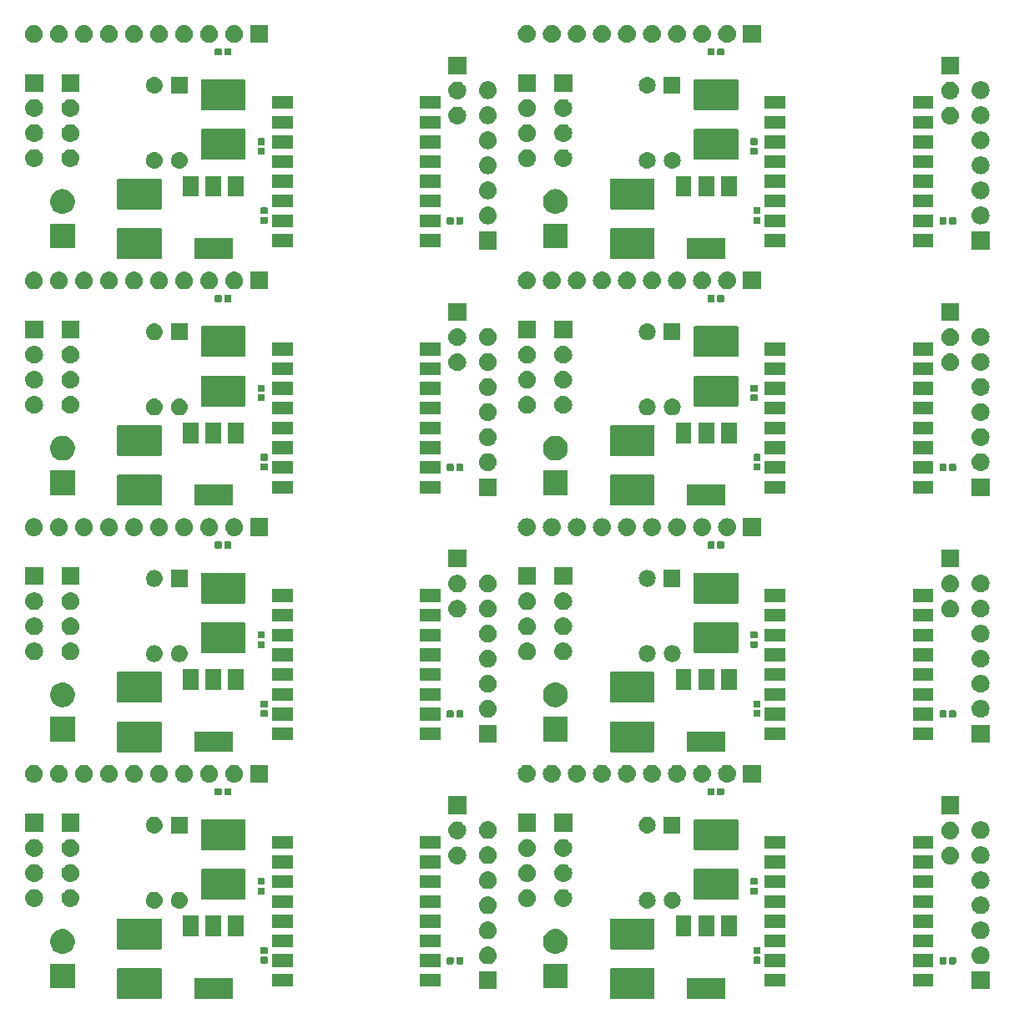
<source format=gbr>
G04 #@! TF.GenerationSoftware,KiCad,Pcbnew,6.0.0-rc1-unknown-b491065~66~ubuntu16.04.1*
G04 #@! TF.CreationDate,2019-01-13T12:48:19+01:00
G04 #@! TF.ProjectId,esp12on,65737031-326f-46e2-9e6b-696361645f70,rev?*
G04 #@! TF.SameCoordinates,Original*
G04 #@! TF.FileFunction,Soldermask,Top*
G04 #@! TF.FilePolarity,Negative*
%FSLAX46Y46*%
G04 Gerber Fmt 4.6, Leading zero omitted, Abs format (unit mm)*
G04 Created by KiCad (PCBNEW 6.0.0-rc1-unknown-b491065~66~ubuntu16.04.1) date Вс 13 янв 2019 12:48:19*
%MOMM*%
%LPD*%
G04 APERTURE LIST*
%ADD10C,0.150000*%
G04 APERTURE END LIST*
D10*
G36*
X154651848Y-146752554D02*
G01*
X154680648Y-146761290D01*
X154707183Y-146775473D01*
X154730440Y-146794560D01*
X154749527Y-146817817D01*
X154763710Y-146844352D01*
X154772446Y-146873152D01*
X154776000Y-146909233D01*
X154776000Y-149715767D01*
X154772446Y-149751848D01*
X154763710Y-149780648D01*
X154749527Y-149807183D01*
X154730440Y-149830440D01*
X154707183Y-149849527D01*
X154680648Y-149863710D01*
X154651848Y-149872446D01*
X154615767Y-149876000D01*
X150384233Y-149876000D01*
X150348152Y-149872446D01*
X150319352Y-149863710D01*
X150292817Y-149849527D01*
X150269560Y-149830440D01*
X150250473Y-149807183D01*
X150236290Y-149780648D01*
X150227554Y-149751848D01*
X150224000Y-149715767D01*
X150224000Y-146909233D01*
X150227554Y-146873152D01*
X150236290Y-146844352D01*
X150250473Y-146817817D01*
X150269560Y-146794560D01*
X150292817Y-146775473D01*
X150319352Y-146761290D01*
X150348152Y-146752554D01*
X150384233Y-146749000D01*
X154615767Y-146749000D01*
X154651848Y-146752554D01*
X154651848Y-146752554D01*
G37*
G36*
X104651848Y-146752554D02*
G01*
X104680648Y-146761290D01*
X104707183Y-146775473D01*
X104730440Y-146794560D01*
X104749527Y-146817817D01*
X104763710Y-146844352D01*
X104772446Y-146873152D01*
X104776000Y-146909233D01*
X104776000Y-149715767D01*
X104772446Y-149751848D01*
X104763710Y-149780648D01*
X104749527Y-149807183D01*
X104730440Y-149830440D01*
X104707183Y-149849527D01*
X104680648Y-149863710D01*
X104651848Y-149872446D01*
X104615767Y-149876000D01*
X100384233Y-149876000D01*
X100348152Y-149872446D01*
X100319352Y-149863710D01*
X100292817Y-149849527D01*
X100269560Y-149830440D01*
X100250473Y-149807183D01*
X100236290Y-149780648D01*
X100227554Y-149751848D01*
X100224000Y-149715767D01*
X100224000Y-146909233D01*
X100227554Y-146873152D01*
X100236290Y-146844352D01*
X100250473Y-146817817D01*
X100269560Y-146794560D01*
X100292817Y-146775473D01*
X100319352Y-146761290D01*
X100348152Y-146752554D01*
X100384233Y-146749000D01*
X104615767Y-146749000D01*
X104651848Y-146752554D01*
X104651848Y-146752554D01*
G37*
G36*
X161951000Y-149851000D02*
G01*
X158049000Y-149851000D01*
X158049000Y-147749000D01*
X161951000Y-147749000D01*
X161951000Y-149851000D01*
X161951000Y-149851000D01*
G37*
G36*
X111951000Y-149851000D02*
G01*
X108049000Y-149851000D01*
X108049000Y-147749000D01*
X111951000Y-147749000D01*
X111951000Y-149851000D01*
X111951000Y-149851000D01*
G37*
G36*
X188741000Y-148901000D02*
G01*
X186939000Y-148901000D01*
X186939000Y-147099000D01*
X188741000Y-147099000D01*
X188741000Y-148901000D01*
X188741000Y-148901000D01*
G37*
G36*
X138741000Y-148901000D02*
G01*
X136939000Y-148901000D01*
X136939000Y-147099000D01*
X138741000Y-147099000D01*
X138741000Y-148901000D01*
X138741000Y-148901000D01*
G37*
G36*
X145951000Y-148801000D02*
G01*
X143449000Y-148801000D01*
X143449000Y-146299000D01*
X145951000Y-146299000D01*
X145951000Y-148801000D01*
X145951000Y-148801000D01*
G37*
G36*
X95951000Y-148801000D02*
G01*
X93449000Y-148801000D01*
X93449000Y-146299000D01*
X95951000Y-146299000D01*
X95951000Y-148801000D01*
X95951000Y-148801000D01*
G37*
G36*
X118051000Y-148651000D02*
G01*
X115949000Y-148651000D01*
X115949000Y-147349000D01*
X118051000Y-147349000D01*
X118051000Y-148651000D01*
X118051000Y-148651000D01*
G37*
G36*
X133051000Y-148651000D02*
G01*
X130949000Y-148651000D01*
X130949000Y-147349000D01*
X133051000Y-147349000D01*
X133051000Y-148651000D01*
X133051000Y-148651000D01*
G37*
G36*
X168051000Y-148651000D02*
G01*
X165949000Y-148651000D01*
X165949000Y-147349000D01*
X168051000Y-147349000D01*
X168051000Y-148651000D01*
X168051000Y-148651000D01*
G37*
G36*
X183051000Y-148651000D02*
G01*
X180949000Y-148651000D01*
X180949000Y-147349000D01*
X183051000Y-147349000D01*
X183051000Y-148651000D01*
X183051000Y-148651000D01*
G37*
G36*
X168051000Y-146651000D02*
G01*
X165949000Y-146651000D01*
X165949000Y-145349000D01*
X168051000Y-145349000D01*
X168051000Y-146651000D01*
X168051000Y-146651000D01*
G37*
G36*
X183051000Y-146651000D02*
G01*
X180949000Y-146651000D01*
X180949000Y-145349000D01*
X183051000Y-145349000D01*
X183051000Y-146651000D01*
X183051000Y-146651000D01*
G37*
G36*
X133051000Y-146651000D02*
G01*
X130949000Y-146651000D01*
X130949000Y-145349000D01*
X133051000Y-145349000D01*
X133051000Y-146651000D01*
X133051000Y-146651000D01*
G37*
G36*
X118051000Y-146651000D02*
G01*
X115949000Y-146651000D01*
X115949000Y-145349000D01*
X118051000Y-145349000D01*
X118051000Y-146651000D01*
X118051000Y-146651000D01*
G37*
G36*
X185256938Y-145631716D02*
G01*
X185277556Y-145637970D01*
X185296556Y-145648126D01*
X185313208Y-145661792D01*
X185326874Y-145678444D01*
X185337030Y-145697444D01*
X185343284Y-145718062D01*
X185346000Y-145745640D01*
X185346000Y-146254360D01*
X185343284Y-146281938D01*
X185337030Y-146302556D01*
X185326874Y-146321556D01*
X185313208Y-146338208D01*
X185296556Y-146351874D01*
X185277556Y-146362030D01*
X185256938Y-146368284D01*
X185229360Y-146371000D01*
X184770640Y-146371000D01*
X184743062Y-146368284D01*
X184722444Y-146362030D01*
X184703444Y-146351874D01*
X184686792Y-146338208D01*
X184673126Y-146321556D01*
X184662970Y-146302556D01*
X184656716Y-146281938D01*
X184654000Y-146254360D01*
X184654000Y-145745640D01*
X184656716Y-145718062D01*
X184662970Y-145697444D01*
X184673126Y-145678444D01*
X184686792Y-145661792D01*
X184703444Y-145648126D01*
X184722444Y-145637970D01*
X184743062Y-145631716D01*
X184770640Y-145629000D01*
X185229360Y-145629000D01*
X185256938Y-145631716D01*
X185256938Y-145631716D01*
G37*
G36*
X134286938Y-145631716D02*
G01*
X134307556Y-145637970D01*
X134326556Y-145648126D01*
X134343208Y-145661792D01*
X134356874Y-145678444D01*
X134367030Y-145697444D01*
X134373284Y-145718062D01*
X134376000Y-145745640D01*
X134376000Y-146254360D01*
X134373284Y-146281938D01*
X134367030Y-146302556D01*
X134356874Y-146321556D01*
X134343208Y-146338208D01*
X134326556Y-146351874D01*
X134307556Y-146362030D01*
X134286938Y-146368284D01*
X134259360Y-146371000D01*
X133800640Y-146371000D01*
X133773062Y-146368284D01*
X133752444Y-146362030D01*
X133733444Y-146351874D01*
X133716792Y-146338208D01*
X133703126Y-146321556D01*
X133692970Y-146302556D01*
X133686716Y-146281938D01*
X133684000Y-146254360D01*
X133684000Y-145745640D01*
X133686716Y-145718062D01*
X133692970Y-145697444D01*
X133703126Y-145678444D01*
X133716792Y-145661792D01*
X133733444Y-145648126D01*
X133752444Y-145637970D01*
X133773062Y-145631716D01*
X133800640Y-145629000D01*
X134259360Y-145629000D01*
X134286938Y-145631716D01*
X134286938Y-145631716D01*
G37*
G36*
X135256938Y-145631716D02*
G01*
X135277556Y-145637970D01*
X135296556Y-145648126D01*
X135313208Y-145661792D01*
X135326874Y-145678444D01*
X135337030Y-145697444D01*
X135343284Y-145718062D01*
X135346000Y-145745640D01*
X135346000Y-146254360D01*
X135343284Y-146281938D01*
X135337030Y-146302556D01*
X135326874Y-146321556D01*
X135313208Y-146338208D01*
X135296556Y-146351874D01*
X135277556Y-146362030D01*
X135256938Y-146368284D01*
X135229360Y-146371000D01*
X134770640Y-146371000D01*
X134743062Y-146368284D01*
X134722444Y-146362030D01*
X134703444Y-146351874D01*
X134686792Y-146338208D01*
X134673126Y-146321556D01*
X134662970Y-146302556D01*
X134656716Y-146281938D01*
X134654000Y-146254360D01*
X134654000Y-145745640D01*
X134656716Y-145718062D01*
X134662970Y-145697444D01*
X134673126Y-145678444D01*
X134686792Y-145661792D01*
X134703444Y-145648126D01*
X134722444Y-145637970D01*
X134743062Y-145631716D01*
X134770640Y-145629000D01*
X135229360Y-145629000D01*
X135256938Y-145631716D01*
X135256938Y-145631716D01*
G37*
G36*
X184286938Y-145631716D02*
G01*
X184307556Y-145637970D01*
X184326556Y-145648126D01*
X184343208Y-145661792D01*
X184356874Y-145678444D01*
X184367030Y-145697444D01*
X184373284Y-145718062D01*
X184376000Y-145745640D01*
X184376000Y-146254360D01*
X184373284Y-146281938D01*
X184367030Y-146302556D01*
X184356874Y-146321556D01*
X184343208Y-146338208D01*
X184326556Y-146351874D01*
X184307556Y-146362030D01*
X184286938Y-146368284D01*
X184259360Y-146371000D01*
X183800640Y-146371000D01*
X183773062Y-146368284D01*
X183752444Y-146362030D01*
X183733444Y-146351874D01*
X183716792Y-146338208D01*
X183703126Y-146321556D01*
X183692970Y-146302556D01*
X183686716Y-146281938D01*
X183684000Y-146254360D01*
X183684000Y-145745640D01*
X183686716Y-145718062D01*
X183692970Y-145697444D01*
X183703126Y-145678444D01*
X183716792Y-145661792D01*
X183733444Y-145648126D01*
X183752444Y-145637970D01*
X183773062Y-145631716D01*
X183800640Y-145629000D01*
X184259360Y-145629000D01*
X184286938Y-145631716D01*
X184286938Y-145631716D01*
G37*
G36*
X137950442Y-144565518D02*
G01*
X138016627Y-144572037D01*
X138084315Y-144592570D01*
X138186467Y-144623557D01*
X138312206Y-144690767D01*
X138342991Y-144707222D01*
X138362292Y-144723062D01*
X138480186Y-144819814D01*
X138563448Y-144921271D01*
X138592778Y-144957009D01*
X138592779Y-144957011D01*
X138676443Y-145113533D01*
X138676443Y-145113534D01*
X138727963Y-145283373D01*
X138745359Y-145460000D01*
X138727963Y-145636627D01*
X138705464Y-145710796D01*
X138676443Y-145806467D01*
X138602348Y-145945087D01*
X138592778Y-145962991D01*
X138563448Y-145998729D01*
X138480186Y-146100186D01*
X138411260Y-146156751D01*
X138342991Y-146212778D01*
X138342989Y-146212779D01*
X138186467Y-146296443D01*
X138129853Y-146313616D01*
X138016627Y-146347963D01*
X137976917Y-146351874D01*
X137884260Y-146361000D01*
X137795740Y-146361000D01*
X137703083Y-146351874D01*
X137663373Y-146347963D01*
X137550147Y-146313616D01*
X137493533Y-146296443D01*
X137337011Y-146212779D01*
X137337009Y-146212778D01*
X137268740Y-146156751D01*
X137199814Y-146100186D01*
X137116552Y-145998729D01*
X137087222Y-145962991D01*
X137077652Y-145945087D01*
X137003557Y-145806467D01*
X136974536Y-145710796D01*
X136952037Y-145636627D01*
X136934641Y-145460000D01*
X136952037Y-145283373D01*
X137003557Y-145113534D01*
X137003557Y-145113533D01*
X137087221Y-144957011D01*
X137087222Y-144957009D01*
X137116552Y-144921271D01*
X137199814Y-144819814D01*
X137317708Y-144723062D01*
X137337009Y-144707222D01*
X137367794Y-144690767D01*
X137493533Y-144623557D01*
X137595685Y-144592570D01*
X137663373Y-144572037D01*
X137729558Y-144565518D01*
X137795740Y-144559000D01*
X137884260Y-144559000D01*
X137950442Y-144565518D01*
X137950442Y-144565518D01*
G37*
G36*
X187950442Y-144565518D02*
G01*
X188016627Y-144572037D01*
X188084315Y-144592570D01*
X188186467Y-144623557D01*
X188312206Y-144690767D01*
X188342991Y-144707222D01*
X188362292Y-144723062D01*
X188480186Y-144819814D01*
X188563448Y-144921271D01*
X188592778Y-144957009D01*
X188592779Y-144957011D01*
X188676443Y-145113533D01*
X188676443Y-145113534D01*
X188727963Y-145283373D01*
X188745359Y-145460000D01*
X188727963Y-145636627D01*
X188705464Y-145710796D01*
X188676443Y-145806467D01*
X188602348Y-145945087D01*
X188592778Y-145962991D01*
X188563448Y-145998729D01*
X188480186Y-146100186D01*
X188411260Y-146156751D01*
X188342991Y-146212778D01*
X188342989Y-146212779D01*
X188186467Y-146296443D01*
X188129853Y-146313616D01*
X188016627Y-146347963D01*
X187976917Y-146351874D01*
X187884260Y-146361000D01*
X187795740Y-146361000D01*
X187703083Y-146351874D01*
X187663373Y-146347963D01*
X187550147Y-146313616D01*
X187493533Y-146296443D01*
X187337011Y-146212779D01*
X187337009Y-146212778D01*
X187268740Y-146156751D01*
X187199814Y-146100186D01*
X187116552Y-145998729D01*
X187087222Y-145962991D01*
X187077652Y-145945087D01*
X187003557Y-145806467D01*
X186974536Y-145710796D01*
X186952037Y-145636627D01*
X186934641Y-145460000D01*
X186952037Y-145283373D01*
X187003557Y-145113534D01*
X187003557Y-145113533D01*
X187087221Y-144957011D01*
X187087222Y-144957009D01*
X187116552Y-144921271D01*
X187199814Y-144819814D01*
X187317708Y-144723062D01*
X187337009Y-144707222D01*
X187367794Y-144690767D01*
X187493533Y-144623557D01*
X187595685Y-144592570D01*
X187663373Y-144572037D01*
X187729558Y-144565518D01*
X187795740Y-144559000D01*
X187884260Y-144559000D01*
X187950442Y-144565518D01*
X187950442Y-144565518D01*
G37*
G36*
X115431938Y-145606716D02*
G01*
X115452556Y-145612970D01*
X115471556Y-145623126D01*
X115488208Y-145636792D01*
X115501874Y-145653444D01*
X115512030Y-145672444D01*
X115518284Y-145693062D01*
X115521000Y-145720640D01*
X115521000Y-146179360D01*
X115518284Y-146206938D01*
X115512030Y-146227556D01*
X115501874Y-146246556D01*
X115488208Y-146263208D01*
X115471556Y-146276874D01*
X115452556Y-146287030D01*
X115431938Y-146293284D01*
X115404360Y-146296000D01*
X114895640Y-146296000D01*
X114868062Y-146293284D01*
X114847444Y-146287030D01*
X114828444Y-146276874D01*
X114811792Y-146263208D01*
X114798126Y-146246556D01*
X114787970Y-146227556D01*
X114781716Y-146206938D01*
X114779000Y-146179360D01*
X114779000Y-145720640D01*
X114781716Y-145693062D01*
X114787970Y-145672444D01*
X114798126Y-145653444D01*
X114811792Y-145636792D01*
X114828444Y-145623126D01*
X114847444Y-145612970D01*
X114868062Y-145606716D01*
X114895640Y-145604000D01*
X115404360Y-145604000D01*
X115431938Y-145606716D01*
X115431938Y-145606716D01*
G37*
G36*
X165431938Y-145606716D02*
G01*
X165452556Y-145612970D01*
X165471556Y-145623126D01*
X165488208Y-145636792D01*
X165501874Y-145653444D01*
X165512030Y-145672444D01*
X165518284Y-145693062D01*
X165521000Y-145720640D01*
X165521000Y-146179360D01*
X165518284Y-146206938D01*
X165512030Y-146227556D01*
X165501874Y-146246556D01*
X165488208Y-146263208D01*
X165471556Y-146276874D01*
X165452556Y-146287030D01*
X165431938Y-146293284D01*
X165404360Y-146296000D01*
X164895640Y-146296000D01*
X164868062Y-146293284D01*
X164847444Y-146287030D01*
X164828444Y-146276874D01*
X164811792Y-146263208D01*
X164798126Y-146246556D01*
X164787970Y-146227556D01*
X164781716Y-146206938D01*
X164779000Y-146179360D01*
X164779000Y-145720640D01*
X164781716Y-145693062D01*
X164787970Y-145672444D01*
X164798126Y-145653444D01*
X164811792Y-145636792D01*
X164828444Y-145623126D01*
X164847444Y-145612970D01*
X164868062Y-145606716D01*
X164895640Y-145604000D01*
X165404360Y-145604000D01*
X165431938Y-145606716D01*
X165431938Y-145606716D01*
G37*
G36*
X115431938Y-144636716D02*
G01*
X115452556Y-144642970D01*
X115471556Y-144653126D01*
X115488208Y-144666792D01*
X115501874Y-144683444D01*
X115512030Y-144702444D01*
X115518284Y-144723062D01*
X115521000Y-144750640D01*
X115521000Y-145209360D01*
X115518284Y-145236938D01*
X115512030Y-145257556D01*
X115501874Y-145276556D01*
X115488208Y-145293208D01*
X115471556Y-145306874D01*
X115452556Y-145317030D01*
X115431938Y-145323284D01*
X115404360Y-145326000D01*
X114895640Y-145326000D01*
X114868062Y-145323284D01*
X114847444Y-145317030D01*
X114828444Y-145306874D01*
X114811792Y-145293208D01*
X114798126Y-145276556D01*
X114787970Y-145257556D01*
X114781716Y-145236938D01*
X114779000Y-145209360D01*
X114779000Y-144750640D01*
X114781716Y-144723062D01*
X114787970Y-144702444D01*
X114798126Y-144683444D01*
X114811792Y-144666792D01*
X114828444Y-144653126D01*
X114847444Y-144642970D01*
X114868062Y-144636716D01*
X114895640Y-144634000D01*
X115404360Y-144634000D01*
X115431938Y-144636716D01*
X115431938Y-144636716D01*
G37*
G36*
X165431938Y-144636716D02*
G01*
X165452556Y-144642970D01*
X165471556Y-144653126D01*
X165488208Y-144666792D01*
X165501874Y-144683444D01*
X165512030Y-144702444D01*
X165518284Y-144723062D01*
X165521000Y-144750640D01*
X165521000Y-145209360D01*
X165518284Y-145236938D01*
X165512030Y-145257556D01*
X165501874Y-145276556D01*
X165488208Y-145293208D01*
X165471556Y-145306874D01*
X165452556Y-145317030D01*
X165431938Y-145323284D01*
X165404360Y-145326000D01*
X164895640Y-145326000D01*
X164868062Y-145323284D01*
X164847444Y-145317030D01*
X164828444Y-145306874D01*
X164811792Y-145293208D01*
X164798126Y-145276556D01*
X164787970Y-145257556D01*
X164781716Y-145236938D01*
X164779000Y-145209360D01*
X164779000Y-144750640D01*
X164781716Y-144723062D01*
X164787970Y-144702444D01*
X164798126Y-144683444D01*
X164811792Y-144666792D01*
X164828444Y-144653126D01*
X164847444Y-144642970D01*
X164868062Y-144636716D01*
X164895640Y-144634000D01*
X165404360Y-144634000D01*
X165431938Y-144636716D01*
X165431938Y-144636716D01*
G37*
G36*
X144883636Y-142811019D02*
G01*
X145064903Y-142847075D01*
X145292571Y-142941378D01*
X145496542Y-143077668D01*
X145497469Y-143078287D01*
X145671713Y-143252531D01*
X145671715Y-143252534D01*
X145808622Y-143457429D01*
X145902925Y-143685097D01*
X145951000Y-143926787D01*
X145951000Y-144173213D01*
X145902925Y-144414903D01*
X145808622Y-144642571D01*
X145690191Y-144819815D01*
X145671713Y-144847469D01*
X145497469Y-145021713D01*
X145497466Y-145021715D01*
X145292571Y-145158622D01*
X145064903Y-145252925D01*
X144911830Y-145283373D01*
X144823214Y-145301000D01*
X144576786Y-145301000D01*
X144488170Y-145283373D01*
X144335097Y-145252925D01*
X144107429Y-145158622D01*
X143902534Y-145021715D01*
X143902531Y-145021713D01*
X143728287Y-144847469D01*
X143709809Y-144819815D01*
X143591378Y-144642571D01*
X143497075Y-144414903D01*
X143449000Y-144173213D01*
X143449000Y-143926787D01*
X143497075Y-143685097D01*
X143591378Y-143457429D01*
X143728285Y-143252534D01*
X143728287Y-143252531D01*
X143902531Y-143078287D01*
X143903458Y-143077668D01*
X144107429Y-142941378D01*
X144335097Y-142847075D01*
X144516364Y-142811019D01*
X144576786Y-142799000D01*
X144823214Y-142799000D01*
X144883636Y-142811019D01*
X144883636Y-142811019D01*
G37*
G36*
X94883636Y-142811019D02*
G01*
X95064903Y-142847075D01*
X95292571Y-142941378D01*
X95496542Y-143077668D01*
X95497469Y-143078287D01*
X95671713Y-143252531D01*
X95671715Y-143252534D01*
X95808622Y-143457429D01*
X95902925Y-143685097D01*
X95951000Y-143926787D01*
X95951000Y-144173213D01*
X95902925Y-144414903D01*
X95808622Y-144642571D01*
X95690191Y-144819815D01*
X95671713Y-144847469D01*
X95497469Y-145021713D01*
X95497466Y-145021715D01*
X95292571Y-145158622D01*
X95064903Y-145252925D01*
X94911830Y-145283373D01*
X94823214Y-145301000D01*
X94576786Y-145301000D01*
X94488170Y-145283373D01*
X94335097Y-145252925D01*
X94107429Y-145158622D01*
X93902534Y-145021715D01*
X93902531Y-145021713D01*
X93728287Y-144847469D01*
X93709809Y-144819815D01*
X93591378Y-144642571D01*
X93497075Y-144414903D01*
X93449000Y-144173213D01*
X93449000Y-143926787D01*
X93497075Y-143685097D01*
X93591378Y-143457429D01*
X93728285Y-143252534D01*
X93728287Y-143252531D01*
X93902531Y-143078287D01*
X93903458Y-143077668D01*
X94107429Y-142941378D01*
X94335097Y-142847075D01*
X94516364Y-142811019D01*
X94576786Y-142799000D01*
X94823214Y-142799000D01*
X94883636Y-142811019D01*
X94883636Y-142811019D01*
G37*
G36*
X154651848Y-141727554D02*
G01*
X154680648Y-141736290D01*
X154707183Y-141750473D01*
X154730440Y-141769560D01*
X154749527Y-141792817D01*
X154763710Y-141819352D01*
X154772446Y-141848152D01*
X154776000Y-141884233D01*
X154776000Y-144690767D01*
X154772446Y-144726848D01*
X154763710Y-144755648D01*
X154749527Y-144782183D01*
X154730440Y-144805440D01*
X154707183Y-144824527D01*
X154680648Y-144838710D01*
X154651848Y-144847446D01*
X154615767Y-144851000D01*
X150384233Y-144851000D01*
X150348152Y-144847446D01*
X150319352Y-144838710D01*
X150292817Y-144824527D01*
X150269560Y-144805440D01*
X150250473Y-144782183D01*
X150236290Y-144755648D01*
X150227554Y-144726848D01*
X150224000Y-144690767D01*
X150224000Y-141884233D01*
X150227554Y-141848152D01*
X150236290Y-141819352D01*
X150250473Y-141792817D01*
X150269560Y-141769560D01*
X150292817Y-141750473D01*
X150319352Y-141736290D01*
X150348152Y-141727554D01*
X150384233Y-141724000D01*
X154615767Y-141724000D01*
X154651848Y-141727554D01*
X154651848Y-141727554D01*
G37*
G36*
X104651848Y-141727554D02*
G01*
X104680648Y-141736290D01*
X104707183Y-141750473D01*
X104730440Y-141769560D01*
X104749527Y-141792817D01*
X104763710Y-141819352D01*
X104772446Y-141848152D01*
X104776000Y-141884233D01*
X104776000Y-144690767D01*
X104772446Y-144726848D01*
X104763710Y-144755648D01*
X104749527Y-144782183D01*
X104730440Y-144805440D01*
X104707183Y-144824527D01*
X104680648Y-144838710D01*
X104651848Y-144847446D01*
X104615767Y-144851000D01*
X100384233Y-144851000D01*
X100348152Y-144847446D01*
X100319352Y-144838710D01*
X100292817Y-144824527D01*
X100269560Y-144805440D01*
X100250473Y-144782183D01*
X100236290Y-144755648D01*
X100227554Y-144726848D01*
X100224000Y-144690767D01*
X100224000Y-141884233D01*
X100227554Y-141848152D01*
X100236290Y-141819352D01*
X100250473Y-141792817D01*
X100269560Y-141769560D01*
X100292817Y-141750473D01*
X100319352Y-141736290D01*
X100348152Y-141727554D01*
X100384233Y-141724000D01*
X104615767Y-141724000D01*
X104651848Y-141727554D01*
X104651848Y-141727554D01*
G37*
G36*
X118051000Y-144651000D02*
G01*
X115949000Y-144651000D01*
X115949000Y-143349000D01*
X118051000Y-143349000D01*
X118051000Y-144651000D01*
X118051000Y-144651000D01*
G37*
G36*
X133051000Y-144651000D02*
G01*
X130949000Y-144651000D01*
X130949000Y-143349000D01*
X133051000Y-143349000D01*
X133051000Y-144651000D01*
X133051000Y-144651000D01*
G37*
G36*
X168051000Y-144651000D02*
G01*
X165949000Y-144651000D01*
X165949000Y-143349000D01*
X168051000Y-143349000D01*
X168051000Y-144651000D01*
X168051000Y-144651000D01*
G37*
G36*
X183051000Y-144651000D02*
G01*
X180949000Y-144651000D01*
X180949000Y-143349000D01*
X183051000Y-143349000D01*
X183051000Y-144651000D01*
X183051000Y-144651000D01*
G37*
G36*
X187950442Y-142025518D02*
G01*
X188016627Y-142032037D01*
X188129853Y-142066384D01*
X188186467Y-142083557D01*
X188325087Y-142157652D01*
X188342991Y-142167222D01*
X188378729Y-142196552D01*
X188480186Y-142279814D01*
X188563448Y-142381271D01*
X188592778Y-142417009D01*
X188592779Y-142417011D01*
X188676443Y-142573533D01*
X188676443Y-142573534D01*
X188727963Y-142743373D01*
X188745359Y-142920000D01*
X188727963Y-143096627D01*
X188693616Y-143209853D01*
X188676443Y-143266467D01*
X188602348Y-143405087D01*
X188592778Y-143422991D01*
X188564515Y-143457429D01*
X188480186Y-143560186D01*
X188378729Y-143643448D01*
X188342991Y-143672778D01*
X188342989Y-143672779D01*
X188186467Y-143756443D01*
X188129853Y-143773616D01*
X188016627Y-143807963D01*
X187950442Y-143814482D01*
X187884260Y-143821000D01*
X187795740Y-143821000D01*
X187729558Y-143814482D01*
X187663373Y-143807963D01*
X187550147Y-143773616D01*
X187493533Y-143756443D01*
X187337011Y-143672779D01*
X187337009Y-143672778D01*
X187301271Y-143643448D01*
X187199814Y-143560186D01*
X187115485Y-143457429D01*
X187087222Y-143422991D01*
X187077652Y-143405087D01*
X187003557Y-143266467D01*
X186986384Y-143209853D01*
X186952037Y-143096627D01*
X186934641Y-142920000D01*
X186952037Y-142743373D01*
X187003557Y-142573534D01*
X187003557Y-142573533D01*
X187087221Y-142417011D01*
X187087222Y-142417009D01*
X187116552Y-142381271D01*
X187199814Y-142279814D01*
X187301271Y-142196552D01*
X187337009Y-142167222D01*
X187354913Y-142157652D01*
X187493533Y-142083557D01*
X187550147Y-142066384D01*
X187663373Y-142032037D01*
X187729558Y-142025518D01*
X187795740Y-142019000D01*
X187884260Y-142019000D01*
X187950442Y-142025518D01*
X187950442Y-142025518D01*
G37*
G36*
X137950442Y-142025518D02*
G01*
X138016627Y-142032037D01*
X138129853Y-142066384D01*
X138186467Y-142083557D01*
X138325087Y-142157652D01*
X138342991Y-142167222D01*
X138378729Y-142196552D01*
X138480186Y-142279814D01*
X138563448Y-142381271D01*
X138592778Y-142417009D01*
X138592779Y-142417011D01*
X138676443Y-142573533D01*
X138676443Y-142573534D01*
X138727963Y-142743373D01*
X138745359Y-142920000D01*
X138727963Y-143096627D01*
X138693616Y-143209853D01*
X138676443Y-143266467D01*
X138602348Y-143405087D01*
X138592778Y-143422991D01*
X138564515Y-143457429D01*
X138480186Y-143560186D01*
X138378729Y-143643448D01*
X138342991Y-143672778D01*
X138342989Y-143672779D01*
X138186467Y-143756443D01*
X138129853Y-143773616D01*
X138016627Y-143807963D01*
X137950442Y-143814482D01*
X137884260Y-143821000D01*
X137795740Y-143821000D01*
X137729558Y-143814482D01*
X137663373Y-143807963D01*
X137550147Y-143773616D01*
X137493533Y-143756443D01*
X137337011Y-143672779D01*
X137337009Y-143672778D01*
X137301271Y-143643448D01*
X137199814Y-143560186D01*
X137115485Y-143457429D01*
X137087222Y-143422991D01*
X137077652Y-143405087D01*
X137003557Y-143266467D01*
X136986384Y-143209853D01*
X136952037Y-143096627D01*
X136934641Y-142920000D01*
X136952037Y-142743373D01*
X137003557Y-142573534D01*
X137003557Y-142573533D01*
X137087221Y-142417011D01*
X137087222Y-142417009D01*
X137116552Y-142381271D01*
X137199814Y-142279814D01*
X137301271Y-142196552D01*
X137337009Y-142167222D01*
X137354913Y-142157652D01*
X137493533Y-142083557D01*
X137550147Y-142066384D01*
X137663373Y-142032037D01*
X137729558Y-142025518D01*
X137795740Y-142019000D01*
X137884260Y-142019000D01*
X137950442Y-142025518D01*
X137950442Y-142025518D01*
G37*
G36*
X108501000Y-143551000D02*
G01*
X106899000Y-143551000D01*
X106899000Y-141449000D01*
X108501000Y-141449000D01*
X108501000Y-143551000D01*
X108501000Y-143551000D01*
G37*
G36*
X158501000Y-143551000D02*
G01*
X156899000Y-143551000D01*
X156899000Y-141449000D01*
X158501000Y-141449000D01*
X158501000Y-143551000D01*
X158501000Y-143551000D01*
G37*
G36*
X110801000Y-143551000D02*
G01*
X109199000Y-143551000D01*
X109199000Y-141449000D01*
X110801000Y-141449000D01*
X110801000Y-143551000D01*
X110801000Y-143551000D01*
G37*
G36*
X163101000Y-143551000D02*
G01*
X161499000Y-143551000D01*
X161499000Y-141449000D01*
X163101000Y-141449000D01*
X163101000Y-143551000D01*
X163101000Y-143551000D01*
G37*
G36*
X160801000Y-143551000D02*
G01*
X159199000Y-143551000D01*
X159199000Y-141449000D01*
X160801000Y-141449000D01*
X160801000Y-143551000D01*
X160801000Y-143551000D01*
G37*
G36*
X113101000Y-143551000D02*
G01*
X111499000Y-143551000D01*
X111499000Y-141449000D01*
X113101000Y-141449000D01*
X113101000Y-143551000D01*
X113101000Y-143551000D01*
G37*
G36*
X183051000Y-142651000D02*
G01*
X180949000Y-142651000D01*
X180949000Y-141349000D01*
X183051000Y-141349000D01*
X183051000Y-142651000D01*
X183051000Y-142651000D01*
G37*
G36*
X118051000Y-142651000D02*
G01*
X115949000Y-142651000D01*
X115949000Y-141349000D01*
X118051000Y-141349000D01*
X118051000Y-142651000D01*
X118051000Y-142651000D01*
G37*
G36*
X133051000Y-142651000D02*
G01*
X130949000Y-142651000D01*
X130949000Y-141349000D01*
X133051000Y-141349000D01*
X133051000Y-142651000D01*
X133051000Y-142651000D01*
G37*
G36*
X168051000Y-142651000D02*
G01*
X165949000Y-142651000D01*
X165949000Y-141349000D01*
X168051000Y-141349000D01*
X168051000Y-142651000D01*
X168051000Y-142651000D01*
G37*
G36*
X187950443Y-139485519D02*
G01*
X188016627Y-139492037D01*
X188129853Y-139526384D01*
X188186467Y-139543557D01*
X188231391Y-139567570D01*
X188342991Y-139627222D01*
X188378729Y-139656552D01*
X188480186Y-139739814D01*
X188547326Y-139821626D01*
X188592778Y-139877009D01*
X188592779Y-139877011D01*
X188676443Y-140033533D01*
X188693616Y-140090147D01*
X188727963Y-140203373D01*
X188745359Y-140380000D01*
X188727963Y-140556627D01*
X188720568Y-140581004D01*
X188676443Y-140726467D01*
X188602348Y-140865087D01*
X188592778Y-140882991D01*
X188563448Y-140918729D01*
X188480186Y-141020186D01*
X188378729Y-141103448D01*
X188342991Y-141132778D01*
X188342989Y-141132779D01*
X188186467Y-141216443D01*
X188129853Y-141233616D01*
X188016627Y-141267963D01*
X187950442Y-141274482D01*
X187884260Y-141281000D01*
X187795740Y-141281000D01*
X187729558Y-141274482D01*
X187663373Y-141267963D01*
X187550147Y-141233616D01*
X187493533Y-141216443D01*
X187337011Y-141132779D01*
X187337009Y-141132778D01*
X187301271Y-141103448D01*
X187199814Y-141020186D01*
X187116552Y-140918729D01*
X187087222Y-140882991D01*
X187077652Y-140865087D01*
X187003557Y-140726467D01*
X186959432Y-140581004D01*
X186952037Y-140556627D01*
X186934641Y-140380000D01*
X186952037Y-140203373D01*
X186986384Y-140090147D01*
X187003557Y-140033533D01*
X187087221Y-139877011D01*
X187087222Y-139877009D01*
X187132674Y-139821626D01*
X187199814Y-139739814D01*
X187301271Y-139656552D01*
X187337009Y-139627222D01*
X187448609Y-139567570D01*
X187493533Y-139543557D01*
X187550147Y-139526384D01*
X187663373Y-139492037D01*
X187729557Y-139485519D01*
X187795740Y-139479000D01*
X187884260Y-139479000D01*
X187950443Y-139485519D01*
X187950443Y-139485519D01*
G37*
G36*
X137950443Y-139485519D02*
G01*
X138016627Y-139492037D01*
X138129853Y-139526384D01*
X138186467Y-139543557D01*
X138231391Y-139567570D01*
X138342991Y-139627222D01*
X138378729Y-139656552D01*
X138480186Y-139739814D01*
X138547326Y-139821626D01*
X138592778Y-139877009D01*
X138592779Y-139877011D01*
X138676443Y-140033533D01*
X138693616Y-140090147D01*
X138727963Y-140203373D01*
X138745359Y-140380000D01*
X138727963Y-140556627D01*
X138720568Y-140581004D01*
X138676443Y-140726467D01*
X138602348Y-140865087D01*
X138592778Y-140882991D01*
X138563448Y-140918729D01*
X138480186Y-141020186D01*
X138378729Y-141103448D01*
X138342991Y-141132778D01*
X138342989Y-141132779D01*
X138186467Y-141216443D01*
X138129853Y-141233616D01*
X138016627Y-141267963D01*
X137950442Y-141274482D01*
X137884260Y-141281000D01*
X137795740Y-141281000D01*
X137729558Y-141274482D01*
X137663373Y-141267963D01*
X137550147Y-141233616D01*
X137493533Y-141216443D01*
X137337011Y-141132779D01*
X137337009Y-141132778D01*
X137301271Y-141103448D01*
X137199814Y-141020186D01*
X137116552Y-140918729D01*
X137087222Y-140882991D01*
X137077652Y-140865087D01*
X137003557Y-140726467D01*
X136959432Y-140581004D01*
X136952037Y-140556627D01*
X136934641Y-140380000D01*
X136952037Y-140203373D01*
X136986384Y-140090147D01*
X137003557Y-140033533D01*
X137087221Y-139877011D01*
X137087222Y-139877009D01*
X137132674Y-139821626D01*
X137199814Y-139739814D01*
X137301271Y-139656552D01*
X137337009Y-139627222D01*
X137448609Y-139567570D01*
X137493533Y-139543557D01*
X137550147Y-139526384D01*
X137663373Y-139492037D01*
X137729557Y-139485519D01*
X137795740Y-139479000D01*
X137884260Y-139479000D01*
X137950443Y-139485519D01*
X137950443Y-139485519D01*
G37*
G36*
X154176821Y-139031313D02*
G01*
X154176824Y-139031314D01*
X154176825Y-139031314D01*
X154337239Y-139079975D01*
X154337241Y-139079976D01*
X154337244Y-139079977D01*
X154485078Y-139158995D01*
X154614659Y-139265341D01*
X154721005Y-139394922D01*
X154800023Y-139542756D01*
X154800024Y-139542759D01*
X154800025Y-139542761D01*
X154848283Y-139701848D01*
X154848687Y-139703179D01*
X154865117Y-139870000D01*
X154848687Y-140036821D01*
X154848686Y-140036824D01*
X154848686Y-140036825D01*
X154814964Y-140147992D01*
X154800023Y-140197244D01*
X154721005Y-140345078D01*
X154614659Y-140474659D01*
X154485078Y-140581005D01*
X154337244Y-140660023D01*
X154337241Y-140660024D01*
X154337239Y-140660025D01*
X154176825Y-140708686D01*
X154176824Y-140708686D01*
X154176821Y-140708687D01*
X154051804Y-140721000D01*
X153968196Y-140721000D01*
X153843179Y-140708687D01*
X153843176Y-140708686D01*
X153843175Y-140708686D01*
X153682761Y-140660025D01*
X153682759Y-140660024D01*
X153682756Y-140660023D01*
X153534922Y-140581005D01*
X153405341Y-140474659D01*
X153298995Y-140345078D01*
X153219977Y-140197244D01*
X153205037Y-140147992D01*
X153171314Y-140036825D01*
X153171314Y-140036824D01*
X153171313Y-140036821D01*
X153154883Y-139870000D01*
X153171313Y-139703179D01*
X153171717Y-139701848D01*
X153219975Y-139542761D01*
X153219976Y-139542759D01*
X153219977Y-139542756D01*
X153298995Y-139394922D01*
X153405341Y-139265341D01*
X153534922Y-139158995D01*
X153682756Y-139079977D01*
X153682759Y-139079976D01*
X153682761Y-139079975D01*
X153843175Y-139031314D01*
X153843176Y-139031314D01*
X153843179Y-139031313D01*
X153968196Y-139019000D01*
X154051804Y-139019000D01*
X154176821Y-139031313D01*
X154176821Y-139031313D01*
G37*
G36*
X156716821Y-139031313D02*
G01*
X156716824Y-139031314D01*
X156716825Y-139031314D01*
X156877239Y-139079975D01*
X156877241Y-139079976D01*
X156877244Y-139079977D01*
X157025078Y-139158995D01*
X157154659Y-139265341D01*
X157261005Y-139394922D01*
X157340023Y-139542756D01*
X157340024Y-139542759D01*
X157340025Y-139542761D01*
X157388283Y-139701848D01*
X157388687Y-139703179D01*
X157405117Y-139870000D01*
X157388687Y-140036821D01*
X157388686Y-140036824D01*
X157388686Y-140036825D01*
X157354964Y-140147992D01*
X157340023Y-140197244D01*
X157261005Y-140345078D01*
X157154659Y-140474659D01*
X157025078Y-140581005D01*
X156877244Y-140660023D01*
X156877241Y-140660024D01*
X156877239Y-140660025D01*
X156716825Y-140708686D01*
X156716824Y-140708686D01*
X156716821Y-140708687D01*
X156591804Y-140721000D01*
X156508196Y-140721000D01*
X156383179Y-140708687D01*
X156383176Y-140708686D01*
X156383175Y-140708686D01*
X156222761Y-140660025D01*
X156222759Y-140660024D01*
X156222756Y-140660023D01*
X156074922Y-140581005D01*
X155945341Y-140474659D01*
X155838995Y-140345078D01*
X155759977Y-140197244D01*
X155745037Y-140147992D01*
X155711314Y-140036825D01*
X155711314Y-140036824D01*
X155711313Y-140036821D01*
X155694883Y-139870000D01*
X155711313Y-139703179D01*
X155711717Y-139701848D01*
X155759975Y-139542761D01*
X155759976Y-139542759D01*
X155759977Y-139542756D01*
X155838995Y-139394922D01*
X155945341Y-139265341D01*
X156074922Y-139158995D01*
X156222756Y-139079977D01*
X156222759Y-139079976D01*
X156222761Y-139079975D01*
X156383175Y-139031314D01*
X156383176Y-139031314D01*
X156383179Y-139031313D01*
X156508196Y-139019000D01*
X156591804Y-139019000D01*
X156716821Y-139031313D01*
X156716821Y-139031313D01*
G37*
G36*
X106716821Y-139031313D02*
G01*
X106716824Y-139031314D01*
X106716825Y-139031314D01*
X106877239Y-139079975D01*
X106877241Y-139079976D01*
X106877244Y-139079977D01*
X107025078Y-139158995D01*
X107154659Y-139265341D01*
X107261005Y-139394922D01*
X107340023Y-139542756D01*
X107340024Y-139542759D01*
X107340025Y-139542761D01*
X107388283Y-139701848D01*
X107388687Y-139703179D01*
X107405117Y-139870000D01*
X107388687Y-140036821D01*
X107388686Y-140036824D01*
X107388686Y-140036825D01*
X107354964Y-140147992D01*
X107340023Y-140197244D01*
X107261005Y-140345078D01*
X107154659Y-140474659D01*
X107025078Y-140581005D01*
X106877244Y-140660023D01*
X106877241Y-140660024D01*
X106877239Y-140660025D01*
X106716825Y-140708686D01*
X106716824Y-140708686D01*
X106716821Y-140708687D01*
X106591804Y-140721000D01*
X106508196Y-140721000D01*
X106383179Y-140708687D01*
X106383176Y-140708686D01*
X106383175Y-140708686D01*
X106222761Y-140660025D01*
X106222759Y-140660024D01*
X106222756Y-140660023D01*
X106074922Y-140581005D01*
X105945341Y-140474659D01*
X105838995Y-140345078D01*
X105759977Y-140197244D01*
X105745037Y-140147992D01*
X105711314Y-140036825D01*
X105711314Y-140036824D01*
X105711313Y-140036821D01*
X105694883Y-139870000D01*
X105711313Y-139703179D01*
X105711717Y-139701848D01*
X105759975Y-139542761D01*
X105759976Y-139542759D01*
X105759977Y-139542756D01*
X105838995Y-139394922D01*
X105945341Y-139265341D01*
X106074922Y-139158995D01*
X106222756Y-139079977D01*
X106222759Y-139079976D01*
X106222761Y-139079975D01*
X106383175Y-139031314D01*
X106383176Y-139031314D01*
X106383179Y-139031313D01*
X106508196Y-139019000D01*
X106591804Y-139019000D01*
X106716821Y-139031313D01*
X106716821Y-139031313D01*
G37*
G36*
X104176821Y-139031313D02*
G01*
X104176824Y-139031314D01*
X104176825Y-139031314D01*
X104337239Y-139079975D01*
X104337241Y-139079976D01*
X104337244Y-139079977D01*
X104485078Y-139158995D01*
X104614659Y-139265341D01*
X104721005Y-139394922D01*
X104800023Y-139542756D01*
X104800024Y-139542759D01*
X104800025Y-139542761D01*
X104848283Y-139701848D01*
X104848687Y-139703179D01*
X104865117Y-139870000D01*
X104848687Y-140036821D01*
X104848686Y-140036824D01*
X104848686Y-140036825D01*
X104814964Y-140147992D01*
X104800023Y-140197244D01*
X104721005Y-140345078D01*
X104614659Y-140474659D01*
X104485078Y-140581005D01*
X104337244Y-140660023D01*
X104337241Y-140660024D01*
X104337239Y-140660025D01*
X104176825Y-140708686D01*
X104176824Y-140708686D01*
X104176821Y-140708687D01*
X104051804Y-140721000D01*
X103968196Y-140721000D01*
X103843179Y-140708687D01*
X103843176Y-140708686D01*
X103843175Y-140708686D01*
X103682761Y-140660025D01*
X103682759Y-140660024D01*
X103682756Y-140660023D01*
X103534922Y-140581005D01*
X103405341Y-140474659D01*
X103298995Y-140345078D01*
X103219977Y-140197244D01*
X103205037Y-140147992D01*
X103171314Y-140036825D01*
X103171314Y-140036824D01*
X103171313Y-140036821D01*
X103154883Y-139870000D01*
X103171313Y-139703179D01*
X103171717Y-139701848D01*
X103219975Y-139542761D01*
X103219976Y-139542759D01*
X103219977Y-139542756D01*
X103298995Y-139394922D01*
X103405341Y-139265341D01*
X103534922Y-139158995D01*
X103682756Y-139079977D01*
X103682759Y-139079976D01*
X103682761Y-139079975D01*
X103843175Y-139031314D01*
X103843176Y-139031314D01*
X103843179Y-139031313D01*
X103968196Y-139019000D01*
X104051804Y-139019000D01*
X104176821Y-139031313D01*
X104176821Y-139031313D01*
G37*
G36*
X118051000Y-140651000D02*
G01*
X115949000Y-140651000D01*
X115949000Y-139349000D01*
X118051000Y-139349000D01*
X118051000Y-140651000D01*
X118051000Y-140651000D01*
G37*
G36*
X133051000Y-140651000D02*
G01*
X130949000Y-140651000D01*
X130949000Y-139349000D01*
X133051000Y-139349000D01*
X133051000Y-140651000D01*
X133051000Y-140651000D01*
G37*
G36*
X168051000Y-140651000D02*
G01*
X165949000Y-140651000D01*
X165949000Y-139349000D01*
X168051000Y-139349000D01*
X168051000Y-140651000D01*
X168051000Y-140651000D01*
G37*
G36*
X183051000Y-140651000D02*
G01*
X180949000Y-140651000D01*
X180949000Y-139349000D01*
X183051000Y-139349000D01*
X183051000Y-140651000D01*
X183051000Y-140651000D01*
G37*
G36*
X91935443Y-138750519D02*
G01*
X92001628Y-138757038D01*
X92114854Y-138791385D01*
X92171468Y-138808558D01*
X92310088Y-138882653D01*
X92327992Y-138892223D01*
X92363730Y-138921553D01*
X92465187Y-139004815D01*
X92548449Y-139106272D01*
X92577779Y-139142010D01*
X92577780Y-139142012D01*
X92661444Y-139298534D01*
X92661444Y-139298535D01*
X92712964Y-139468374D01*
X92730360Y-139645001D01*
X92712964Y-139821628D01*
X92678617Y-139934854D01*
X92661444Y-139991468D01*
X92587349Y-140130088D01*
X92577779Y-140147992D01*
X92548449Y-140183730D01*
X92465187Y-140285187D01*
X92363730Y-140368449D01*
X92327992Y-140397779D01*
X92327990Y-140397780D01*
X92171468Y-140481444D01*
X92114854Y-140498617D01*
X92001628Y-140532964D01*
X91935444Y-140539482D01*
X91869261Y-140546001D01*
X91780741Y-140546001D01*
X91714558Y-140539482D01*
X91648374Y-140532964D01*
X91535148Y-140498617D01*
X91478534Y-140481444D01*
X91322012Y-140397780D01*
X91322010Y-140397779D01*
X91286272Y-140368449D01*
X91184815Y-140285187D01*
X91101553Y-140183730D01*
X91072223Y-140147992D01*
X91062653Y-140130088D01*
X90988558Y-139991468D01*
X90971385Y-139934854D01*
X90937038Y-139821628D01*
X90919642Y-139645001D01*
X90937038Y-139468374D01*
X90988558Y-139298535D01*
X90988558Y-139298534D01*
X91072222Y-139142012D01*
X91072223Y-139142010D01*
X91101553Y-139106272D01*
X91184815Y-139004815D01*
X91286272Y-138921553D01*
X91322010Y-138892223D01*
X91339914Y-138882653D01*
X91478534Y-138808558D01*
X91535148Y-138791385D01*
X91648374Y-138757038D01*
X91714559Y-138750519D01*
X91780741Y-138744001D01*
X91869261Y-138744001D01*
X91935443Y-138750519D01*
X91935443Y-138750519D01*
G37*
G36*
X145610442Y-138750519D02*
G01*
X145676627Y-138757038D01*
X145789853Y-138791385D01*
X145846467Y-138808558D01*
X145985087Y-138882653D01*
X146002991Y-138892223D01*
X146038729Y-138921553D01*
X146140186Y-139004815D01*
X146223448Y-139106272D01*
X146252778Y-139142010D01*
X146252779Y-139142012D01*
X146336443Y-139298534D01*
X146336443Y-139298535D01*
X146387963Y-139468374D01*
X146405359Y-139645001D01*
X146387963Y-139821628D01*
X146353616Y-139934854D01*
X146336443Y-139991468D01*
X146262348Y-140130088D01*
X146252778Y-140147992D01*
X146223448Y-140183730D01*
X146140186Y-140285187D01*
X146038729Y-140368449D01*
X146002991Y-140397779D01*
X146002989Y-140397780D01*
X145846467Y-140481444D01*
X145789853Y-140498617D01*
X145676627Y-140532964D01*
X145610443Y-140539482D01*
X145544260Y-140546001D01*
X145455740Y-140546001D01*
X145389557Y-140539482D01*
X145323373Y-140532964D01*
X145210147Y-140498617D01*
X145153533Y-140481444D01*
X144997011Y-140397780D01*
X144997009Y-140397779D01*
X144961271Y-140368449D01*
X144859814Y-140285187D01*
X144776552Y-140183730D01*
X144747222Y-140147992D01*
X144737652Y-140130088D01*
X144663557Y-139991468D01*
X144646384Y-139934854D01*
X144612037Y-139821628D01*
X144594641Y-139645001D01*
X144612037Y-139468374D01*
X144663557Y-139298535D01*
X144663557Y-139298534D01*
X144747221Y-139142012D01*
X144747222Y-139142010D01*
X144776552Y-139106272D01*
X144859814Y-139004815D01*
X144961271Y-138921553D01*
X144997009Y-138892223D01*
X145014913Y-138882653D01*
X145153533Y-138808558D01*
X145210147Y-138791385D01*
X145323373Y-138757038D01*
X145389558Y-138750519D01*
X145455740Y-138744001D01*
X145544260Y-138744001D01*
X145610442Y-138750519D01*
X145610442Y-138750519D01*
G37*
G36*
X141935443Y-138750519D02*
G01*
X142001628Y-138757038D01*
X142114854Y-138791385D01*
X142171468Y-138808558D01*
X142310088Y-138882653D01*
X142327992Y-138892223D01*
X142363730Y-138921553D01*
X142465187Y-139004815D01*
X142548449Y-139106272D01*
X142577779Y-139142010D01*
X142577780Y-139142012D01*
X142661444Y-139298534D01*
X142661444Y-139298535D01*
X142712964Y-139468374D01*
X142730360Y-139645001D01*
X142712964Y-139821628D01*
X142678617Y-139934854D01*
X142661444Y-139991468D01*
X142587349Y-140130088D01*
X142577779Y-140147992D01*
X142548449Y-140183730D01*
X142465187Y-140285187D01*
X142363730Y-140368449D01*
X142327992Y-140397779D01*
X142327990Y-140397780D01*
X142171468Y-140481444D01*
X142114854Y-140498617D01*
X142001628Y-140532964D01*
X141935444Y-140539482D01*
X141869261Y-140546001D01*
X141780741Y-140546001D01*
X141714558Y-140539482D01*
X141648374Y-140532964D01*
X141535148Y-140498617D01*
X141478534Y-140481444D01*
X141322012Y-140397780D01*
X141322010Y-140397779D01*
X141286272Y-140368449D01*
X141184815Y-140285187D01*
X141101553Y-140183730D01*
X141072223Y-140147992D01*
X141062653Y-140130088D01*
X140988558Y-139991468D01*
X140971385Y-139934854D01*
X140937038Y-139821628D01*
X140919642Y-139645001D01*
X140937038Y-139468374D01*
X140988558Y-139298535D01*
X140988558Y-139298534D01*
X141072222Y-139142012D01*
X141072223Y-139142010D01*
X141101553Y-139106272D01*
X141184815Y-139004815D01*
X141286272Y-138921553D01*
X141322010Y-138892223D01*
X141339914Y-138882653D01*
X141478534Y-138808558D01*
X141535148Y-138791385D01*
X141648374Y-138757038D01*
X141714559Y-138750519D01*
X141780741Y-138744001D01*
X141869261Y-138744001D01*
X141935443Y-138750519D01*
X141935443Y-138750519D01*
G37*
G36*
X95610442Y-138750519D02*
G01*
X95676627Y-138757038D01*
X95789853Y-138791385D01*
X95846467Y-138808558D01*
X95985087Y-138882653D01*
X96002991Y-138892223D01*
X96038729Y-138921553D01*
X96140186Y-139004815D01*
X96223448Y-139106272D01*
X96252778Y-139142010D01*
X96252779Y-139142012D01*
X96336443Y-139298534D01*
X96336443Y-139298535D01*
X96387963Y-139468374D01*
X96405359Y-139645001D01*
X96387963Y-139821628D01*
X96353616Y-139934854D01*
X96336443Y-139991468D01*
X96262348Y-140130088D01*
X96252778Y-140147992D01*
X96223448Y-140183730D01*
X96140186Y-140285187D01*
X96038729Y-140368449D01*
X96002991Y-140397779D01*
X96002989Y-140397780D01*
X95846467Y-140481444D01*
X95789853Y-140498617D01*
X95676627Y-140532964D01*
X95610443Y-140539482D01*
X95544260Y-140546001D01*
X95455740Y-140546001D01*
X95389557Y-140539482D01*
X95323373Y-140532964D01*
X95210147Y-140498617D01*
X95153533Y-140481444D01*
X94997011Y-140397780D01*
X94997009Y-140397779D01*
X94961271Y-140368449D01*
X94859814Y-140285187D01*
X94776552Y-140183730D01*
X94747222Y-140147992D01*
X94737652Y-140130088D01*
X94663557Y-139991468D01*
X94646384Y-139934854D01*
X94612037Y-139821628D01*
X94594641Y-139645001D01*
X94612037Y-139468374D01*
X94663557Y-139298535D01*
X94663557Y-139298534D01*
X94747221Y-139142012D01*
X94747222Y-139142010D01*
X94776552Y-139106272D01*
X94859814Y-139004815D01*
X94961271Y-138921553D01*
X94997009Y-138892223D01*
X95014913Y-138882653D01*
X95153533Y-138808558D01*
X95210147Y-138791385D01*
X95323373Y-138757038D01*
X95389558Y-138750519D01*
X95455740Y-138744001D01*
X95544260Y-138744001D01*
X95610442Y-138750519D01*
X95610442Y-138750519D01*
G37*
G36*
X163151848Y-136702554D02*
G01*
X163180648Y-136711290D01*
X163207183Y-136725473D01*
X163230440Y-136744560D01*
X163249527Y-136767817D01*
X163263710Y-136794352D01*
X163272446Y-136823152D01*
X163276000Y-136859233D01*
X163276000Y-139665767D01*
X163272446Y-139701848D01*
X163263710Y-139730648D01*
X163249527Y-139757183D01*
X163230440Y-139780440D01*
X163207183Y-139799527D01*
X163180648Y-139813710D01*
X163151848Y-139822446D01*
X163115767Y-139826000D01*
X158884233Y-139826000D01*
X158848152Y-139822446D01*
X158819352Y-139813710D01*
X158792817Y-139799527D01*
X158769560Y-139780440D01*
X158750473Y-139757183D01*
X158736290Y-139730648D01*
X158727554Y-139701848D01*
X158724000Y-139665767D01*
X158724000Y-136859233D01*
X158727554Y-136823152D01*
X158736290Y-136794352D01*
X158750473Y-136767817D01*
X158769560Y-136744560D01*
X158792817Y-136725473D01*
X158819352Y-136711290D01*
X158848152Y-136702554D01*
X158884233Y-136699000D01*
X163115767Y-136699000D01*
X163151848Y-136702554D01*
X163151848Y-136702554D01*
G37*
G36*
X113151848Y-136702554D02*
G01*
X113180648Y-136711290D01*
X113207183Y-136725473D01*
X113230440Y-136744560D01*
X113249527Y-136767817D01*
X113263710Y-136794352D01*
X113272446Y-136823152D01*
X113276000Y-136859233D01*
X113276000Y-139665767D01*
X113272446Y-139701848D01*
X113263710Y-139730648D01*
X113249527Y-139757183D01*
X113230440Y-139780440D01*
X113207183Y-139799527D01*
X113180648Y-139813710D01*
X113151848Y-139822446D01*
X113115767Y-139826000D01*
X108884233Y-139826000D01*
X108848152Y-139822446D01*
X108819352Y-139813710D01*
X108792817Y-139799527D01*
X108769560Y-139780440D01*
X108750473Y-139757183D01*
X108736290Y-139730648D01*
X108727554Y-139701848D01*
X108724000Y-139665767D01*
X108724000Y-136859233D01*
X108727554Y-136823152D01*
X108736290Y-136794352D01*
X108750473Y-136767817D01*
X108769560Y-136744560D01*
X108792817Y-136725473D01*
X108819352Y-136711290D01*
X108848152Y-136702554D01*
X108884233Y-136699000D01*
X113115767Y-136699000D01*
X113151848Y-136702554D01*
X113151848Y-136702554D01*
G37*
G36*
X115131938Y-138606716D02*
G01*
X115152556Y-138612970D01*
X115171556Y-138623126D01*
X115188208Y-138636792D01*
X115201874Y-138653444D01*
X115212030Y-138672444D01*
X115218284Y-138693062D01*
X115221000Y-138720640D01*
X115221000Y-139179360D01*
X115218284Y-139206938D01*
X115212030Y-139227556D01*
X115201874Y-139246556D01*
X115188208Y-139263208D01*
X115171556Y-139276874D01*
X115152556Y-139287030D01*
X115131938Y-139293284D01*
X115104360Y-139296000D01*
X114595640Y-139296000D01*
X114568062Y-139293284D01*
X114547444Y-139287030D01*
X114528444Y-139276874D01*
X114511792Y-139263208D01*
X114498126Y-139246556D01*
X114487970Y-139227556D01*
X114481716Y-139206938D01*
X114479000Y-139179360D01*
X114479000Y-138720640D01*
X114481716Y-138693062D01*
X114487970Y-138672444D01*
X114498126Y-138653444D01*
X114511792Y-138636792D01*
X114528444Y-138623126D01*
X114547444Y-138612970D01*
X114568062Y-138606716D01*
X114595640Y-138604000D01*
X115104360Y-138604000D01*
X115131938Y-138606716D01*
X115131938Y-138606716D01*
G37*
G36*
X165131938Y-138606716D02*
G01*
X165152556Y-138612970D01*
X165171556Y-138623126D01*
X165188208Y-138636792D01*
X165201874Y-138653444D01*
X165212030Y-138672444D01*
X165218284Y-138693062D01*
X165221000Y-138720640D01*
X165221000Y-139179360D01*
X165218284Y-139206938D01*
X165212030Y-139227556D01*
X165201874Y-139246556D01*
X165188208Y-139263208D01*
X165171556Y-139276874D01*
X165152556Y-139287030D01*
X165131938Y-139293284D01*
X165104360Y-139296000D01*
X164595640Y-139296000D01*
X164568062Y-139293284D01*
X164547444Y-139287030D01*
X164528444Y-139276874D01*
X164511792Y-139263208D01*
X164498126Y-139246556D01*
X164487970Y-139227556D01*
X164481716Y-139206938D01*
X164479000Y-139179360D01*
X164479000Y-138720640D01*
X164481716Y-138693062D01*
X164487970Y-138672444D01*
X164498126Y-138653444D01*
X164511792Y-138636792D01*
X164528444Y-138623126D01*
X164547444Y-138612970D01*
X164568062Y-138606716D01*
X164595640Y-138604000D01*
X165104360Y-138604000D01*
X165131938Y-138606716D01*
X165131938Y-138606716D01*
G37*
G36*
X187950442Y-136945518D02*
G01*
X188016627Y-136952037D01*
X188129853Y-136986384D01*
X188186467Y-137003557D01*
X188325087Y-137077652D01*
X188342991Y-137087222D01*
X188378729Y-137116552D01*
X188480186Y-137199814D01*
X188547326Y-137281626D01*
X188592778Y-137337009D01*
X188592779Y-137337011D01*
X188676443Y-137493533D01*
X188676443Y-137493534D01*
X188727963Y-137663373D01*
X188745359Y-137840000D01*
X188727963Y-138016627D01*
X188693616Y-138129853D01*
X188676443Y-138186467D01*
X188628289Y-138276556D01*
X188592778Y-138342991D01*
X188563448Y-138378729D01*
X188480186Y-138480186D01*
X188378729Y-138563448D01*
X188342991Y-138592778D01*
X188342989Y-138592779D01*
X188186467Y-138676443D01*
X188131680Y-138693062D01*
X188016627Y-138727963D01*
X187950442Y-138734482D01*
X187884260Y-138741000D01*
X187795740Y-138741000D01*
X187729558Y-138734482D01*
X187663373Y-138727963D01*
X187548320Y-138693062D01*
X187493533Y-138676443D01*
X187337011Y-138592779D01*
X187337009Y-138592778D01*
X187301271Y-138563448D01*
X187199814Y-138480186D01*
X187116552Y-138378729D01*
X187087222Y-138342991D01*
X187051711Y-138276556D01*
X187003557Y-138186467D01*
X186986384Y-138129853D01*
X186952037Y-138016627D01*
X186934641Y-137840000D01*
X186952037Y-137663373D01*
X187003557Y-137493534D01*
X187003557Y-137493533D01*
X187087221Y-137337011D01*
X187087222Y-137337009D01*
X187132674Y-137281626D01*
X187199814Y-137199814D01*
X187301271Y-137116552D01*
X187337009Y-137087222D01*
X187354913Y-137077652D01*
X187493533Y-137003557D01*
X187550147Y-136986384D01*
X187663373Y-136952037D01*
X187729558Y-136945518D01*
X187795740Y-136939000D01*
X187884260Y-136939000D01*
X187950442Y-136945518D01*
X187950442Y-136945518D01*
G37*
G36*
X137950442Y-136945518D02*
G01*
X138016627Y-136952037D01*
X138129853Y-136986384D01*
X138186467Y-137003557D01*
X138325087Y-137077652D01*
X138342991Y-137087222D01*
X138378729Y-137116552D01*
X138480186Y-137199814D01*
X138547326Y-137281626D01*
X138592778Y-137337009D01*
X138592779Y-137337011D01*
X138676443Y-137493533D01*
X138676443Y-137493534D01*
X138727963Y-137663373D01*
X138745359Y-137840000D01*
X138727963Y-138016627D01*
X138693616Y-138129853D01*
X138676443Y-138186467D01*
X138628289Y-138276556D01*
X138592778Y-138342991D01*
X138563448Y-138378729D01*
X138480186Y-138480186D01*
X138378729Y-138563448D01*
X138342991Y-138592778D01*
X138342989Y-138592779D01*
X138186467Y-138676443D01*
X138131680Y-138693062D01*
X138016627Y-138727963D01*
X137950442Y-138734482D01*
X137884260Y-138741000D01*
X137795740Y-138741000D01*
X137729558Y-138734482D01*
X137663373Y-138727963D01*
X137548320Y-138693062D01*
X137493533Y-138676443D01*
X137337011Y-138592779D01*
X137337009Y-138592778D01*
X137301271Y-138563448D01*
X137199814Y-138480186D01*
X137116552Y-138378729D01*
X137087222Y-138342991D01*
X137051711Y-138276556D01*
X137003557Y-138186467D01*
X136986384Y-138129853D01*
X136952037Y-138016627D01*
X136934641Y-137840000D01*
X136952037Y-137663373D01*
X137003557Y-137493534D01*
X137003557Y-137493533D01*
X137087221Y-137337011D01*
X137087222Y-137337009D01*
X137132674Y-137281626D01*
X137199814Y-137199814D01*
X137301271Y-137116552D01*
X137337009Y-137087222D01*
X137354913Y-137077652D01*
X137493533Y-137003557D01*
X137550147Y-136986384D01*
X137663373Y-136952037D01*
X137729558Y-136945518D01*
X137795740Y-136939000D01*
X137884260Y-136939000D01*
X137950442Y-136945518D01*
X137950442Y-136945518D01*
G37*
G36*
X168051000Y-138651000D02*
G01*
X165949000Y-138651000D01*
X165949000Y-137349000D01*
X168051000Y-137349000D01*
X168051000Y-138651000D01*
X168051000Y-138651000D01*
G37*
G36*
X118051000Y-138651000D02*
G01*
X115949000Y-138651000D01*
X115949000Y-137349000D01*
X118051000Y-137349000D01*
X118051000Y-138651000D01*
X118051000Y-138651000D01*
G37*
G36*
X183051000Y-138651000D02*
G01*
X180949000Y-138651000D01*
X180949000Y-137349000D01*
X183051000Y-137349000D01*
X183051000Y-138651000D01*
X183051000Y-138651000D01*
G37*
G36*
X133051000Y-138651000D02*
G01*
X130949000Y-138651000D01*
X130949000Y-137349000D01*
X133051000Y-137349000D01*
X133051000Y-138651000D01*
X133051000Y-138651000D01*
G37*
G36*
X115131938Y-137636716D02*
G01*
X115152556Y-137642970D01*
X115171556Y-137653126D01*
X115188208Y-137666792D01*
X115201874Y-137683444D01*
X115212030Y-137702444D01*
X115218284Y-137723062D01*
X115221000Y-137750640D01*
X115221000Y-138209360D01*
X115218284Y-138236938D01*
X115212030Y-138257556D01*
X115201874Y-138276556D01*
X115188208Y-138293208D01*
X115171556Y-138306874D01*
X115152556Y-138317030D01*
X115131938Y-138323284D01*
X115104360Y-138326000D01*
X114595640Y-138326000D01*
X114568062Y-138323284D01*
X114547444Y-138317030D01*
X114528444Y-138306874D01*
X114511792Y-138293208D01*
X114498126Y-138276556D01*
X114487970Y-138257556D01*
X114481716Y-138236938D01*
X114479000Y-138209360D01*
X114479000Y-137750640D01*
X114481716Y-137723062D01*
X114487970Y-137702444D01*
X114498126Y-137683444D01*
X114511792Y-137666792D01*
X114528444Y-137653126D01*
X114547444Y-137642970D01*
X114568062Y-137636716D01*
X114595640Y-137634000D01*
X115104360Y-137634000D01*
X115131938Y-137636716D01*
X115131938Y-137636716D01*
G37*
G36*
X165131938Y-137636716D02*
G01*
X165152556Y-137642970D01*
X165171556Y-137653126D01*
X165188208Y-137666792D01*
X165201874Y-137683444D01*
X165212030Y-137702444D01*
X165218284Y-137723062D01*
X165221000Y-137750640D01*
X165221000Y-138209360D01*
X165218284Y-138236938D01*
X165212030Y-138257556D01*
X165201874Y-138276556D01*
X165188208Y-138293208D01*
X165171556Y-138306874D01*
X165152556Y-138317030D01*
X165131938Y-138323284D01*
X165104360Y-138326000D01*
X164595640Y-138326000D01*
X164568062Y-138323284D01*
X164547444Y-138317030D01*
X164528444Y-138306874D01*
X164511792Y-138293208D01*
X164498126Y-138276556D01*
X164487970Y-138257556D01*
X164481716Y-138236938D01*
X164479000Y-138209360D01*
X164479000Y-137750640D01*
X164481716Y-137723062D01*
X164487970Y-137702444D01*
X164498126Y-137683444D01*
X164511792Y-137666792D01*
X164528444Y-137653126D01*
X164547444Y-137642970D01*
X164568062Y-137636716D01*
X164595640Y-137634000D01*
X165104360Y-137634000D01*
X165131938Y-137636716D01*
X165131938Y-137636716D01*
G37*
G36*
X91935444Y-136210520D02*
G01*
X92001628Y-136217038D01*
X92114854Y-136251385D01*
X92171468Y-136268558D01*
X92310088Y-136342653D01*
X92327992Y-136352223D01*
X92363730Y-136381553D01*
X92465187Y-136464815D01*
X92548449Y-136566272D01*
X92577779Y-136602010D01*
X92577780Y-136602012D01*
X92661444Y-136758534D01*
X92661444Y-136758535D01*
X92712964Y-136928374D01*
X92730360Y-137105001D01*
X92712964Y-137281628D01*
X92692527Y-137349000D01*
X92661444Y-137451468D01*
X92638959Y-137493533D01*
X92577779Y-137607992D01*
X92554206Y-137636716D01*
X92465187Y-137745187D01*
X92363730Y-137828449D01*
X92327992Y-137857779D01*
X92327990Y-137857780D01*
X92171468Y-137941444D01*
X92114854Y-137958617D01*
X92001628Y-137992964D01*
X91935444Y-137999482D01*
X91869261Y-138006001D01*
X91780741Y-138006001D01*
X91714558Y-137999482D01*
X91648374Y-137992964D01*
X91535148Y-137958617D01*
X91478534Y-137941444D01*
X91322012Y-137857780D01*
X91322010Y-137857779D01*
X91286272Y-137828449D01*
X91184815Y-137745187D01*
X91095796Y-137636716D01*
X91072223Y-137607992D01*
X91011043Y-137493533D01*
X90988558Y-137451468D01*
X90957475Y-137349000D01*
X90937038Y-137281628D01*
X90919642Y-137105001D01*
X90937038Y-136928374D01*
X90988558Y-136758535D01*
X90988558Y-136758534D01*
X91072222Y-136602012D01*
X91072223Y-136602010D01*
X91101553Y-136566272D01*
X91184815Y-136464815D01*
X91286272Y-136381553D01*
X91322010Y-136352223D01*
X91339914Y-136342653D01*
X91478534Y-136268558D01*
X91535148Y-136251385D01*
X91648374Y-136217038D01*
X91714558Y-136210520D01*
X91780741Y-136204001D01*
X91869261Y-136204001D01*
X91935444Y-136210520D01*
X91935444Y-136210520D01*
G37*
G36*
X95610443Y-136210520D02*
G01*
X95676627Y-136217038D01*
X95789853Y-136251385D01*
X95846467Y-136268558D01*
X95985087Y-136342653D01*
X96002991Y-136352223D01*
X96038729Y-136381553D01*
X96140186Y-136464815D01*
X96223448Y-136566272D01*
X96252778Y-136602010D01*
X96252779Y-136602012D01*
X96336443Y-136758534D01*
X96336443Y-136758535D01*
X96387963Y-136928374D01*
X96405359Y-137105001D01*
X96387963Y-137281628D01*
X96367526Y-137349000D01*
X96336443Y-137451468D01*
X96313958Y-137493533D01*
X96252778Y-137607992D01*
X96229205Y-137636716D01*
X96140186Y-137745187D01*
X96038729Y-137828449D01*
X96002991Y-137857779D01*
X96002989Y-137857780D01*
X95846467Y-137941444D01*
X95789853Y-137958617D01*
X95676627Y-137992964D01*
X95610443Y-137999482D01*
X95544260Y-138006001D01*
X95455740Y-138006001D01*
X95389557Y-137999482D01*
X95323373Y-137992964D01*
X95210147Y-137958617D01*
X95153533Y-137941444D01*
X94997011Y-137857780D01*
X94997009Y-137857779D01*
X94961271Y-137828449D01*
X94859814Y-137745187D01*
X94770795Y-137636716D01*
X94747222Y-137607992D01*
X94686042Y-137493533D01*
X94663557Y-137451468D01*
X94632474Y-137349000D01*
X94612037Y-137281628D01*
X94594641Y-137105001D01*
X94612037Y-136928374D01*
X94663557Y-136758535D01*
X94663557Y-136758534D01*
X94747221Y-136602012D01*
X94747222Y-136602010D01*
X94776552Y-136566272D01*
X94859814Y-136464815D01*
X94961271Y-136381553D01*
X94997009Y-136352223D01*
X95014913Y-136342653D01*
X95153533Y-136268558D01*
X95210147Y-136251385D01*
X95323373Y-136217038D01*
X95389557Y-136210520D01*
X95455740Y-136204001D01*
X95544260Y-136204001D01*
X95610443Y-136210520D01*
X95610443Y-136210520D01*
G37*
G36*
X145610443Y-136210520D02*
G01*
X145676627Y-136217038D01*
X145789853Y-136251385D01*
X145846467Y-136268558D01*
X145985087Y-136342653D01*
X146002991Y-136352223D01*
X146038729Y-136381553D01*
X146140186Y-136464815D01*
X146223448Y-136566272D01*
X146252778Y-136602010D01*
X146252779Y-136602012D01*
X146336443Y-136758534D01*
X146336443Y-136758535D01*
X146387963Y-136928374D01*
X146405359Y-137105001D01*
X146387963Y-137281628D01*
X146367526Y-137349000D01*
X146336443Y-137451468D01*
X146313958Y-137493533D01*
X146252778Y-137607992D01*
X146229205Y-137636716D01*
X146140186Y-137745187D01*
X146038729Y-137828449D01*
X146002991Y-137857779D01*
X146002989Y-137857780D01*
X145846467Y-137941444D01*
X145789853Y-137958617D01*
X145676627Y-137992964D01*
X145610443Y-137999482D01*
X145544260Y-138006001D01*
X145455740Y-138006001D01*
X145389557Y-137999482D01*
X145323373Y-137992964D01*
X145210147Y-137958617D01*
X145153533Y-137941444D01*
X144997011Y-137857780D01*
X144997009Y-137857779D01*
X144961271Y-137828449D01*
X144859814Y-137745187D01*
X144770795Y-137636716D01*
X144747222Y-137607992D01*
X144686042Y-137493533D01*
X144663557Y-137451468D01*
X144632474Y-137349000D01*
X144612037Y-137281628D01*
X144594641Y-137105001D01*
X144612037Y-136928374D01*
X144663557Y-136758535D01*
X144663557Y-136758534D01*
X144747221Y-136602012D01*
X144747222Y-136602010D01*
X144776552Y-136566272D01*
X144859814Y-136464815D01*
X144961271Y-136381553D01*
X144997009Y-136352223D01*
X145014913Y-136342653D01*
X145153533Y-136268558D01*
X145210147Y-136251385D01*
X145323373Y-136217038D01*
X145389557Y-136210520D01*
X145455740Y-136204001D01*
X145544260Y-136204001D01*
X145610443Y-136210520D01*
X145610443Y-136210520D01*
G37*
G36*
X141935444Y-136210520D02*
G01*
X142001628Y-136217038D01*
X142114854Y-136251385D01*
X142171468Y-136268558D01*
X142310088Y-136342653D01*
X142327992Y-136352223D01*
X142363730Y-136381553D01*
X142465187Y-136464815D01*
X142548449Y-136566272D01*
X142577779Y-136602010D01*
X142577780Y-136602012D01*
X142661444Y-136758534D01*
X142661444Y-136758535D01*
X142712964Y-136928374D01*
X142730360Y-137105001D01*
X142712964Y-137281628D01*
X142692527Y-137349000D01*
X142661444Y-137451468D01*
X142638959Y-137493533D01*
X142577779Y-137607992D01*
X142554206Y-137636716D01*
X142465187Y-137745187D01*
X142363730Y-137828449D01*
X142327992Y-137857779D01*
X142327990Y-137857780D01*
X142171468Y-137941444D01*
X142114854Y-137958617D01*
X142001628Y-137992964D01*
X141935444Y-137999482D01*
X141869261Y-138006001D01*
X141780741Y-138006001D01*
X141714558Y-137999482D01*
X141648374Y-137992964D01*
X141535148Y-137958617D01*
X141478534Y-137941444D01*
X141322012Y-137857780D01*
X141322010Y-137857779D01*
X141286272Y-137828449D01*
X141184815Y-137745187D01*
X141095796Y-137636716D01*
X141072223Y-137607992D01*
X141011043Y-137493533D01*
X140988558Y-137451468D01*
X140957475Y-137349000D01*
X140937038Y-137281628D01*
X140919642Y-137105001D01*
X140937038Y-136928374D01*
X140988558Y-136758535D01*
X140988558Y-136758534D01*
X141072222Y-136602012D01*
X141072223Y-136602010D01*
X141101553Y-136566272D01*
X141184815Y-136464815D01*
X141286272Y-136381553D01*
X141322010Y-136352223D01*
X141339914Y-136342653D01*
X141478534Y-136268558D01*
X141535148Y-136251385D01*
X141648374Y-136217038D01*
X141714558Y-136210520D01*
X141780741Y-136204001D01*
X141869261Y-136204001D01*
X141935444Y-136210520D01*
X141935444Y-136210520D01*
G37*
G36*
X118051000Y-136651000D02*
G01*
X115949000Y-136651000D01*
X115949000Y-135349000D01*
X118051000Y-135349000D01*
X118051000Y-136651000D01*
X118051000Y-136651000D01*
G37*
G36*
X183051000Y-136651000D02*
G01*
X180949000Y-136651000D01*
X180949000Y-135349000D01*
X183051000Y-135349000D01*
X183051000Y-136651000D01*
X183051000Y-136651000D01*
G37*
G36*
X168051000Y-136651000D02*
G01*
X165949000Y-136651000D01*
X165949000Y-135349000D01*
X168051000Y-135349000D01*
X168051000Y-136651000D01*
X168051000Y-136651000D01*
G37*
G36*
X133051000Y-136651000D02*
G01*
X130949000Y-136651000D01*
X130949000Y-135349000D01*
X133051000Y-135349000D01*
X133051000Y-136651000D01*
X133051000Y-136651000D01*
G37*
G36*
X184860443Y-134435519D02*
G01*
X184926627Y-134442037D01*
X185039853Y-134476384D01*
X185096467Y-134493557D01*
X185230127Y-134565001D01*
X185252991Y-134577222D01*
X185288729Y-134606552D01*
X185390186Y-134689814D01*
X185445690Y-134757447D01*
X185502778Y-134827009D01*
X185502779Y-134827011D01*
X185586443Y-134983533D01*
X185586443Y-134983534D01*
X185637963Y-135153373D01*
X185655359Y-135330000D01*
X185637963Y-135506627D01*
X185603616Y-135619853D01*
X185586443Y-135676467D01*
X185512348Y-135815087D01*
X185502778Y-135832991D01*
X185473448Y-135868729D01*
X185390186Y-135970186D01*
X185289546Y-136052778D01*
X185252991Y-136082778D01*
X185252989Y-136082779D01*
X185096467Y-136166443D01*
X185039853Y-136183616D01*
X184926627Y-136217963D01*
X184860443Y-136224481D01*
X184794260Y-136231000D01*
X184705740Y-136231000D01*
X184639557Y-136224481D01*
X184573373Y-136217963D01*
X184460147Y-136183616D01*
X184403533Y-136166443D01*
X184247011Y-136082779D01*
X184247009Y-136082778D01*
X184210454Y-136052778D01*
X184109814Y-135970186D01*
X184026552Y-135868729D01*
X183997222Y-135832991D01*
X183987652Y-135815087D01*
X183913557Y-135676467D01*
X183896384Y-135619853D01*
X183862037Y-135506627D01*
X183844641Y-135330000D01*
X183862037Y-135153373D01*
X183913557Y-134983534D01*
X183913557Y-134983533D01*
X183997221Y-134827011D01*
X183997222Y-134827009D01*
X184054310Y-134757447D01*
X184109814Y-134689814D01*
X184211271Y-134606552D01*
X184247009Y-134577222D01*
X184269873Y-134565001D01*
X184403533Y-134493557D01*
X184460147Y-134476384D01*
X184573373Y-134442037D01*
X184639557Y-134435519D01*
X184705740Y-134429000D01*
X184794260Y-134429000D01*
X184860443Y-134435519D01*
X184860443Y-134435519D01*
G37*
G36*
X134860443Y-134435519D02*
G01*
X134926627Y-134442037D01*
X135039853Y-134476384D01*
X135096467Y-134493557D01*
X135230127Y-134565001D01*
X135252991Y-134577222D01*
X135288729Y-134606552D01*
X135390186Y-134689814D01*
X135445690Y-134757447D01*
X135502778Y-134827009D01*
X135502779Y-134827011D01*
X135586443Y-134983533D01*
X135586443Y-134983534D01*
X135637963Y-135153373D01*
X135655359Y-135330000D01*
X135637963Y-135506627D01*
X135603616Y-135619853D01*
X135586443Y-135676467D01*
X135512348Y-135815087D01*
X135502778Y-135832991D01*
X135473448Y-135868729D01*
X135390186Y-135970186D01*
X135289546Y-136052778D01*
X135252991Y-136082778D01*
X135252989Y-136082779D01*
X135096467Y-136166443D01*
X135039853Y-136183616D01*
X134926627Y-136217963D01*
X134860443Y-136224481D01*
X134794260Y-136231000D01*
X134705740Y-136231000D01*
X134639557Y-136224481D01*
X134573373Y-136217963D01*
X134460147Y-136183616D01*
X134403533Y-136166443D01*
X134247011Y-136082779D01*
X134247009Y-136082778D01*
X134210454Y-136052778D01*
X134109814Y-135970186D01*
X134026552Y-135868729D01*
X133997222Y-135832991D01*
X133987652Y-135815087D01*
X133913557Y-135676467D01*
X133896384Y-135619853D01*
X133862037Y-135506627D01*
X133844641Y-135330000D01*
X133862037Y-135153373D01*
X133913557Y-134983534D01*
X133913557Y-134983533D01*
X133997221Y-134827011D01*
X133997222Y-134827009D01*
X134054310Y-134757447D01*
X134109814Y-134689814D01*
X134211271Y-134606552D01*
X134247009Y-134577222D01*
X134269873Y-134565001D01*
X134403533Y-134493557D01*
X134460147Y-134476384D01*
X134573373Y-134442037D01*
X134639557Y-134435519D01*
X134705740Y-134429000D01*
X134794260Y-134429000D01*
X134860443Y-134435519D01*
X134860443Y-134435519D01*
G37*
G36*
X137950442Y-134405518D02*
G01*
X138016627Y-134412037D01*
X138115524Y-134442037D01*
X138186467Y-134463557D01*
X138242592Y-134493557D01*
X138342991Y-134547222D01*
X138378729Y-134576552D01*
X138480186Y-134659814D01*
X138547326Y-134741626D01*
X138592778Y-134797009D01*
X138592779Y-134797011D01*
X138676443Y-134953533D01*
X138693616Y-135010147D01*
X138727963Y-135123373D01*
X138745359Y-135300000D01*
X138727963Y-135476627D01*
X138693616Y-135589853D01*
X138676443Y-135646467D01*
X138660408Y-135676466D01*
X138592778Y-135802991D01*
X138568159Y-135832989D01*
X138480186Y-135940186D01*
X138378729Y-136023448D01*
X138342991Y-136052778D01*
X138342989Y-136052779D01*
X138186467Y-136136443D01*
X138129853Y-136153616D01*
X138016627Y-136187963D01*
X137950442Y-136194482D01*
X137884260Y-136201000D01*
X137795740Y-136201000D01*
X137729558Y-136194482D01*
X137663373Y-136187963D01*
X137550147Y-136153616D01*
X137493533Y-136136443D01*
X137337011Y-136052779D01*
X137337009Y-136052778D01*
X137301271Y-136023448D01*
X137199814Y-135940186D01*
X137111841Y-135832989D01*
X137087222Y-135802991D01*
X137019592Y-135676466D01*
X137003557Y-135646467D01*
X136986384Y-135589853D01*
X136952037Y-135476627D01*
X136934641Y-135300000D01*
X136952037Y-135123373D01*
X136986384Y-135010147D01*
X137003557Y-134953533D01*
X137087221Y-134797011D01*
X137087222Y-134797009D01*
X137132674Y-134741626D01*
X137199814Y-134659814D01*
X137301271Y-134576552D01*
X137337009Y-134547222D01*
X137437408Y-134493557D01*
X137493533Y-134463557D01*
X137564476Y-134442037D01*
X137663373Y-134412037D01*
X137729558Y-134405518D01*
X137795740Y-134399000D01*
X137884260Y-134399000D01*
X137950442Y-134405518D01*
X137950442Y-134405518D01*
G37*
G36*
X187950442Y-134405518D02*
G01*
X188016627Y-134412037D01*
X188115524Y-134442037D01*
X188186467Y-134463557D01*
X188242592Y-134493557D01*
X188342991Y-134547222D01*
X188378729Y-134576552D01*
X188480186Y-134659814D01*
X188547326Y-134741626D01*
X188592778Y-134797009D01*
X188592779Y-134797011D01*
X188676443Y-134953533D01*
X188693616Y-135010147D01*
X188727963Y-135123373D01*
X188745359Y-135300000D01*
X188727963Y-135476627D01*
X188693616Y-135589853D01*
X188676443Y-135646467D01*
X188660408Y-135676466D01*
X188592778Y-135802991D01*
X188568159Y-135832989D01*
X188480186Y-135940186D01*
X188378729Y-136023448D01*
X188342991Y-136052778D01*
X188342989Y-136052779D01*
X188186467Y-136136443D01*
X188129853Y-136153616D01*
X188016627Y-136187963D01*
X187950442Y-136194482D01*
X187884260Y-136201000D01*
X187795740Y-136201000D01*
X187729558Y-136194482D01*
X187663373Y-136187963D01*
X187550147Y-136153616D01*
X187493533Y-136136443D01*
X187337011Y-136052779D01*
X187337009Y-136052778D01*
X187301271Y-136023448D01*
X187199814Y-135940186D01*
X187111841Y-135832989D01*
X187087222Y-135802991D01*
X187019592Y-135676466D01*
X187003557Y-135646467D01*
X186986384Y-135589853D01*
X186952037Y-135476627D01*
X186934641Y-135300000D01*
X186952037Y-135123373D01*
X186986384Y-135010147D01*
X187003557Y-134953533D01*
X187087221Y-134797011D01*
X187087222Y-134797009D01*
X187132674Y-134741626D01*
X187199814Y-134659814D01*
X187301271Y-134576552D01*
X187337009Y-134547222D01*
X187437408Y-134493557D01*
X187493533Y-134463557D01*
X187564476Y-134442037D01*
X187663373Y-134412037D01*
X187729558Y-134405518D01*
X187795740Y-134399000D01*
X187884260Y-134399000D01*
X187950442Y-134405518D01*
X187950442Y-134405518D01*
G37*
G36*
X91935443Y-133670519D02*
G01*
X92001628Y-133677038D01*
X92114854Y-133711385D01*
X92171468Y-133728558D01*
X92310088Y-133802653D01*
X92327992Y-133812223D01*
X92363730Y-133841553D01*
X92465187Y-133924815D01*
X92548449Y-134026272D01*
X92577779Y-134062010D01*
X92577780Y-134062012D01*
X92661444Y-134218534D01*
X92661444Y-134218535D01*
X92712964Y-134388374D01*
X92730360Y-134565001D01*
X92712964Y-134741628D01*
X92687064Y-134827009D01*
X92661444Y-134911468D01*
X92638959Y-134953533D01*
X92577779Y-135067992D01*
X92548449Y-135103730D01*
X92465187Y-135205187D01*
X92363730Y-135288449D01*
X92327992Y-135317779D01*
X92327990Y-135317780D01*
X92171468Y-135401444D01*
X92114854Y-135418617D01*
X92001628Y-135452964D01*
X91935443Y-135459483D01*
X91869261Y-135466001D01*
X91780741Y-135466001D01*
X91714559Y-135459483D01*
X91648374Y-135452964D01*
X91535148Y-135418617D01*
X91478534Y-135401444D01*
X91322012Y-135317780D01*
X91322010Y-135317779D01*
X91286272Y-135288449D01*
X91184815Y-135205187D01*
X91101553Y-135103730D01*
X91072223Y-135067992D01*
X91011043Y-134953533D01*
X90988558Y-134911468D01*
X90962938Y-134827009D01*
X90937038Y-134741628D01*
X90919642Y-134565001D01*
X90937038Y-134388374D01*
X90988558Y-134218535D01*
X90988558Y-134218534D01*
X91072222Y-134062012D01*
X91072223Y-134062010D01*
X91101553Y-134026272D01*
X91184815Y-133924815D01*
X91286272Y-133841553D01*
X91322010Y-133812223D01*
X91339914Y-133802653D01*
X91478534Y-133728558D01*
X91535148Y-133711385D01*
X91648374Y-133677038D01*
X91714559Y-133670519D01*
X91780741Y-133664001D01*
X91869261Y-133664001D01*
X91935443Y-133670519D01*
X91935443Y-133670519D01*
G37*
G36*
X145610442Y-133670519D02*
G01*
X145676627Y-133677038D01*
X145789853Y-133711385D01*
X145846467Y-133728558D01*
X145985087Y-133802653D01*
X146002991Y-133812223D01*
X146038729Y-133841553D01*
X146140186Y-133924815D01*
X146223448Y-134026272D01*
X146252778Y-134062010D01*
X146252779Y-134062012D01*
X146336443Y-134218534D01*
X146336443Y-134218535D01*
X146387963Y-134388374D01*
X146405359Y-134565001D01*
X146387963Y-134741628D01*
X146362063Y-134827009D01*
X146336443Y-134911468D01*
X146313958Y-134953533D01*
X146252778Y-135067992D01*
X146223448Y-135103730D01*
X146140186Y-135205187D01*
X146038729Y-135288449D01*
X146002991Y-135317779D01*
X146002989Y-135317780D01*
X145846467Y-135401444D01*
X145789853Y-135418617D01*
X145676627Y-135452964D01*
X145610442Y-135459483D01*
X145544260Y-135466001D01*
X145455740Y-135466001D01*
X145389558Y-135459483D01*
X145323373Y-135452964D01*
X145210147Y-135418617D01*
X145153533Y-135401444D01*
X144997011Y-135317780D01*
X144997009Y-135317779D01*
X144961271Y-135288449D01*
X144859814Y-135205187D01*
X144776552Y-135103730D01*
X144747222Y-135067992D01*
X144686042Y-134953533D01*
X144663557Y-134911468D01*
X144637937Y-134827009D01*
X144612037Y-134741628D01*
X144594641Y-134565001D01*
X144612037Y-134388374D01*
X144663557Y-134218535D01*
X144663557Y-134218534D01*
X144747221Y-134062012D01*
X144747222Y-134062010D01*
X144776552Y-134026272D01*
X144859814Y-133924815D01*
X144961271Y-133841553D01*
X144997009Y-133812223D01*
X145014913Y-133802653D01*
X145153533Y-133728558D01*
X145210147Y-133711385D01*
X145323373Y-133677038D01*
X145389558Y-133670519D01*
X145455740Y-133664001D01*
X145544260Y-133664001D01*
X145610442Y-133670519D01*
X145610442Y-133670519D01*
G37*
G36*
X141935443Y-133670519D02*
G01*
X142001628Y-133677038D01*
X142114854Y-133711385D01*
X142171468Y-133728558D01*
X142310088Y-133802653D01*
X142327992Y-133812223D01*
X142363730Y-133841553D01*
X142465187Y-133924815D01*
X142548449Y-134026272D01*
X142577779Y-134062010D01*
X142577780Y-134062012D01*
X142661444Y-134218534D01*
X142661444Y-134218535D01*
X142712964Y-134388374D01*
X142730360Y-134565001D01*
X142712964Y-134741628D01*
X142687064Y-134827009D01*
X142661444Y-134911468D01*
X142638959Y-134953533D01*
X142577779Y-135067992D01*
X142548449Y-135103730D01*
X142465187Y-135205187D01*
X142363730Y-135288449D01*
X142327992Y-135317779D01*
X142327990Y-135317780D01*
X142171468Y-135401444D01*
X142114854Y-135418617D01*
X142001628Y-135452964D01*
X141935443Y-135459483D01*
X141869261Y-135466001D01*
X141780741Y-135466001D01*
X141714559Y-135459483D01*
X141648374Y-135452964D01*
X141535148Y-135418617D01*
X141478534Y-135401444D01*
X141322012Y-135317780D01*
X141322010Y-135317779D01*
X141286272Y-135288449D01*
X141184815Y-135205187D01*
X141101553Y-135103730D01*
X141072223Y-135067992D01*
X141011043Y-134953533D01*
X140988558Y-134911468D01*
X140962938Y-134827009D01*
X140937038Y-134741628D01*
X140919642Y-134565001D01*
X140937038Y-134388374D01*
X140988558Y-134218535D01*
X140988558Y-134218534D01*
X141072222Y-134062012D01*
X141072223Y-134062010D01*
X141101553Y-134026272D01*
X141184815Y-133924815D01*
X141286272Y-133841553D01*
X141322010Y-133812223D01*
X141339914Y-133802653D01*
X141478534Y-133728558D01*
X141535148Y-133711385D01*
X141648374Y-133677038D01*
X141714559Y-133670519D01*
X141780741Y-133664001D01*
X141869261Y-133664001D01*
X141935443Y-133670519D01*
X141935443Y-133670519D01*
G37*
G36*
X95610442Y-133670519D02*
G01*
X95676627Y-133677038D01*
X95789853Y-133711385D01*
X95846467Y-133728558D01*
X95985087Y-133802653D01*
X96002991Y-133812223D01*
X96038729Y-133841553D01*
X96140186Y-133924815D01*
X96223448Y-134026272D01*
X96252778Y-134062010D01*
X96252779Y-134062012D01*
X96336443Y-134218534D01*
X96336443Y-134218535D01*
X96387963Y-134388374D01*
X96405359Y-134565001D01*
X96387963Y-134741628D01*
X96362063Y-134827009D01*
X96336443Y-134911468D01*
X96313958Y-134953533D01*
X96252778Y-135067992D01*
X96223448Y-135103730D01*
X96140186Y-135205187D01*
X96038729Y-135288449D01*
X96002991Y-135317779D01*
X96002989Y-135317780D01*
X95846467Y-135401444D01*
X95789853Y-135418617D01*
X95676627Y-135452964D01*
X95610442Y-135459483D01*
X95544260Y-135466001D01*
X95455740Y-135466001D01*
X95389558Y-135459483D01*
X95323373Y-135452964D01*
X95210147Y-135418617D01*
X95153533Y-135401444D01*
X94997011Y-135317780D01*
X94997009Y-135317779D01*
X94961271Y-135288449D01*
X94859814Y-135205187D01*
X94776552Y-135103730D01*
X94747222Y-135067992D01*
X94686042Y-134953533D01*
X94663557Y-134911468D01*
X94637937Y-134827009D01*
X94612037Y-134741628D01*
X94594641Y-134565001D01*
X94612037Y-134388374D01*
X94663557Y-134218535D01*
X94663557Y-134218534D01*
X94747221Y-134062012D01*
X94747222Y-134062010D01*
X94776552Y-134026272D01*
X94859814Y-133924815D01*
X94961271Y-133841553D01*
X94997009Y-133812223D01*
X95014913Y-133802653D01*
X95153533Y-133728558D01*
X95210147Y-133711385D01*
X95323373Y-133677038D01*
X95389558Y-133670519D01*
X95455740Y-133664001D01*
X95544260Y-133664001D01*
X95610442Y-133670519D01*
X95610442Y-133670519D01*
G37*
G36*
X113151848Y-131677554D02*
G01*
X113180648Y-131686290D01*
X113207183Y-131700473D01*
X113230440Y-131719560D01*
X113249527Y-131742817D01*
X113263710Y-131769352D01*
X113272446Y-131798152D01*
X113276000Y-131834233D01*
X113276000Y-134640767D01*
X113272446Y-134676848D01*
X113263710Y-134705648D01*
X113249527Y-134732183D01*
X113230440Y-134755440D01*
X113207183Y-134774527D01*
X113180648Y-134788710D01*
X113151848Y-134797446D01*
X113115767Y-134801000D01*
X108884233Y-134801000D01*
X108848152Y-134797446D01*
X108819352Y-134788710D01*
X108792817Y-134774527D01*
X108769560Y-134755440D01*
X108750473Y-134732183D01*
X108736290Y-134705648D01*
X108727554Y-134676848D01*
X108724000Y-134640767D01*
X108724000Y-131834233D01*
X108727554Y-131798152D01*
X108736290Y-131769352D01*
X108750473Y-131742817D01*
X108769560Y-131719560D01*
X108792817Y-131700473D01*
X108819352Y-131686290D01*
X108848152Y-131677554D01*
X108884233Y-131674000D01*
X113115767Y-131674000D01*
X113151848Y-131677554D01*
X113151848Y-131677554D01*
G37*
G36*
X163151848Y-131677554D02*
G01*
X163180648Y-131686290D01*
X163207183Y-131700473D01*
X163230440Y-131719560D01*
X163249527Y-131742817D01*
X163263710Y-131769352D01*
X163272446Y-131798152D01*
X163276000Y-131834233D01*
X163276000Y-134640767D01*
X163272446Y-134676848D01*
X163263710Y-134705648D01*
X163249527Y-134732183D01*
X163230440Y-134755440D01*
X163207183Y-134774527D01*
X163180648Y-134788710D01*
X163151848Y-134797446D01*
X163115767Y-134801000D01*
X158884233Y-134801000D01*
X158848152Y-134797446D01*
X158819352Y-134788710D01*
X158792817Y-134774527D01*
X158769560Y-134755440D01*
X158750473Y-134732183D01*
X158736290Y-134705648D01*
X158727554Y-134676848D01*
X158724000Y-134640767D01*
X158724000Y-131834233D01*
X158727554Y-131798152D01*
X158736290Y-131769352D01*
X158750473Y-131742817D01*
X158769560Y-131719560D01*
X158792817Y-131700473D01*
X158819352Y-131686290D01*
X158848152Y-131677554D01*
X158884233Y-131674000D01*
X163115767Y-131674000D01*
X163151848Y-131677554D01*
X163151848Y-131677554D01*
G37*
G36*
X133051000Y-134651000D02*
G01*
X130949000Y-134651000D01*
X130949000Y-133349000D01*
X133051000Y-133349000D01*
X133051000Y-134651000D01*
X133051000Y-134651000D01*
G37*
G36*
X118051000Y-134651000D02*
G01*
X115949000Y-134651000D01*
X115949000Y-133349000D01*
X118051000Y-133349000D01*
X118051000Y-134651000D01*
X118051000Y-134651000D01*
G37*
G36*
X168051000Y-134651000D02*
G01*
X165949000Y-134651000D01*
X165949000Y-133349000D01*
X168051000Y-133349000D01*
X168051000Y-134651000D01*
X168051000Y-134651000D01*
G37*
G36*
X183051000Y-134651000D02*
G01*
X180949000Y-134651000D01*
X180949000Y-133349000D01*
X183051000Y-133349000D01*
X183051000Y-134651000D01*
X183051000Y-134651000D01*
G37*
G36*
X184860442Y-131895518D02*
G01*
X184926627Y-131902037D01*
X185026819Y-131932430D01*
X185096467Y-131953557D01*
X185235087Y-132027652D01*
X185252991Y-132037222D01*
X185288729Y-132066552D01*
X185390186Y-132149814D01*
X185472405Y-132250000D01*
X185502778Y-132287009D01*
X185502779Y-132287011D01*
X185586443Y-132443533D01*
X185586443Y-132443534D01*
X185637963Y-132613373D01*
X185655359Y-132790000D01*
X185637963Y-132966627D01*
X185615698Y-133040025D01*
X185586443Y-133136467D01*
X185512348Y-133275087D01*
X185502778Y-133292991D01*
X185473448Y-133328729D01*
X185390186Y-133430186D01*
X185289546Y-133512778D01*
X185252991Y-133542778D01*
X185252989Y-133542779D01*
X185096467Y-133626443D01*
X185039853Y-133643616D01*
X184926627Y-133677963D01*
X184860442Y-133684482D01*
X184794260Y-133691000D01*
X184705740Y-133691000D01*
X184639558Y-133684482D01*
X184573373Y-133677963D01*
X184460147Y-133643616D01*
X184403533Y-133626443D01*
X184247011Y-133542779D01*
X184247009Y-133542778D01*
X184210454Y-133512778D01*
X184109814Y-133430186D01*
X184026552Y-133328729D01*
X183997222Y-133292991D01*
X183987652Y-133275087D01*
X183913557Y-133136467D01*
X183884302Y-133040025D01*
X183862037Y-132966627D01*
X183844641Y-132790000D01*
X183862037Y-132613373D01*
X183913557Y-132443534D01*
X183913557Y-132443533D01*
X183997221Y-132287011D01*
X183997222Y-132287009D01*
X184027595Y-132250000D01*
X184109814Y-132149814D01*
X184211271Y-132066552D01*
X184247009Y-132037222D01*
X184264913Y-132027652D01*
X184403533Y-131953557D01*
X184473181Y-131932430D01*
X184573373Y-131902037D01*
X184639558Y-131895518D01*
X184705740Y-131889000D01*
X184794260Y-131889000D01*
X184860442Y-131895518D01*
X184860442Y-131895518D01*
G37*
G36*
X134860442Y-131895518D02*
G01*
X134926627Y-131902037D01*
X135026819Y-131932430D01*
X135096467Y-131953557D01*
X135235087Y-132027652D01*
X135252991Y-132037222D01*
X135288729Y-132066552D01*
X135390186Y-132149814D01*
X135472405Y-132250000D01*
X135502778Y-132287009D01*
X135502779Y-132287011D01*
X135586443Y-132443533D01*
X135586443Y-132443534D01*
X135637963Y-132613373D01*
X135655359Y-132790000D01*
X135637963Y-132966627D01*
X135615698Y-133040025D01*
X135586443Y-133136467D01*
X135512348Y-133275087D01*
X135502778Y-133292991D01*
X135473448Y-133328729D01*
X135390186Y-133430186D01*
X135289546Y-133512778D01*
X135252991Y-133542778D01*
X135252989Y-133542779D01*
X135096467Y-133626443D01*
X135039853Y-133643616D01*
X134926627Y-133677963D01*
X134860442Y-133684482D01*
X134794260Y-133691000D01*
X134705740Y-133691000D01*
X134639558Y-133684482D01*
X134573373Y-133677963D01*
X134460147Y-133643616D01*
X134403533Y-133626443D01*
X134247011Y-133542779D01*
X134247009Y-133542778D01*
X134210454Y-133512778D01*
X134109814Y-133430186D01*
X134026552Y-133328729D01*
X133997222Y-133292991D01*
X133987652Y-133275087D01*
X133913557Y-133136467D01*
X133884302Y-133040025D01*
X133862037Y-132966627D01*
X133844641Y-132790000D01*
X133862037Y-132613373D01*
X133913557Y-132443534D01*
X133913557Y-132443533D01*
X133997221Y-132287011D01*
X133997222Y-132287009D01*
X134027595Y-132250000D01*
X134109814Y-132149814D01*
X134211271Y-132066552D01*
X134247009Y-132037222D01*
X134264913Y-132027652D01*
X134403533Y-131953557D01*
X134473181Y-131932430D01*
X134573373Y-131902037D01*
X134639558Y-131895518D01*
X134705740Y-131889000D01*
X134794260Y-131889000D01*
X134860442Y-131895518D01*
X134860442Y-131895518D01*
G37*
G36*
X137950443Y-131865519D02*
G01*
X138016627Y-131872037D01*
X138115524Y-131902037D01*
X138186467Y-131923557D01*
X138242592Y-131953557D01*
X138342991Y-132007222D01*
X138378729Y-132036552D01*
X138480186Y-132119814D01*
X138563448Y-132221271D01*
X138592778Y-132257009D01*
X138592779Y-132257011D01*
X138676443Y-132413533D01*
X138693616Y-132470147D01*
X138727963Y-132583373D01*
X138745359Y-132760000D01*
X138727963Y-132936627D01*
X138696598Y-133040023D01*
X138676443Y-133106467D01*
X138660408Y-133136466D01*
X138592778Y-133262991D01*
X138568159Y-133292989D01*
X138480186Y-133400186D01*
X138378729Y-133483448D01*
X138342991Y-133512778D01*
X138342989Y-133512779D01*
X138186467Y-133596443D01*
X138129853Y-133613616D01*
X138016627Y-133647963D01*
X137950443Y-133654481D01*
X137884260Y-133661000D01*
X137795740Y-133661000D01*
X137729557Y-133654481D01*
X137663373Y-133647963D01*
X137550147Y-133613616D01*
X137493533Y-133596443D01*
X137337011Y-133512779D01*
X137337009Y-133512778D01*
X137301271Y-133483448D01*
X137199814Y-133400186D01*
X137111841Y-133292989D01*
X137087222Y-133262991D01*
X137019592Y-133136466D01*
X137003557Y-133106467D01*
X136983402Y-133040023D01*
X136952037Y-132936627D01*
X136934641Y-132760000D01*
X136952037Y-132583373D01*
X136986384Y-132470147D01*
X137003557Y-132413533D01*
X137087221Y-132257011D01*
X137087222Y-132257009D01*
X137116552Y-132221271D01*
X137199814Y-132119814D01*
X137301271Y-132036552D01*
X137337009Y-132007222D01*
X137437408Y-131953557D01*
X137493533Y-131923557D01*
X137564476Y-131902037D01*
X137663373Y-131872037D01*
X137729557Y-131865519D01*
X137795740Y-131859000D01*
X137884260Y-131859000D01*
X137950443Y-131865519D01*
X137950443Y-131865519D01*
G37*
G36*
X187950443Y-131865519D02*
G01*
X188016627Y-131872037D01*
X188115524Y-131902037D01*
X188186467Y-131923557D01*
X188242592Y-131953557D01*
X188342991Y-132007222D01*
X188378729Y-132036552D01*
X188480186Y-132119814D01*
X188563448Y-132221271D01*
X188592778Y-132257009D01*
X188592779Y-132257011D01*
X188676443Y-132413533D01*
X188693616Y-132470147D01*
X188727963Y-132583373D01*
X188745359Y-132760000D01*
X188727963Y-132936627D01*
X188696598Y-133040023D01*
X188676443Y-133106467D01*
X188660408Y-133136466D01*
X188592778Y-133262991D01*
X188568159Y-133292989D01*
X188480186Y-133400186D01*
X188378729Y-133483448D01*
X188342991Y-133512778D01*
X188342989Y-133512779D01*
X188186467Y-133596443D01*
X188129853Y-133613616D01*
X188016627Y-133647963D01*
X187950443Y-133654481D01*
X187884260Y-133661000D01*
X187795740Y-133661000D01*
X187729557Y-133654481D01*
X187663373Y-133647963D01*
X187550147Y-133613616D01*
X187493533Y-133596443D01*
X187337011Y-133512779D01*
X187337009Y-133512778D01*
X187301271Y-133483448D01*
X187199814Y-133400186D01*
X187111841Y-133292989D01*
X187087222Y-133262991D01*
X187019592Y-133136466D01*
X187003557Y-133106467D01*
X186983402Y-133040023D01*
X186952037Y-132936627D01*
X186934641Y-132760000D01*
X186952037Y-132583373D01*
X186986384Y-132470147D01*
X187003557Y-132413533D01*
X187087221Y-132257011D01*
X187087222Y-132257009D01*
X187116552Y-132221271D01*
X187199814Y-132119814D01*
X187301271Y-132036552D01*
X187337009Y-132007222D01*
X187437408Y-131953557D01*
X187493533Y-131923557D01*
X187564476Y-131902037D01*
X187663373Y-131872037D01*
X187729557Y-131865519D01*
X187795740Y-131859000D01*
X187884260Y-131859000D01*
X187950443Y-131865519D01*
X187950443Y-131865519D01*
G37*
G36*
X154176821Y-131411313D02*
G01*
X154176824Y-131411314D01*
X154176825Y-131411314D01*
X154337239Y-131459975D01*
X154337241Y-131459976D01*
X154337244Y-131459977D01*
X154485078Y-131538995D01*
X154614659Y-131645341D01*
X154721005Y-131774922D01*
X154800023Y-131922756D01*
X154800024Y-131922759D01*
X154800025Y-131922761D01*
X154825646Y-132007222D01*
X154848687Y-132083179D01*
X154865117Y-132250000D01*
X154848687Y-132416821D01*
X154800023Y-132577244D01*
X154721005Y-132725078D01*
X154614659Y-132854659D01*
X154485078Y-132961005D01*
X154337244Y-133040023D01*
X154337241Y-133040024D01*
X154337239Y-133040025D01*
X154176825Y-133088686D01*
X154176824Y-133088686D01*
X154176821Y-133088687D01*
X154051804Y-133101000D01*
X153968196Y-133101000D01*
X153843179Y-133088687D01*
X153843176Y-133088686D01*
X153843175Y-133088686D01*
X153682761Y-133040025D01*
X153682759Y-133040024D01*
X153682756Y-133040023D01*
X153534922Y-132961005D01*
X153405341Y-132854659D01*
X153298995Y-132725078D01*
X153219977Y-132577244D01*
X153171313Y-132416821D01*
X153154883Y-132250000D01*
X153171313Y-132083179D01*
X153194354Y-132007222D01*
X153219975Y-131922761D01*
X153219976Y-131922759D01*
X153219977Y-131922756D01*
X153298995Y-131774922D01*
X153405341Y-131645341D01*
X153534922Y-131538995D01*
X153682756Y-131459977D01*
X153682759Y-131459976D01*
X153682761Y-131459975D01*
X153843175Y-131411314D01*
X153843176Y-131411314D01*
X153843179Y-131411313D01*
X153968196Y-131399000D01*
X154051804Y-131399000D01*
X154176821Y-131411313D01*
X154176821Y-131411313D01*
G37*
G36*
X104176821Y-131411313D02*
G01*
X104176824Y-131411314D01*
X104176825Y-131411314D01*
X104337239Y-131459975D01*
X104337241Y-131459976D01*
X104337244Y-131459977D01*
X104485078Y-131538995D01*
X104614659Y-131645341D01*
X104721005Y-131774922D01*
X104800023Y-131922756D01*
X104800024Y-131922759D01*
X104800025Y-131922761D01*
X104825646Y-132007222D01*
X104848687Y-132083179D01*
X104865117Y-132250000D01*
X104848687Y-132416821D01*
X104800023Y-132577244D01*
X104721005Y-132725078D01*
X104614659Y-132854659D01*
X104485078Y-132961005D01*
X104337244Y-133040023D01*
X104337241Y-133040024D01*
X104337239Y-133040025D01*
X104176825Y-133088686D01*
X104176824Y-133088686D01*
X104176821Y-133088687D01*
X104051804Y-133101000D01*
X103968196Y-133101000D01*
X103843179Y-133088687D01*
X103843176Y-133088686D01*
X103843175Y-133088686D01*
X103682761Y-133040025D01*
X103682759Y-133040024D01*
X103682756Y-133040023D01*
X103534922Y-132961005D01*
X103405341Y-132854659D01*
X103298995Y-132725078D01*
X103219977Y-132577244D01*
X103171313Y-132416821D01*
X103154883Y-132250000D01*
X103171313Y-132083179D01*
X103194354Y-132007222D01*
X103219975Y-131922761D01*
X103219976Y-131922759D01*
X103219977Y-131922756D01*
X103298995Y-131774922D01*
X103405341Y-131645341D01*
X103534922Y-131538995D01*
X103682756Y-131459977D01*
X103682759Y-131459976D01*
X103682761Y-131459975D01*
X103843175Y-131411314D01*
X103843176Y-131411314D01*
X103843179Y-131411313D01*
X103968196Y-131399000D01*
X104051804Y-131399000D01*
X104176821Y-131411313D01*
X104176821Y-131411313D01*
G37*
G36*
X157401000Y-133101000D02*
G01*
X155699000Y-133101000D01*
X155699000Y-131399000D01*
X157401000Y-131399000D01*
X157401000Y-133101000D01*
X157401000Y-133101000D01*
G37*
G36*
X107401000Y-133101000D02*
G01*
X105699000Y-133101000D01*
X105699000Y-131399000D01*
X107401000Y-131399000D01*
X107401000Y-133101000D01*
X107401000Y-133101000D01*
G37*
G36*
X96401000Y-132926001D02*
G01*
X94599000Y-132926001D01*
X94599000Y-131124001D01*
X96401000Y-131124001D01*
X96401000Y-132926001D01*
X96401000Y-132926001D01*
G37*
G36*
X146401000Y-132926001D02*
G01*
X144599000Y-132926001D01*
X144599000Y-131124001D01*
X146401000Y-131124001D01*
X146401000Y-132926001D01*
X146401000Y-132926001D01*
G37*
G36*
X142726001Y-132926001D02*
G01*
X140924001Y-132926001D01*
X140924001Y-131124001D01*
X142726001Y-131124001D01*
X142726001Y-132926001D01*
X142726001Y-132926001D01*
G37*
G36*
X92726001Y-132926001D02*
G01*
X90924001Y-132926001D01*
X90924001Y-131124001D01*
X92726001Y-131124001D01*
X92726001Y-132926001D01*
X92726001Y-132926001D01*
G37*
G36*
X185651000Y-131151000D02*
G01*
X183849000Y-131151000D01*
X183849000Y-129349000D01*
X185651000Y-129349000D01*
X185651000Y-131151000D01*
X185651000Y-131151000D01*
G37*
G36*
X135651000Y-131151000D02*
G01*
X133849000Y-131151000D01*
X133849000Y-129349000D01*
X135651000Y-129349000D01*
X135651000Y-131151000D01*
X135651000Y-131151000D01*
G37*
G36*
X161721938Y-128511716D02*
G01*
X161742556Y-128517970D01*
X161761556Y-128528126D01*
X161778208Y-128541792D01*
X161791874Y-128558444D01*
X161802030Y-128577444D01*
X161808284Y-128598062D01*
X161811000Y-128625640D01*
X161811000Y-129134360D01*
X161808284Y-129161938D01*
X161802030Y-129182556D01*
X161791874Y-129201556D01*
X161778208Y-129218208D01*
X161761556Y-129231874D01*
X161742556Y-129242030D01*
X161721938Y-129248284D01*
X161694360Y-129251000D01*
X161235640Y-129251000D01*
X161208062Y-129248284D01*
X161187444Y-129242030D01*
X161168444Y-129231874D01*
X161151792Y-129218208D01*
X161138126Y-129201556D01*
X161127970Y-129182556D01*
X161121716Y-129161938D01*
X161119000Y-129134360D01*
X161119000Y-128625640D01*
X161121716Y-128598062D01*
X161127970Y-128577444D01*
X161138126Y-128558444D01*
X161151792Y-128541792D01*
X161168444Y-128528126D01*
X161187444Y-128517970D01*
X161208062Y-128511716D01*
X161235640Y-128509000D01*
X161694360Y-128509000D01*
X161721938Y-128511716D01*
X161721938Y-128511716D01*
G37*
G36*
X111721938Y-128511716D02*
G01*
X111742556Y-128517970D01*
X111761556Y-128528126D01*
X111778208Y-128541792D01*
X111791874Y-128558444D01*
X111802030Y-128577444D01*
X111808284Y-128598062D01*
X111811000Y-128625640D01*
X111811000Y-129134360D01*
X111808284Y-129161938D01*
X111802030Y-129182556D01*
X111791874Y-129201556D01*
X111778208Y-129218208D01*
X111761556Y-129231874D01*
X111742556Y-129242030D01*
X111721938Y-129248284D01*
X111694360Y-129251000D01*
X111235640Y-129251000D01*
X111208062Y-129248284D01*
X111187444Y-129242030D01*
X111168444Y-129231874D01*
X111151792Y-129218208D01*
X111138126Y-129201556D01*
X111127970Y-129182556D01*
X111121716Y-129161938D01*
X111119000Y-129134360D01*
X111119000Y-128625640D01*
X111121716Y-128598062D01*
X111127970Y-128577444D01*
X111138126Y-128558444D01*
X111151792Y-128541792D01*
X111168444Y-128528126D01*
X111187444Y-128517970D01*
X111208062Y-128511716D01*
X111235640Y-128509000D01*
X111694360Y-128509000D01*
X111721938Y-128511716D01*
X111721938Y-128511716D01*
G37*
G36*
X110751938Y-128511716D02*
G01*
X110772556Y-128517970D01*
X110791556Y-128528126D01*
X110808208Y-128541792D01*
X110821874Y-128558444D01*
X110832030Y-128577444D01*
X110838284Y-128598062D01*
X110841000Y-128625640D01*
X110841000Y-129134360D01*
X110838284Y-129161938D01*
X110832030Y-129182556D01*
X110821874Y-129201556D01*
X110808208Y-129218208D01*
X110791556Y-129231874D01*
X110772556Y-129242030D01*
X110751938Y-129248284D01*
X110724360Y-129251000D01*
X110265640Y-129251000D01*
X110238062Y-129248284D01*
X110217444Y-129242030D01*
X110198444Y-129231874D01*
X110181792Y-129218208D01*
X110168126Y-129201556D01*
X110157970Y-129182556D01*
X110151716Y-129161938D01*
X110149000Y-129134360D01*
X110149000Y-128625640D01*
X110151716Y-128598062D01*
X110157970Y-128577444D01*
X110168126Y-128558444D01*
X110181792Y-128541792D01*
X110198444Y-128528126D01*
X110217444Y-128517970D01*
X110238062Y-128511716D01*
X110265640Y-128509000D01*
X110724360Y-128509000D01*
X110751938Y-128511716D01*
X110751938Y-128511716D01*
G37*
G36*
X160751938Y-128511716D02*
G01*
X160772556Y-128517970D01*
X160791556Y-128528126D01*
X160808208Y-128541792D01*
X160821874Y-128558444D01*
X160832030Y-128577444D01*
X160838284Y-128598062D01*
X160841000Y-128625640D01*
X160841000Y-129134360D01*
X160838284Y-129161938D01*
X160832030Y-129182556D01*
X160821874Y-129201556D01*
X160808208Y-129218208D01*
X160791556Y-129231874D01*
X160772556Y-129242030D01*
X160751938Y-129248284D01*
X160724360Y-129251000D01*
X160265640Y-129251000D01*
X160238062Y-129248284D01*
X160217444Y-129242030D01*
X160198444Y-129231874D01*
X160181792Y-129218208D01*
X160168126Y-129201556D01*
X160157970Y-129182556D01*
X160151716Y-129161938D01*
X160149000Y-129134360D01*
X160149000Y-128625640D01*
X160151716Y-128598062D01*
X160157970Y-128577444D01*
X160168126Y-128558444D01*
X160181792Y-128541792D01*
X160198444Y-128528126D01*
X160217444Y-128517970D01*
X160238062Y-128511716D01*
X160265640Y-128509000D01*
X160724360Y-128509000D01*
X160751938Y-128511716D01*
X160751938Y-128511716D01*
G37*
G36*
X141900443Y-126155519D02*
G01*
X141966627Y-126162037D01*
X142079853Y-126196384D01*
X142136467Y-126213557D01*
X142275087Y-126287652D01*
X142292991Y-126297222D01*
X142328729Y-126326552D01*
X142430186Y-126409814D01*
X142513448Y-126511271D01*
X142542778Y-126547009D01*
X142542779Y-126547011D01*
X142626443Y-126703533D01*
X142626443Y-126703534D01*
X142677963Y-126873373D01*
X142695359Y-127050000D01*
X142677963Y-127226627D01*
X142643616Y-127339853D01*
X142626443Y-127396467D01*
X142552348Y-127535087D01*
X142542778Y-127552991D01*
X142513448Y-127588729D01*
X142430186Y-127690186D01*
X142328729Y-127773448D01*
X142292991Y-127802778D01*
X142292989Y-127802779D01*
X142136467Y-127886443D01*
X142079853Y-127903616D01*
X141966627Y-127937963D01*
X141900443Y-127944481D01*
X141834260Y-127951000D01*
X141745740Y-127951000D01*
X141679557Y-127944481D01*
X141613373Y-127937963D01*
X141500147Y-127903616D01*
X141443533Y-127886443D01*
X141287011Y-127802779D01*
X141287009Y-127802778D01*
X141251271Y-127773448D01*
X141149814Y-127690186D01*
X141066552Y-127588729D01*
X141037222Y-127552991D01*
X141027652Y-127535087D01*
X140953557Y-127396467D01*
X140936384Y-127339853D01*
X140902037Y-127226627D01*
X140884641Y-127050000D01*
X140902037Y-126873373D01*
X140953557Y-126703534D01*
X140953557Y-126703533D01*
X141037221Y-126547011D01*
X141037222Y-126547009D01*
X141066552Y-126511271D01*
X141149814Y-126409814D01*
X141251271Y-126326552D01*
X141287009Y-126297222D01*
X141304913Y-126287652D01*
X141443533Y-126213557D01*
X141500147Y-126196384D01*
X141613373Y-126162037D01*
X141679557Y-126155519D01*
X141745740Y-126149000D01*
X141834260Y-126149000D01*
X141900443Y-126155519D01*
X141900443Y-126155519D01*
G37*
G36*
X152060443Y-126155519D02*
G01*
X152126627Y-126162037D01*
X152239853Y-126196384D01*
X152296467Y-126213557D01*
X152435087Y-126287652D01*
X152452991Y-126297222D01*
X152488729Y-126326552D01*
X152590186Y-126409814D01*
X152673448Y-126511271D01*
X152702778Y-126547009D01*
X152702779Y-126547011D01*
X152786443Y-126703533D01*
X152786443Y-126703534D01*
X152837963Y-126873373D01*
X152855359Y-127050000D01*
X152837963Y-127226627D01*
X152803616Y-127339853D01*
X152786443Y-127396467D01*
X152712348Y-127535087D01*
X152702778Y-127552991D01*
X152673448Y-127588729D01*
X152590186Y-127690186D01*
X152488729Y-127773448D01*
X152452991Y-127802778D01*
X152452989Y-127802779D01*
X152296467Y-127886443D01*
X152239853Y-127903616D01*
X152126627Y-127937963D01*
X152060443Y-127944481D01*
X151994260Y-127951000D01*
X151905740Y-127951000D01*
X151839557Y-127944481D01*
X151773373Y-127937963D01*
X151660147Y-127903616D01*
X151603533Y-127886443D01*
X151447011Y-127802779D01*
X151447009Y-127802778D01*
X151411271Y-127773448D01*
X151309814Y-127690186D01*
X151226552Y-127588729D01*
X151197222Y-127552991D01*
X151187652Y-127535087D01*
X151113557Y-127396467D01*
X151096384Y-127339853D01*
X151062037Y-127226627D01*
X151044641Y-127050000D01*
X151062037Y-126873373D01*
X151113557Y-126703534D01*
X151113557Y-126703533D01*
X151197221Y-126547011D01*
X151197222Y-126547009D01*
X151226552Y-126511271D01*
X151309814Y-126409814D01*
X151411271Y-126326552D01*
X151447009Y-126297222D01*
X151464913Y-126287652D01*
X151603533Y-126213557D01*
X151660147Y-126196384D01*
X151773373Y-126162037D01*
X151839557Y-126155519D01*
X151905740Y-126149000D01*
X151994260Y-126149000D01*
X152060443Y-126155519D01*
X152060443Y-126155519D01*
G37*
G36*
X149520443Y-126155519D02*
G01*
X149586627Y-126162037D01*
X149699853Y-126196384D01*
X149756467Y-126213557D01*
X149895087Y-126287652D01*
X149912991Y-126297222D01*
X149948729Y-126326552D01*
X150050186Y-126409814D01*
X150133448Y-126511271D01*
X150162778Y-126547009D01*
X150162779Y-126547011D01*
X150246443Y-126703533D01*
X150246443Y-126703534D01*
X150297963Y-126873373D01*
X150315359Y-127050000D01*
X150297963Y-127226627D01*
X150263616Y-127339853D01*
X150246443Y-127396467D01*
X150172348Y-127535087D01*
X150162778Y-127552991D01*
X150133448Y-127588729D01*
X150050186Y-127690186D01*
X149948729Y-127773448D01*
X149912991Y-127802778D01*
X149912989Y-127802779D01*
X149756467Y-127886443D01*
X149699853Y-127903616D01*
X149586627Y-127937963D01*
X149520443Y-127944481D01*
X149454260Y-127951000D01*
X149365740Y-127951000D01*
X149299557Y-127944481D01*
X149233373Y-127937963D01*
X149120147Y-127903616D01*
X149063533Y-127886443D01*
X148907011Y-127802779D01*
X148907009Y-127802778D01*
X148871271Y-127773448D01*
X148769814Y-127690186D01*
X148686552Y-127588729D01*
X148657222Y-127552991D01*
X148647652Y-127535087D01*
X148573557Y-127396467D01*
X148556384Y-127339853D01*
X148522037Y-127226627D01*
X148504641Y-127050000D01*
X148522037Y-126873373D01*
X148573557Y-126703534D01*
X148573557Y-126703533D01*
X148657221Y-126547011D01*
X148657222Y-126547009D01*
X148686552Y-126511271D01*
X148769814Y-126409814D01*
X148871271Y-126326552D01*
X148907009Y-126297222D01*
X148924913Y-126287652D01*
X149063533Y-126213557D01*
X149120147Y-126196384D01*
X149233373Y-126162037D01*
X149299557Y-126155519D01*
X149365740Y-126149000D01*
X149454260Y-126149000D01*
X149520443Y-126155519D01*
X149520443Y-126155519D01*
G37*
G36*
X154600443Y-126155519D02*
G01*
X154666627Y-126162037D01*
X154779853Y-126196384D01*
X154836467Y-126213557D01*
X154975087Y-126287652D01*
X154992991Y-126297222D01*
X155028729Y-126326552D01*
X155130186Y-126409814D01*
X155213448Y-126511271D01*
X155242778Y-126547009D01*
X155242779Y-126547011D01*
X155326443Y-126703533D01*
X155326443Y-126703534D01*
X155377963Y-126873373D01*
X155395359Y-127050000D01*
X155377963Y-127226627D01*
X155343616Y-127339853D01*
X155326443Y-127396467D01*
X155252348Y-127535087D01*
X155242778Y-127552991D01*
X155213448Y-127588729D01*
X155130186Y-127690186D01*
X155028729Y-127773448D01*
X154992991Y-127802778D01*
X154992989Y-127802779D01*
X154836467Y-127886443D01*
X154779853Y-127903616D01*
X154666627Y-127937963D01*
X154600443Y-127944481D01*
X154534260Y-127951000D01*
X154445740Y-127951000D01*
X154379557Y-127944481D01*
X154313373Y-127937963D01*
X154200147Y-127903616D01*
X154143533Y-127886443D01*
X153987011Y-127802779D01*
X153987009Y-127802778D01*
X153951271Y-127773448D01*
X153849814Y-127690186D01*
X153766552Y-127588729D01*
X153737222Y-127552991D01*
X153727652Y-127535087D01*
X153653557Y-127396467D01*
X153636384Y-127339853D01*
X153602037Y-127226627D01*
X153584641Y-127050000D01*
X153602037Y-126873373D01*
X153653557Y-126703534D01*
X153653557Y-126703533D01*
X153737221Y-126547011D01*
X153737222Y-126547009D01*
X153766552Y-126511271D01*
X153849814Y-126409814D01*
X153951271Y-126326552D01*
X153987009Y-126297222D01*
X154004913Y-126287652D01*
X154143533Y-126213557D01*
X154200147Y-126196384D01*
X154313373Y-126162037D01*
X154379557Y-126155519D01*
X154445740Y-126149000D01*
X154534260Y-126149000D01*
X154600443Y-126155519D01*
X154600443Y-126155519D01*
G37*
G36*
X146980443Y-126155519D02*
G01*
X147046627Y-126162037D01*
X147159853Y-126196384D01*
X147216467Y-126213557D01*
X147355087Y-126287652D01*
X147372991Y-126297222D01*
X147408729Y-126326552D01*
X147510186Y-126409814D01*
X147593448Y-126511271D01*
X147622778Y-126547009D01*
X147622779Y-126547011D01*
X147706443Y-126703533D01*
X147706443Y-126703534D01*
X147757963Y-126873373D01*
X147775359Y-127050000D01*
X147757963Y-127226627D01*
X147723616Y-127339853D01*
X147706443Y-127396467D01*
X147632348Y-127535087D01*
X147622778Y-127552991D01*
X147593448Y-127588729D01*
X147510186Y-127690186D01*
X147408729Y-127773448D01*
X147372991Y-127802778D01*
X147372989Y-127802779D01*
X147216467Y-127886443D01*
X147159853Y-127903616D01*
X147046627Y-127937963D01*
X146980443Y-127944481D01*
X146914260Y-127951000D01*
X146825740Y-127951000D01*
X146759557Y-127944481D01*
X146693373Y-127937963D01*
X146580147Y-127903616D01*
X146523533Y-127886443D01*
X146367011Y-127802779D01*
X146367009Y-127802778D01*
X146331271Y-127773448D01*
X146229814Y-127690186D01*
X146146552Y-127588729D01*
X146117222Y-127552991D01*
X146107652Y-127535087D01*
X146033557Y-127396467D01*
X146016384Y-127339853D01*
X145982037Y-127226627D01*
X145964641Y-127050000D01*
X145982037Y-126873373D01*
X146033557Y-126703534D01*
X146033557Y-126703533D01*
X146117221Y-126547011D01*
X146117222Y-126547009D01*
X146146552Y-126511271D01*
X146229814Y-126409814D01*
X146331271Y-126326552D01*
X146367009Y-126297222D01*
X146384913Y-126287652D01*
X146523533Y-126213557D01*
X146580147Y-126196384D01*
X146693373Y-126162037D01*
X146759557Y-126155519D01*
X146825740Y-126149000D01*
X146914260Y-126149000D01*
X146980443Y-126155519D01*
X146980443Y-126155519D01*
G37*
G36*
X144440443Y-126155519D02*
G01*
X144506627Y-126162037D01*
X144619853Y-126196384D01*
X144676467Y-126213557D01*
X144815087Y-126287652D01*
X144832991Y-126297222D01*
X144868729Y-126326552D01*
X144970186Y-126409814D01*
X145053448Y-126511271D01*
X145082778Y-126547009D01*
X145082779Y-126547011D01*
X145166443Y-126703533D01*
X145166443Y-126703534D01*
X145217963Y-126873373D01*
X145235359Y-127050000D01*
X145217963Y-127226627D01*
X145183616Y-127339853D01*
X145166443Y-127396467D01*
X145092348Y-127535087D01*
X145082778Y-127552991D01*
X145053448Y-127588729D01*
X144970186Y-127690186D01*
X144868729Y-127773448D01*
X144832991Y-127802778D01*
X144832989Y-127802779D01*
X144676467Y-127886443D01*
X144619853Y-127903616D01*
X144506627Y-127937963D01*
X144440443Y-127944481D01*
X144374260Y-127951000D01*
X144285740Y-127951000D01*
X144219557Y-127944481D01*
X144153373Y-127937963D01*
X144040147Y-127903616D01*
X143983533Y-127886443D01*
X143827011Y-127802779D01*
X143827009Y-127802778D01*
X143791271Y-127773448D01*
X143689814Y-127690186D01*
X143606552Y-127588729D01*
X143577222Y-127552991D01*
X143567652Y-127535087D01*
X143493557Y-127396467D01*
X143476384Y-127339853D01*
X143442037Y-127226627D01*
X143424641Y-127050000D01*
X143442037Y-126873373D01*
X143493557Y-126703534D01*
X143493557Y-126703533D01*
X143577221Y-126547011D01*
X143577222Y-126547009D01*
X143606552Y-126511271D01*
X143689814Y-126409814D01*
X143791271Y-126326552D01*
X143827009Y-126297222D01*
X143844913Y-126287652D01*
X143983533Y-126213557D01*
X144040147Y-126196384D01*
X144153373Y-126162037D01*
X144219557Y-126155519D01*
X144285740Y-126149000D01*
X144374260Y-126149000D01*
X144440443Y-126155519D01*
X144440443Y-126155519D01*
G37*
G36*
X157140443Y-126155519D02*
G01*
X157206627Y-126162037D01*
X157319853Y-126196384D01*
X157376467Y-126213557D01*
X157515087Y-126287652D01*
X157532991Y-126297222D01*
X157568729Y-126326552D01*
X157670186Y-126409814D01*
X157753448Y-126511271D01*
X157782778Y-126547009D01*
X157782779Y-126547011D01*
X157866443Y-126703533D01*
X157866443Y-126703534D01*
X157917963Y-126873373D01*
X157935359Y-127050000D01*
X157917963Y-127226627D01*
X157883616Y-127339853D01*
X157866443Y-127396467D01*
X157792348Y-127535087D01*
X157782778Y-127552991D01*
X157753448Y-127588729D01*
X157670186Y-127690186D01*
X157568729Y-127773448D01*
X157532991Y-127802778D01*
X157532989Y-127802779D01*
X157376467Y-127886443D01*
X157319853Y-127903616D01*
X157206627Y-127937963D01*
X157140443Y-127944481D01*
X157074260Y-127951000D01*
X156985740Y-127951000D01*
X156919557Y-127944481D01*
X156853373Y-127937963D01*
X156740147Y-127903616D01*
X156683533Y-127886443D01*
X156527011Y-127802779D01*
X156527009Y-127802778D01*
X156491271Y-127773448D01*
X156389814Y-127690186D01*
X156306552Y-127588729D01*
X156277222Y-127552991D01*
X156267652Y-127535087D01*
X156193557Y-127396467D01*
X156176384Y-127339853D01*
X156142037Y-127226627D01*
X156124641Y-127050000D01*
X156142037Y-126873373D01*
X156193557Y-126703534D01*
X156193557Y-126703533D01*
X156277221Y-126547011D01*
X156277222Y-126547009D01*
X156306552Y-126511271D01*
X156389814Y-126409814D01*
X156491271Y-126326552D01*
X156527009Y-126297222D01*
X156544913Y-126287652D01*
X156683533Y-126213557D01*
X156740147Y-126196384D01*
X156853373Y-126162037D01*
X156919557Y-126155519D01*
X156985740Y-126149000D01*
X157074260Y-126149000D01*
X157140443Y-126155519D01*
X157140443Y-126155519D01*
G37*
G36*
X109680443Y-126155519D02*
G01*
X109746627Y-126162037D01*
X109859853Y-126196384D01*
X109916467Y-126213557D01*
X110055087Y-126287652D01*
X110072991Y-126297222D01*
X110108729Y-126326552D01*
X110210186Y-126409814D01*
X110293448Y-126511271D01*
X110322778Y-126547009D01*
X110322779Y-126547011D01*
X110406443Y-126703533D01*
X110406443Y-126703534D01*
X110457963Y-126873373D01*
X110475359Y-127050000D01*
X110457963Y-127226627D01*
X110423616Y-127339853D01*
X110406443Y-127396467D01*
X110332348Y-127535087D01*
X110322778Y-127552991D01*
X110293448Y-127588729D01*
X110210186Y-127690186D01*
X110108729Y-127773448D01*
X110072991Y-127802778D01*
X110072989Y-127802779D01*
X109916467Y-127886443D01*
X109859853Y-127903616D01*
X109746627Y-127937963D01*
X109680443Y-127944481D01*
X109614260Y-127951000D01*
X109525740Y-127951000D01*
X109459557Y-127944481D01*
X109393373Y-127937963D01*
X109280147Y-127903616D01*
X109223533Y-127886443D01*
X109067011Y-127802779D01*
X109067009Y-127802778D01*
X109031271Y-127773448D01*
X108929814Y-127690186D01*
X108846552Y-127588729D01*
X108817222Y-127552991D01*
X108807652Y-127535087D01*
X108733557Y-127396467D01*
X108716384Y-127339853D01*
X108682037Y-127226627D01*
X108664641Y-127050000D01*
X108682037Y-126873373D01*
X108733557Y-126703534D01*
X108733557Y-126703533D01*
X108817221Y-126547011D01*
X108817222Y-126547009D01*
X108846552Y-126511271D01*
X108929814Y-126409814D01*
X109031271Y-126326552D01*
X109067009Y-126297222D01*
X109084913Y-126287652D01*
X109223533Y-126213557D01*
X109280147Y-126196384D01*
X109393373Y-126162037D01*
X109459557Y-126155519D01*
X109525740Y-126149000D01*
X109614260Y-126149000D01*
X109680443Y-126155519D01*
X109680443Y-126155519D01*
G37*
G36*
X112220443Y-126155519D02*
G01*
X112286627Y-126162037D01*
X112399853Y-126196384D01*
X112456467Y-126213557D01*
X112595087Y-126287652D01*
X112612991Y-126297222D01*
X112648729Y-126326552D01*
X112750186Y-126409814D01*
X112833448Y-126511271D01*
X112862778Y-126547009D01*
X112862779Y-126547011D01*
X112946443Y-126703533D01*
X112946443Y-126703534D01*
X112997963Y-126873373D01*
X113015359Y-127050000D01*
X112997963Y-127226627D01*
X112963616Y-127339853D01*
X112946443Y-127396467D01*
X112872348Y-127535087D01*
X112862778Y-127552991D01*
X112833448Y-127588729D01*
X112750186Y-127690186D01*
X112648729Y-127773448D01*
X112612991Y-127802778D01*
X112612989Y-127802779D01*
X112456467Y-127886443D01*
X112399853Y-127903616D01*
X112286627Y-127937963D01*
X112220443Y-127944481D01*
X112154260Y-127951000D01*
X112065740Y-127951000D01*
X111999557Y-127944481D01*
X111933373Y-127937963D01*
X111820147Y-127903616D01*
X111763533Y-127886443D01*
X111607011Y-127802779D01*
X111607009Y-127802778D01*
X111571271Y-127773448D01*
X111469814Y-127690186D01*
X111386552Y-127588729D01*
X111357222Y-127552991D01*
X111347652Y-127535087D01*
X111273557Y-127396467D01*
X111256384Y-127339853D01*
X111222037Y-127226627D01*
X111204641Y-127050000D01*
X111222037Y-126873373D01*
X111273557Y-126703534D01*
X111273557Y-126703533D01*
X111357221Y-126547011D01*
X111357222Y-126547009D01*
X111386552Y-126511271D01*
X111469814Y-126409814D01*
X111571271Y-126326552D01*
X111607009Y-126297222D01*
X111624913Y-126287652D01*
X111763533Y-126213557D01*
X111820147Y-126196384D01*
X111933373Y-126162037D01*
X111999557Y-126155519D01*
X112065740Y-126149000D01*
X112154260Y-126149000D01*
X112220443Y-126155519D01*
X112220443Y-126155519D01*
G37*
G36*
X115551000Y-127951000D02*
G01*
X113749000Y-127951000D01*
X113749000Y-126149000D01*
X115551000Y-126149000D01*
X115551000Y-127951000D01*
X115551000Y-127951000D01*
G37*
G36*
X91900443Y-126155519D02*
G01*
X91966627Y-126162037D01*
X92079853Y-126196384D01*
X92136467Y-126213557D01*
X92275087Y-126287652D01*
X92292991Y-126297222D01*
X92328729Y-126326552D01*
X92430186Y-126409814D01*
X92513448Y-126511271D01*
X92542778Y-126547009D01*
X92542779Y-126547011D01*
X92626443Y-126703533D01*
X92626443Y-126703534D01*
X92677963Y-126873373D01*
X92695359Y-127050000D01*
X92677963Y-127226627D01*
X92643616Y-127339853D01*
X92626443Y-127396467D01*
X92552348Y-127535087D01*
X92542778Y-127552991D01*
X92513448Y-127588729D01*
X92430186Y-127690186D01*
X92328729Y-127773448D01*
X92292991Y-127802778D01*
X92292989Y-127802779D01*
X92136467Y-127886443D01*
X92079853Y-127903616D01*
X91966627Y-127937963D01*
X91900443Y-127944481D01*
X91834260Y-127951000D01*
X91745740Y-127951000D01*
X91679557Y-127944481D01*
X91613373Y-127937963D01*
X91500147Y-127903616D01*
X91443533Y-127886443D01*
X91287011Y-127802779D01*
X91287009Y-127802778D01*
X91251271Y-127773448D01*
X91149814Y-127690186D01*
X91066552Y-127588729D01*
X91037222Y-127552991D01*
X91027652Y-127535087D01*
X90953557Y-127396467D01*
X90936384Y-127339853D01*
X90902037Y-127226627D01*
X90884641Y-127050000D01*
X90902037Y-126873373D01*
X90953557Y-126703534D01*
X90953557Y-126703533D01*
X91037221Y-126547011D01*
X91037222Y-126547009D01*
X91066552Y-126511271D01*
X91149814Y-126409814D01*
X91251271Y-126326552D01*
X91287009Y-126297222D01*
X91304913Y-126287652D01*
X91443533Y-126213557D01*
X91500147Y-126196384D01*
X91613373Y-126162037D01*
X91679557Y-126155519D01*
X91745740Y-126149000D01*
X91834260Y-126149000D01*
X91900443Y-126155519D01*
X91900443Y-126155519D01*
G37*
G36*
X94440443Y-126155519D02*
G01*
X94506627Y-126162037D01*
X94619853Y-126196384D01*
X94676467Y-126213557D01*
X94815087Y-126287652D01*
X94832991Y-126297222D01*
X94868729Y-126326552D01*
X94970186Y-126409814D01*
X95053448Y-126511271D01*
X95082778Y-126547009D01*
X95082779Y-126547011D01*
X95166443Y-126703533D01*
X95166443Y-126703534D01*
X95217963Y-126873373D01*
X95235359Y-127050000D01*
X95217963Y-127226627D01*
X95183616Y-127339853D01*
X95166443Y-127396467D01*
X95092348Y-127535087D01*
X95082778Y-127552991D01*
X95053448Y-127588729D01*
X94970186Y-127690186D01*
X94868729Y-127773448D01*
X94832991Y-127802778D01*
X94832989Y-127802779D01*
X94676467Y-127886443D01*
X94619853Y-127903616D01*
X94506627Y-127937963D01*
X94440443Y-127944481D01*
X94374260Y-127951000D01*
X94285740Y-127951000D01*
X94219557Y-127944481D01*
X94153373Y-127937963D01*
X94040147Y-127903616D01*
X93983533Y-127886443D01*
X93827011Y-127802779D01*
X93827009Y-127802778D01*
X93791271Y-127773448D01*
X93689814Y-127690186D01*
X93606552Y-127588729D01*
X93577222Y-127552991D01*
X93567652Y-127535087D01*
X93493557Y-127396467D01*
X93476384Y-127339853D01*
X93442037Y-127226627D01*
X93424641Y-127050000D01*
X93442037Y-126873373D01*
X93493557Y-126703534D01*
X93493557Y-126703533D01*
X93577221Y-126547011D01*
X93577222Y-126547009D01*
X93606552Y-126511271D01*
X93689814Y-126409814D01*
X93791271Y-126326552D01*
X93827009Y-126297222D01*
X93844913Y-126287652D01*
X93983533Y-126213557D01*
X94040147Y-126196384D01*
X94153373Y-126162037D01*
X94219557Y-126155519D01*
X94285740Y-126149000D01*
X94374260Y-126149000D01*
X94440443Y-126155519D01*
X94440443Y-126155519D01*
G37*
G36*
X96980443Y-126155519D02*
G01*
X97046627Y-126162037D01*
X97159853Y-126196384D01*
X97216467Y-126213557D01*
X97355087Y-126287652D01*
X97372991Y-126297222D01*
X97408729Y-126326552D01*
X97510186Y-126409814D01*
X97593448Y-126511271D01*
X97622778Y-126547009D01*
X97622779Y-126547011D01*
X97706443Y-126703533D01*
X97706443Y-126703534D01*
X97757963Y-126873373D01*
X97775359Y-127050000D01*
X97757963Y-127226627D01*
X97723616Y-127339853D01*
X97706443Y-127396467D01*
X97632348Y-127535087D01*
X97622778Y-127552991D01*
X97593448Y-127588729D01*
X97510186Y-127690186D01*
X97408729Y-127773448D01*
X97372991Y-127802778D01*
X97372989Y-127802779D01*
X97216467Y-127886443D01*
X97159853Y-127903616D01*
X97046627Y-127937963D01*
X96980443Y-127944481D01*
X96914260Y-127951000D01*
X96825740Y-127951000D01*
X96759557Y-127944481D01*
X96693373Y-127937963D01*
X96580147Y-127903616D01*
X96523533Y-127886443D01*
X96367011Y-127802779D01*
X96367009Y-127802778D01*
X96331271Y-127773448D01*
X96229814Y-127690186D01*
X96146552Y-127588729D01*
X96117222Y-127552991D01*
X96107652Y-127535087D01*
X96033557Y-127396467D01*
X96016384Y-127339853D01*
X95982037Y-127226627D01*
X95964641Y-127050000D01*
X95982037Y-126873373D01*
X96033557Y-126703534D01*
X96033557Y-126703533D01*
X96117221Y-126547011D01*
X96117222Y-126547009D01*
X96146552Y-126511271D01*
X96229814Y-126409814D01*
X96331271Y-126326552D01*
X96367009Y-126297222D01*
X96384913Y-126287652D01*
X96523533Y-126213557D01*
X96580147Y-126196384D01*
X96693373Y-126162037D01*
X96759557Y-126155519D01*
X96825740Y-126149000D01*
X96914260Y-126149000D01*
X96980443Y-126155519D01*
X96980443Y-126155519D01*
G37*
G36*
X99520443Y-126155519D02*
G01*
X99586627Y-126162037D01*
X99699853Y-126196384D01*
X99756467Y-126213557D01*
X99895087Y-126287652D01*
X99912991Y-126297222D01*
X99948729Y-126326552D01*
X100050186Y-126409814D01*
X100133448Y-126511271D01*
X100162778Y-126547009D01*
X100162779Y-126547011D01*
X100246443Y-126703533D01*
X100246443Y-126703534D01*
X100297963Y-126873373D01*
X100315359Y-127050000D01*
X100297963Y-127226627D01*
X100263616Y-127339853D01*
X100246443Y-127396467D01*
X100172348Y-127535087D01*
X100162778Y-127552991D01*
X100133448Y-127588729D01*
X100050186Y-127690186D01*
X99948729Y-127773448D01*
X99912991Y-127802778D01*
X99912989Y-127802779D01*
X99756467Y-127886443D01*
X99699853Y-127903616D01*
X99586627Y-127937963D01*
X99520443Y-127944481D01*
X99454260Y-127951000D01*
X99365740Y-127951000D01*
X99299557Y-127944481D01*
X99233373Y-127937963D01*
X99120147Y-127903616D01*
X99063533Y-127886443D01*
X98907011Y-127802779D01*
X98907009Y-127802778D01*
X98871271Y-127773448D01*
X98769814Y-127690186D01*
X98686552Y-127588729D01*
X98657222Y-127552991D01*
X98647652Y-127535087D01*
X98573557Y-127396467D01*
X98556384Y-127339853D01*
X98522037Y-127226627D01*
X98504641Y-127050000D01*
X98522037Y-126873373D01*
X98573557Y-126703534D01*
X98573557Y-126703533D01*
X98657221Y-126547011D01*
X98657222Y-126547009D01*
X98686552Y-126511271D01*
X98769814Y-126409814D01*
X98871271Y-126326552D01*
X98907009Y-126297222D01*
X98924913Y-126287652D01*
X99063533Y-126213557D01*
X99120147Y-126196384D01*
X99233373Y-126162037D01*
X99299557Y-126155519D01*
X99365740Y-126149000D01*
X99454260Y-126149000D01*
X99520443Y-126155519D01*
X99520443Y-126155519D01*
G37*
G36*
X162220443Y-126155519D02*
G01*
X162286627Y-126162037D01*
X162399853Y-126196384D01*
X162456467Y-126213557D01*
X162595087Y-126287652D01*
X162612991Y-126297222D01*
X162648729Y-126326552D01*
X162750186Y-126409814D01*
X162833448Y-126511271D01*
X162862778Y-126547009D01*
X162862779Y-126547011D01*
X162946443Y-126703533D01*
X162946443Y-126703534D01*
X162997963Y-126873373D01*
X163015359Y-127050000D01*
X162997963Y-127226627D01*
X162963616Y-127339853D01*
X162946443Y-127396467D01*
X162872348Y-127535087D01*
X162862778Y-127552991D01*
X162833448Y-127588729D01*
X162750186Y-127690186D01*
X162648729Y-127773448D01*
X162612991Y-127802778D01*
X162612989Y-127802779D01*
X162456467Y-127886443D01*
X162399853Y-127903616D01*
X162286627Y-127937963D01*
X162220443Y-127944481D01*
X162154260Y-127951000D01*
X162065740Y-127951000D01*
X161999557Y-127944481D01*
X161933373Y-127937963D01*
X161820147Y-127903616D01*
X161763533Y-127886443D01*
X161607011Y-127802779D01*
X161607009Y-127802778D01*
X161571271Y-127773448D01*
X161469814Y-127690186D01*
X161386552Y-127588729D01*
X161357222Y-127552991D01*
X161347652Y-127535087D01*
X161273557Y-127396467D01*
X161256384Y-127339853D01*
X161222037Y-127226627D01*
X161204641Y-127050000D01*
X161222037Y-126873373D01*
X161273557Y-126703534D01*
X161273557Y-126703533D01*
X161357221Y-126547011D01*
X161357222Y-126547009D01*
X161386552Y-126511271D01*
X161469814Y-126409814D01*
X161571271Y-126326552D01*
X161607009Y-126297222D01*
X161624913Y-126287652D01*
X161763533Y-126213557D01*
X161820147Y-126196384D01*
X161933373Y-126162037D01*
X161999557Y-126155519D01*
X162065740Y-126149000D01*
X162154260Y-126149000D01*
X162220443Y-126155519D01*
X162220443Y-126155519D01*
G37*
G36*
X159680443Y-126155519D02*
G01*
X159746627Y-126162037D01*
X159859853Y-126196384D01*
X159916467Y-126213557D01*
X160055087Y-126287652D01*
X160072991Y-126297222D01*
X160108729Y-126326552D01*
X160210186Y-126409814D01*
X160293448Y-126511271D01*
X160322778Y-126547009D01*
X160322779Y-126547011D01*
X160406443Y-126703533D01*
X160406443Y-126703534D01*
X160457963Y-126873373D01*
X160475359Y-127050000D01*
X160457963Y-127226627D01*
X160423616Y-127339853D01*
X160406443Y-127396467D01*
X160332348Y-127535087D01*
X160322778Y-127552991D01*
X160293448Y-127588729D01*
X160210186Y-127690186D01*
X160108729Y-127773448D01*
X160072991Y-127802778D01*
X160072989Y-127802779D01*
X159916467Y-127886443D01*
X159859853Y-127903616D01*
X159746627Y-127937963D01*
X159680443Y-127944481D01*
X159614260Y-127951000D01*
X159525740Y-127951000D01*
X159459557Y-127944481D01*
X159393373Y-127937963D01*
X159280147Y-127903616D01*
X159223533Y-127886443D01*
X159067011Y-127802779D01*
X159067009Y-127802778D01*
X159031271Y-127773448D01*
X158929814Y-127690186D01*
X158846552Y-127588729D01*
X158817222Y-127552991D01*
X158807652Y-127535087D01*
X158733557Y-127396467D01*
X158716384Y-127339853D01*
X158682037Y-127226627D01*
X158664641Y-127050000D01*
X158682037Y-126873373D01*
X158733557Y-126703534D01*
X158733557Y-126703533D01*
X158817221Y-126547011D01*
X158817222Y-126547009D01*
X158846552Y-126511271D01*
X158929814Y-126409814D01*
X159031271Y-126326552D01*
X159067009Y-126297222D01*
X159084913Y-126287652D01*
X159223533Y-126213557D01*
X159280147Y-126196384D01*
X159393373Y-126162037D01*
X159459557Y-126155519D01*
X159525740Y-126149000D01*
X159614260Y-126149000D01*
X159680443Y-126155519D01*
X159680443Y-126155519D01*
G37*
G36*
X102060443Y-126155519D02*
G01*
X102126627Y-126162037D01*
X102239853Y-126196384D01*
X102296467Y-126213557D01*
X102435087Y-126287652D01*
X102452991Y-126297222D01*
X102488729Y-126326552D01*
X102590186Y-126409814D01*
X102673448Y-126511271D01*
X102702778Y-126547009D01*
X102702779Y-126547011D01*
X102786443Y-126703533D01*
X102786443Y-126703534D01*
X102837963Y-126873373D01*
X102855359Y-127050000D01*
X102837963Y-127226627D01*
X102803616Y-127339853D01*
X102786443Y-127396467D01*
X102712348Y-127535087D01*
X102702778Y-127552991D01*
X102673448Y-127588729D01*
X102590186Y-127690186D01*
X102488729Y-127773448D01*
X102452991Y-127802778D01*
X102452989Y-127802779D01*
X102296467Y-127886443D01*
X102239853Y-127903616D01*
X102126627Y-127937963D01*
X102060443Y-127944481D01*
X101994260Y-127951000D01*
X101905740Y-127951000D01*
X101839557Y-127944481D01*
X101773373Y-127937963D01*
X101660147Y-127903616D01*
X101603533Y-127886443D01*
X101447011Y-127802779D01*
X101447009Y-127802778D01*
X101411271Y-127773448D01*
X101309814Y-127690186D01*
X101226552Y-127588729D01*
X101197222Y-127552991D01*
X101187652Y-127535087D01*
X101113557Y-127396467D01*
X101096384Y-127339853D01*
X101062037Y-127226627D01*
X101044641Y-127050000D01*
X101062037Y-126873373D01*
X101113557Y-126703534D01*
X101113557Y-126703533D01*
X101197221Y-126547011D01*
X101197222Y-126547009D01*
X101226552Y-126511271D01*
X101309814Y-126409814D01*
X101411271Y-126326552D01*
X101447009Y-126297222D01*
X101464913Y-126287652D01*
X101603533Y-126213557D01*
X101660147Y-126196384D01*
X101773373Y-126162037D01*
X101839557Y-126155519D01*
X101905740Y-126149000D01*
X101994260Y-126149000D01*
X102060443Y-126155519D01*
X102060443Y-126155519D01*
G37*
G36*
X104600443Y-126155519D02*
G01*
X104666627Y-126162037D01*
X104779853Y-126196384D01*
X104836467Y-126213557D01*
X104975087Y-126287652D01*
X104992991Y-126297222D01*
X105028729Y-126326552D01*
X105130186Y-126409814D01*
X105213448Y-126511271D01*
X105242778Y-126547009D01*
X105242779Y-126547011D01*
X105326443Y-126703533D01*
X105326443Y-126703534D01*
X105377963Y-126873373D01*
X105395359Y-127050000D01*
X105377963Y-127226627D01*
X105343616Y-127339853D01*
X105326443Y-127396467D01*
X105252348Y-127535087D01*
X105242778Y-127552991D01*
X105213448Y-127588729D01*
X105130186Y-127690186D01*
X105028729Y-127773448D01*
X104992991Y-127802778D01*
X104992989Y-127802779D01*
X104836467Y-127886443D01*
X104779853Y-127903616D01*
X104666627Y-127937963D01*
X104600443Y-127944481D01*
X104534260Y-127951000D01*
X104445740Y-127951000D01*
X104379557Y-127944481D01*
X104313373Y-127937963D01*
X104200147Y-127903616D01*
X104143533Y-127886443D01*
X103987011Y-127802779D01*
X103987009Y-127802778D01*
X103951271Y-127773448D01*
X103849814Y-127690186D01*
X103766552Y-127588729D01*
X103737222Y-127552991D01*
X103727652Y-127535087D01*
X103653557Y-127396467D01*
X103636384Y-127339853D01*
X103602037Y-127226627D01*
X103584641Y-127050000D01*
X103602037Y-126873373D01*
X103653557Y-126703534D01*
X103653557Y-126703533D01*
X103737221Y-126547011D01*
X103737222Y-126547009D01*
X103766552Y-126511271D01*
X103849814Y-126409814D01*
X103951271Y-126326552D01*
X103987009Y-126297222D01*
X104004913Y-126287652D01*
X104143533Y-126213557D01*
X104200147Y-126196384D01*
X104313373Y-126162037D01*
X104379557Y-126155519D01*
X104445740Y-126149000D01*
X104534260Y-126149000D01*
X104600443Y-126155519D01*
X104600443Y-126155519D01*
G37*
G36*
X107140443Y-126155519D02*
G01*
X107206627Y-126162037D01*
X107319853Y-126196384D01*
X107376467Y-126213557D01*
X107515087Y-126287652D01*
X107532991Y-126297222D01*
X107568729Y-126326552D01*
X107670186Y-126409814D01*
X107753448Y-126511271D01*
X107782778Y-126547009D01*
X107782779Y-126547011D01*
X107866443Y-126703533D01*
X107866443Y-126703534D01*
X107917963Y-126873373D01*
X107935359Y-127050000D01*
X107917963Y-127226627D01*
X107883616Y-127339853D01*
X107866443Y-127396467D01*
X107792348Y-127535087D01*
X107782778Y-127552991D01*
X107753448Y-127588729D01*
X107670186Y-127690186D01*
X107568729Y-127773448D01*
X107532991Y-127802778D01*
X107532989Y-127802779D01*
X107376467Y-127886443D01*
X107319853Y-127903616D01*
X107206627Y-127937963D01*
X107140443Y-127944481D01*
X107074260Y-127951000D01*
X106985740Y-127951000D01*
X106919557Y-127944481D01*
X106853373Y-127937963D01*
X106740147Y-127903616D01*
X106683533Y-127886443D01*
X106527011Y-127802779D01*
X106527009Y-127802778D01*
X106491271Y-127773448D01*
X106389814Y-127690186D01*
X106306552Y-127588729D01*
X106277222Y-127552991D01*
X106267652Y-127535087D01*
X106193557Y-127396467D01*
X106176384Y-127339853D01*
X106142037Y-127226627D01*
X106124641Y-127050000D01*
X106142037Y-126873373D01*
X106193557Y-126703534D01*
X106193557Y-126703533D01*
X106277221Y-126547011D01*
X106277222Y-126547009D01*
X106306552Y-126511271D01*
X106389814Y-126409814D01*
X106491271Y-126326552D01*
X106527009Y-126297222D01*
X106544913Y-126287652D01*
X106683533Y-126213557D01*
X106740147Y-126196384D01*
X106853373Y-126162037D01*
X106919557Y-126155519D01*
X106985740Y-126149000D01*
X107074260Y-126149000D01*
X107140443Y-126155519D01*
X107140443Y-126155519D01*
G37*
G36*
X165551000Y-127951000D02*
G01*
X163749000Y-127951000D01*
X163749000Y-126149000D01*
X165551000Y-126149000D01*
X165551000Y-127951000D01*
X165551000Y-127951000D01*
G37*
G36*
X104651848Y-121752554D02*
G01*
X104680648Y-121761290D01*
X104707183Y-121775473D01*
X104730440Y-121794560D01*
X104749527Y-121817817D01*
X104763710Y-121844352D01*
X104772446Y-121873152D01*
X104776000Y-121909233D01*
X104776000Y-124715767D01*
X104772446Y-124751848D01*
X104763710Y-124780648D01*
X104749527Y-124807183D01*
X104730440Y-124830440D01*
X104707183Y-124849527D01*
X104680648Y-124863710D01*
X104651848Y-124872446D01*
X104615767Y-124876000D01*
X100384233Y-124876000D01*
X100348152Y-124872446D01*
X100319352Y-124863710D01*
X100292817Y-124849527D01*
X100269560Y-124830440D01*
X100250473Y-124807183D01*
X100236290Y-124780648D01*
X100227554Y-124751848D01*
X100224000Y-124715767D01*
X100224000Y-121909233D01*
X100227554Y-121873152D01*
X100236290Y-121844352D01*
X100250473Y-121817817D01*
X100269560Y-121794560D01*
X100292817Y-121775473D01*
X100319352Y-121761290D01*
X100348152Y-121752554D01*
X100384233Y-121749000D01*
X104615767Y-121749000D01*
X104651848Y-121752554D01*
X104651848Y-121752554D01*
G37*
G36*
X154651848Y-121752554D02*
G01*
X154680648Y-121761290D01*
X154707183Y-121775473D01*
X154730440Y-121794560D01*
X154749527Y-121817817D01*
X154763710Y-121844352D01*
X154772446Y-121873152D01*
X154776000Y-121909233D01*
X154776000Y-124715767D01*
X154772446Y-124751848D01*
X154763710Y-124780648D01*
X154749527Y-124807183D01*
X154730440Y-124830440D01*
X154707183Y-124849527D01*
X154680648Y-124863710D01*
X154651848Y-124872446D01*
X154615767Y-124876000D01*
X150384233Y-124876000D01*
X150348152Y-124872446D01*
X150319352Y-124863710D01*
X150292817Y-124849527D01*
X150269560Y-124830440D01*
X150250473Y-124807183D01*
X150236290Y-124780648D01*
X150227554Y-124751848D01*
X150224000Y-124715767D01*
X150224000Y-121909233D01*
X150227554Y-121873152D01*
X150236290Y-121844352D01*
X150250473Y-121817817D01*
X150269560Y-121794560D01*
X150292817Y-121775473D01*
X150319352Y-121761290D01*
X150348152Y-121752554D01*
X150384233Y-121749000D01*
X154615767Y-121749000D01*
X154651848Y-121752554D01*
X154651848Y-121752554D01*
G37*
G36*
X111951000Y-124851000D02*
G01*
X108049000Y-124851000D01*
X108049000Y-122749000D01*
X111951000Y-122749000D01*
X111951000Y-124851000D01*
X111951000Y-124851000D01*
G37*
G36*
X161951000Y-124851000D02*
G01*
X158049000Y-124851000D01*
X158049000Y-122749000D01*
X161951000Y-122749000D01*
X161951000Y-124851000D01*
X161951000Y-124851000D01*
G37*
G36*
X138741000Y-123901000D02*
G01*
X136939000Y-123901000D01*
X136939000Y-122099000D01*
X138741000Y-122099000D01*
X138741000Y-123901000D01*
X138741000Y-123901000D01*
G37*
G36*
X188741000Y-123901000D02*
G01*
X186939000Y-123901000D01*
X186939000Y-122099000D01*
X188741000Y-122099000D01*
X188741000Y-123901000D01*
X188741000Y-123901000D01*
G37*
G36*
X95951000Y-123801000D02*
G01*
X93449000Y-123801000D01*
X93449000Y-121299000D01*
X95951000Y-121299000D01*
X95951000Y-123801000D01*
X95951000Y-123801000D01*
G37*
G36*
X145951000Y-123801000D02*
G01*
X143449000Y-123801000D01*
X143449000Y-121299000D01*
X145951000Y-121299000D01*
X145951000Y-123801000D01*
X145951000Y-123801000D01*
G37*
G36*
X118051000Y-123651000D02*
G01*
X115949000Y-123651000D01*
X115949000Y-122349000D01*
X118051000Y-122349000D01*
X118051000Y-123651000D01*
X118051000Y-123651000D01*
G37*
G36*
X133051000Y-123651000D02*
G01*
X130949000Y-123651000D01*
X130949000Y-122349000D01*
X133051000Y-122349000D01*
X133051000Y-123651000D01*
X133051000Y-123651000D01*
G37*
G36*
X168051000Y-123651000D02*
G01*
X165949000Y-123651000D01*
X165949000Y-122349000D01*
X168051000Y-122349000D01*
X168051000Y-123651000D01*
X168051000Y-123651000D01*
G37*
G36*
X183051000Y-123651000D02*
G01*
X180949000Y-123651000D01*
X180949000Y-122349000D01*
X183051000Y-122349000D01*
X183051000Y-123651000D01*
X183051000Y-123651000D01*
G37*
G36*
X168051000Y-121651000D02*
G01*
X165949000Y-121651000D01*
X165949000Y-120349000D01*
X168051000Y-120349000D01*
X168051000Y-121651000D01*
X168051000Y-121651000D01*
G37*
G36*
X133051000Y-121651000D02*
G01*
X130949000Y-121651000D01*
X130949000Y-120349000D01*
X133051000Y-120349000D01*
X133051000Y-121651000D01*
X133051000Y-121651000D01*
G37*
G36*
X118051000Y-121651000D02*
G01*
X115949000Y-121651000D01*
X115949000Y-120349000D01*
X118051000Y-120349000D01*
X118051000Y-121651000D01*
X118051000Y-121651000D01*
G37*
G36*
X183051000Y-121651000D02*
G01*
X180949000Y-121651000D01*
X180949000Y-120349000D01*
X183051000Y-120349000D01*
X183051000Y-121651000D01*
X183051000Y-121651000D01*
G37*
G36*
X184286938Y-120631716D02*
G01*
X184307556Y-120637970D01*
X184326556Y-120648126D01*
X184343208Y-120661792D01*
X184356874Y-120678444D01*
X184367030Y-120697444D01*
X184373284Y-120718062D01*
X184376000Y-120745640D01*
X184376000Y-121254360D01*
X184373284Y-121281938D01*
X184367030Y-121302556D01*
X184356874Y-121321556D01*
X184343208Y-121338208D01*
X184326556Y-121351874D01*
X184307556Y-121362030D01*
X184286938Y-121368284D01*
X184259360Y-121371000D01*
X183800640Y-121371000D01*
X183773062Y-121368284D01*
X183752444Y-121362030D01*
X183733444Y-121351874D01*
X183716792Y-121338208D01*
X183703126Y-121321556D01*
X183692970Y-121302556D01*
X183686716Y-121281938D01*
X183684000Y-121254360D01*
X183684000Y-120745640D01*
X183686716Y-120718062D01*
X183692970Y-120697444D01*
X183703126Y-120678444D01*
X183716792Y-120661792D01*
X183733444Y-120648126D01*
X183752444Y-120637970D01*
X183773062Y-120631716D01*
X183800640Y-120629000D01*
X184259360Y-120629000D01*
X184286938Y-120631716D01*
X184286938Y-120631716D01*
G37*
G36*
X135256938Y-120631716D02*
G01*
X135277556Y-120637970D01*
X135296556Y-120648126D01*
X135313208Y-120661792D01*
X135326874Y-120678444D01*
X135337030Y-120697444D01*
X135343284Y-120718062D01*
X135346000Y-120745640D01*
X135346000Y-121254360D01*
X135343284Y-121281938D01*
X135337030Y-121302556D01*
X135326874Y-121321556D01*
X135313208Y-121338208D01*
X135296556Y-121351874D01*
X135277556Y-121362030D01*
X135256938Y-121368284D01*
X135229360Y-121371000D01*
X134770640Y-121371000D01*
X134743062Y-121368284D01*
X134722444Y-121362030D01*
X134703444Y-121351874D01*
X134686792Y-121338208D01*
X134673126Y-121321556D01*
X134662970Y-121302556D01*
X134656716Y-121281938D01*
X134654000Y-121254360D01*
X134654000Y-120745640D01*
X134656716Y-120718062D01*
X134662970Y-120697444D01*
X134673126Y-120678444D01*
X134686792Y-120661792D01*
X134703444Y-120648126D01*
X134722444Y-120637970D01*
X134743062Y-120631716D01*
X134770640Y-120629000D01*
X135229360Y-120629000D01*
X135256938Y-120631716D01*
X135256938Y-120631716D01*
G37*
G36*
X134286938Y-120631716D02*
G01*
X134307556Y-120637970D01*
X134326556Y-120648126D01*
X134343208Y-120661792D01*
X134356874Y-120678444D01*
X134367030Y-120697444D01*
X134373284Y-120718062D01*
X134376000Y-120745640D01*
X134376000Y-121254360D01*
X134373284Y-121281938D01*
X134367030Y-121302556D01*
X134356874Y-121321556D01*
X134343208Y-121338208D01*
X134326556Y-121351874D01*
X134307556Y-121362030D01*
X134286938Y-121368284D01*
X134259360Y-121371000D01*
X133800640Y-121371000D01*
X133773062Y-121368284D01*
X133752444Y-121362030D01*
X133733444Y-121351874D01*
X133716792Y-121338208D01*
X133703126Y-121321556D01*
X133692970Y-121302556D01*
X133686716Y-121281938D01*
X133684000Y-121254360D01*
X133684000Y-120745640D01*
X133686716Y-120718062D01*
X133692970Y-120697444D01*
X133703126Y-120678444D01*
X133716792Y-120661792D01*
X133733444Y-120648126D01*
X133752444Y-120637970D01*
X133773062Y-120631716D01*
X133800640Y-120629000D01*
X134259360Y-120629000D01*
X134286938Y-120631716D01*
X134286938Y-120631716D01*
G37*
G36*
X185256938Y-120631716D02*
G01*
X185277556Y-120637970D01*
X185296556Y-120648126D01*
X185313208Y-120661792D01*
X185326874Y-120678444D01*
X185337030Y-120697444D01*
X185343284Y-120718062D01*
X185346000Y-120745640D01*
X185346000Y-121254360D01*
X185343284Y-121281938D01*
X185337030Y-121302556D01*
X185326874Y-121321556D01*
X185313208Y-121338208D01*
X185296556Y-121351874D01*
X185277556Y-121362030D01*
X185256938Y-121368284D01*
X185229360Y-121371000D01*
X184770640Y-121371000D01*
X184743062Y-121368284D01*
X184722444Y-121362030D01*
X184703444Y-121351874D01*
X184686792Y-121338208D01*
X184673126Y-121321556D01*
X184662970Y-121302556D01*
X184656716Y-121281938D01*
X184654000Y-121254360D01*
X184654000Y-120745640D01*
X184656716Y-120718062D01*
X184662970Y-120697444D01*
X184673126Y-120678444D01*
X184686792Y-120661792D01*
X184703444Y-120648126D01*
X184722444Y-120637970D01*
X184743062Y-120631716D01*
X184770640Y-120629000D01*
X185229360Y-120629000D01*
X185256938Y-120631716D01*
X185256938Y-120631716D01*
G37*
G36*
X137950442Y-119565518D02*
G01*
X138016627Y-119572037D01*
X138084315Y-119592570D01*
X138186467Y-119623557D01*
X138312206Y-119690767D01*
X138342991Y-119707222D01*
X138362292Y-119723062D01*
X138480186Y-119819814D01*
X138563448Y-119921271D01*
X138592778Y-119957009D01*
X138592779Y-119957011D01*
X138676443Y-120113533D01*
X138676443Y-120113534D01*
X138727963Y-120283373D01*
X138745359Y-120460000D01*
X138727963Y-120636627D01*
X138705464Y-120710796D01*
X138676443Y-120806467D01*
X138602348Y-120945087D01*
X138592778Y-120962991D01*
X138563448Y-120998729D01*
X138480186Y-121100186D01*
X138411260Y-121156751D01*
X138342991Y-121212778D01*
X138342989Y-121212779D01*
X138186467Y-121296443D01*
X138129853Y-121313616D01*
X138016627Y-121347963D01*
X137976917Y-121351874D01*
X137884260Y-121361000D01*
X137795740Y-121361000D01*
X137703083Y-121351874D01*
X137663373Y-121347963D01*
X137550147Y-121313616D01*
X137493533Y-121296443D01*
X137337011Y-121212779D01*
X137337009Y-121212778D01*
X137268740Y-121156751D01*
X137199814Y-121100186D01*
X137116552Y-120998729D01*
X137087222Y-120962991D01*
X137077652Y-120945087D01*
X137003557Y-120806467D01*
X136974536Y-120710796D01*
X136952037Y-120636627D01*
X136934641Y-120460000D01*
X136952037Y-120283373D01*
X137003557Y-120113534D01*
X137003557Y-120113533D01*
X137087221Y-119957011D01*
X137087222Y-119957009D01*
X137116552Y-119921271D01*
X137199814Y-119819814D01*
X137317708Y-119723062D01*
X137337009Y-119707222D01*
X137367794Y-119690767D01*
X137493533Y-119623557D01*
X137595685Y-119592570D01*
X137663373Y-119572037D01*
X137729558Y-119565518D01*
X137795740Y-119559000D01*
X137884260Y-119559000D01*
X137950442Y-119565518D01*
X137950442Y-119565518D01*
G37*
G36*
X187950442Y-119565518D02*
G01*
X188016627Y-119572037D01*
X188084315Y-119592570D01*
X188186467Y-119623557D01*
X188312206Y-119690767D01*
X188342991Y-119707222D01*
X188362292Y-119723062D01*
X188480186Y-119819814D01*
X188563448Y-119921271D01*
X188592778Y-119957009D01*
X188592779Y-119957011D01*
X188676443Y-120113533D01*
X188676443Y-120113534D01*
X188727963Y-120283373D01*
X188745359Y-120460000D01*
X188727963Y-120636627D01*
X188705464Y-120710796D01*
X188676443Y-120806467D01*
X188602348Y-120945087D01*
X188592778Y-120962991D01*
X188563448Y-120998729D01*
X188480186Y-121100186D01*
X188411260Y-121156751D01*
X188342991Y-121212778D01*
X188342989Y-121212779D01*
X188186467Y-121296443D01*
X188129853Y-121313616D01*
X188016627Y-121347963D01*
X187976917Y-121351874D01*
X187884260Y-121361000D01*
X187795740Y-121361000D01*
X187703083Y-121351874D01*
X187663373Y-121347963D01*
X187550147Y-121313616D01*
X187493533Y-121296443D01*
X187337011Y-121212779D01*
X187337009Y-121212778D01*
X187268740Y-121156751D01*
X187199814Y-121100186D01*
X187116552Y-120998729D01*
X187087222Y-120962991D01*
X187077652Y-120945087D01*
X187003557Y-120806467D01*
X186974536Y-120710796D01*
X186952037Y-120636627D01*
X186934641Y-120460000D01*
X186952037Y-120283373D01*
X187003557Y-120113534D01*
X187003557Y-120113533D01*
X187087221Y-119957011D01*
X187087222Y-119957009D01*
X187116552Y-119921271D01*
X187199814Y-119819814D01*
X187317708Y-119723062D01*
X187337009Y-119707222D01*
X187367794Y-119690767D01*
X187493533Y-119623557D01*
X187595685Y-119592570D01*
X187663373Y-119572037D01*
X187729558Y-119565518D01*
X187795740Y-119559000D01*
X187884260Y-119559000D01*
X187950442Y-119565518D01*
X187950442Y-119565518D01*
G37*
G36*
X115431938Y-120606716D02*
G01*
X115452556Y-120612970D01*
X115471556Y-120623126D01*
X115488208Y-120636792D01*
X115501874Y-120653444D01*
X115512030Y-120672444D01*
X115518284Y-120693062D01*
X115521000Y-120720640D01*
X115521000Y-121179360D01*
X115518284Y-121206938D01*
X115512030Y-121227556D01*
X115501874Y-121246556D01*
X115488208Y-121263208D01*
X115471556Y-121276874D01*
X115452556Y-121287030D01*
X115431938Y-121293284D01*
X115404360Y-121296000D01*
X114895640Y-121296000D01*
X114868062Y-121293284D01*
X114847444Y-121287030D01*
X114828444Y-121276874D01*
X114811792Y-121263208D01*
X114798126Y-121246556D01*
X114787970Y-121227556D01*
X114781716Y-121206938D01*
X114779000Y-121179360D01*
X114779000Y-120720640D01*
X114781716Y-120693062D01*
X114787970Y-120672444D01*
X114798126Y-120653444D01*
X114811792Y-120636792D01*
X114828444Y-120623126D01*
X114847444Y-120612970D01*
X114868062Y-120606716D01*
X114895640Y-120604000D01*
X115404360Y-120604000D01*
X115431938Y-120606716D01*
X115431938Y-120606716D01*
G37*
G36*
X165431938Y-120606716D02*
G01*
X165452556Y-120612970D01*
X165471556Y-120623126D01*
X165488208Y-120636792D01*
X165501874Y-120653444D01*
X165512030Y-120672444D01*
X165518284Y-120693062D01*
X165521000Y-120720640D01*
X165521000Y-121179360D01*
X165518284Y-121206938D01*
X165512030Y-121227556D01*
X165501874Y-121246556D01*
X165488208Y-121263208D01*
X165471556Y-121276874D01*
X165452556Y-121287030D01*
X165431938Y-121293284D01*
X165404360Y-121296000D01*
X164895640Y-121296000D01*
X164868062Y-121293284D01*
X164847444Y-121287030D01*
X164828444Y-121276874D01*
X164811792Y-121263208D01*
X164798126Y-121246556D01*
X164787970Y-121227556D01*
X164781716Y-121206938D01*
X164779000Y-121179360D01*
X164779000Y-120720640D01*
X164781716Y-120693062D01*
X164787970Y-120672444D01*
X164798126Y-120653444D01*
X164811792Y-120636792D01*
X164828444Y-120623126D01*
X164847444Y-120612970D01*
X164868062Y-120606716D01*
X164895640Y-120604000D01*
X165404360Y-120604000D01*
X165431938Y-120606716D01*
X165431938Y-120606716D01*
G37*
G36*
X165431938Y-119636716D02*
G01*
X165452556Y-119642970D01*
X165471556Y-119653126D01*
X165488208Y-119666792D01*
X165501874Y-119683444D01*
X165512030Y-119702444D01*
X165518284Y-119723062D01*
X165521000Y-119750640D01*
X165521000Y-120209360D01*
X165518284Y-120236938D01*
X165512030Y-120257556D01*
X165501874Y-120276556D01*
X165488208Y-120293208D01*
X165471556Y-120306874D01*
X165452556Y-120317030D01*
X165431938Y-120323284D01*
X165404360Y-120326000D01*
X164895640Y-120326000D01*
X164868062Y-120323284D01*
X164847444Y-120317030D01*
X164828444Y-120306874D01*
X164811792Y-120293208D01*
X164798126Y-120276556D01*
X164787970Y-120257556D01*
X164781716Y-120236938D01*
X164779000Y-120209360D01*
X164779000Y-119750640D01*
X164781716Y-119723062D01*
X164787970Y-119702444D01*
X164798126Y-119683444D01*
X164811792Y-119666792D01*
X164828444Y-119653126D01*
X164847444Y-119642970D01*
X164868062Y-119636716D01*
X164895640Y-119634000D01*
X165404360Y-119634000D01*
X165431938Y-119636716D01*
X165431938Y-119636716D01*
G37*
G36*
X115431938Y-119636716D02*
G01*
X115452556Y-119642970D01*
X115471556Y-119653126D01*
X115488208Y-119666792D01*
X115501874Y-119683444D01*
X115512030Y-119702444D01*
X115518284Y-119723062D01*
X115521000Y-119750640D01*
X115521000Y-120209360D01*
X115518284Y-120236938D01*
X115512030Y-120257556D01*
X115501874Y-120276556D01*
X115488208Y-120293208D01*
X115471556Y-120306874D01*
X115452556Y-120317030D01*
X115431938Y-120323284D01*
X115404360Y-120326000D01*
X114895640Y-120326000D01*
X114868062Y-120323284D01*
X114847444Y-120317030D01*
X114828444Y-120306874D01*
X114811792Y-120293208D01*
X114798126Y-120276556D01*
X114787970Y-120257556D01*
X114781716Y-120236938D01*
X114779000Y-120209360D01*
X114779000Y-119750640D01*
X114781716Y-119723062D01*
X114787970Y-119702444D01*
X114798126Y-119683444D01*
X114811792Y-119666792D01*
X114828444Y-119653126D01*
X114847444Y-119642970D01*
X114868062Y-119636716D01*
X114895640Y-119634000D01*
X115404360Y-119634000D01*
X115431938Y-119636716D01*
X115431938Y-119636716D01*
G37*
G36*
X94883635Y-117811019D02*
G01*
X95064903Y-117847075D01*
X95292571Y-117941378D01*
X95496542Y-118077668D01*
X95497469Y-118078287D01*
X95671713Y-118252531D01*
X95671715Y-118252534D01*
X95808622Y-118457429D01*
X95902925Y-118685097D01*
X95951000Y-118926787D01*
X95951000Y-119173213D01*
X95902925Y-119414903D01*
X95808622Y-119642571D01*
X95690191Y-119819815D01*
X95671713Y-119847469D01*
X95497469Y-120021713D01*
X95497466Y-120021715D01*
X95292571Y-120158622D01*
X95064903Y-120252925D01*
X94911830Y-120283373D01*
X94823214Y-120301000D01*
X94576786Y-120301000D01*
X94488170Y-120283373D01*
X94335097Y-120252925D01*
X94107429Y-120158622D01*
X93902534Y-120021715D01*
X93902531Y-120021713D01*
X93728287Y-119847469D01*
X93709809Y-119819815D01*
X93591378Y-119642571D01*
X93497075Y-119414903D01*
X93449000Y-119173213D01*
X93449000Y-118926787D01*
X93497075Y-118685097D01*
X93591378Y-118457429D01*
X93728285Y-118252534D01*
X93728287Y-118252531D01*
X93902531Y-118078287D01*
X93903458Y-118077668D01*
X94107429Y-117941378D01*
X94335097Y-117847075D01*
X94516365Y-117811019D01*
X94576786Y-117799000D01*
X94823214Y-117799000D01*
X94883635Y-117811019D01*
X94883635Y-117811019D01*
G37*
G36*
X144883635Y-117811019D02*
G01*
X145064903Y-117847075D01*
X145292571Y-117941378D01*
X145496542Y-118077668D01*
X145497469Y-118078287D01*
X145671713Y-118252531D01*
X145671715Y-118252534D01*
X145808622Y-118457429D01*
X145902925Y-118685097D01*
X145951000Y-118926787D01*
X145951000Y-119173213D01*
X145902925Y-119414903D01*
X145808622Y-119642571D01*
X145690191Y-119819815D01*
X145671713Y-119847469D01*
X145497469Y-120021713D01*
X145497466Y-120021715D01*
X145292571Y-120158622D01*
X145064903Y-120252925D01*
X144911830Y-120283373D01*
X144823214Y-120301000D01*
X144576786Y-120301000D01*
X144488170Y-120283373D01*
X144335097Y-120252925D01*
X144107429Y-120158622D01*
X143902534Y-120021715D01*
X143902531Y-120021713D01*
X143728287Y-119847469D01*
X143709809Y-119819815D01*
X143591378Y-119642571D01*
X143497075Y-119414903D01*
X143449000Y-119173213D01*
X143449000Y-118926787D01*
X143497075Y-118685097D01*
X143591378Y-118457429D01*
X143728285Y-118252534D01*
X143728287Y-118252531D01*
X143902531Y-118078287D01*
X143903458Y-118077668D01*
X144107429Y-117941378D01*
X144335097Y-117847075D01*
X144516365Y-117811019D01*
X144576786Y-117799000D01*
X144823214Y-117799000D01*
X144883635Y-117811019D01*
X144883635Y-117811019D01*
G37*
G36*
X154651848Y-116727554D02*
G01*
X154680648Y-116736290D01*
X154707183Y-116750473D01*
X154730440Y-116769560D01*
X154749527Y-116792817D01*
X154763710Y-116819352D01*
X154772446Y-116848152D01*
X154776000Y-116884233D01*
X154776000Y-119690767D01*
X154772446Y-119726848D01*
X154763710Y-119755648D01*
X154749527Y-119782183D01*
X154730440Y-119805440D01*
X154707183Y-119824527D01*
X154680648Y-119838710D01*
X154651848Y-119847446D01*
X154615767Y-119851000D01*
X150384233Y-119851000D01*
X150348152Y-119847446D01*
X150319352Y-119838710D01*
X150292817Y-119824527D01*
X150269560Y-119805440D01*
X150250473Y-119782183D01*
X150236290Y-119755648D01*
X150227554Y-119726848D01*
X150224000Y-119690767D01*
X150224000Y-116884233D01*
X150227554Y-116848152D01*
X150236290Y-116819352D01*
X150250473Y-116792817D01*
X150269560Y-116769560D01*
X150292817Y-116750473D01*
X150319352Y-116736290D01*
X150348152Y-116727554D01*
X150384233Y-116724000D01*
X154615767Y-116724000D01*
X154651848Y-116727554D01*
X154651848Y-116727554D01*
G37*
G36*
X104651848Y-116727554D02*
G01*
X104680648Y-116736290D01*
X104707183Y-116750473D01*
X104730440Y-116769560D01*
X104749527Y-116792817D01*
X104763710Y-116819352D01*
X104772446Y-116848152D01*
X104776000Y-116884233D01*
X104776000Y-119690767D01*
X104772446Y-119726848D01*
X104763710Y-119755648D01*
X104749527Y-119782183D01*
X104730440Y-119805440D01*
X104707183Y-119824527D01*
X104680648Y-119838710D01*
X104651848Y-119847446D01*
X104615767Y-119851000D01*
X100384233Y-119851000D01*
X100348152Y-119847446D01*
X100319352Y-119838710D01*
X100292817Y-119824527D01*
X100269560Y-119805440D01*
X100250473Y-119782183D01*
X100236290Y-119755648D01*
X100227554Y-119726848D01*
X100224000Y-119690767D01*
X100224000Y-116884233D01*
X100227554Y-116848152D01*
X100236290Y-116819352D01*
X100250473Y-116792817D01*
X100269560Y-116769560D01*
X100292817Y-116750473D01*
X100319352Y-116736290D01*
X100348152Y-116727554D01*
X100384233Y-116724000D01*
X104615767Y-116724000D01*
X104651848Y-116727554D01*
X104651848Y-116727554D01*
G37*
G36*
X133051000Y-119651000D02*
G01*
X130949000Y-119651000D01*
X130949000Y-118349000D01*
X133051000Y-118349000D01*
X133051000Y-119651000D01*
X133051000Y-119651000D01*
G37*
G36*
X118051000Y-119651000D02*
G01*
X115949000Y-119651000D01*
X115949000Y-118349000D01*
X118051000Y-118349000D01*
X118051000Y-119651000D01*
X118051000Y-119651000D01*
G37*
G36*
X168051000Y-119651000D02*
G01*
X165949000Y-119651000D01*
X165949000Y-118349000D01*
X168051000Y-118349000D01*
X168051000Y-119651000D01*
X168051000Y-119651000D01*
G37*
G36*
X183051000Y-119651000D02*
G01*
X180949000Y-119651000D01*
X180949000Y-118349000D01*
X183051000Y-118349000D01*
X183051000Y-119651000D01*
X183051000Y-119651000D01*
G37*
G36*
X137950443Y-117025519D02*
G01*
X138016627Y-117032037D01*
X138129853Y-117066384D01*
X138186467Y-117083557D01*
X138325087Y-117157652D01*
X138342991Y-117167222D01*
X138378729Y-117196552D01*
X138480186Y-117279814D01*
X138563448Y-117381271D01*
X138592778Y-117417009D01*
X138592779Y-117417011D01*
X138676443Y-117573533D01*
X138676443Y-117573534D01*
X138727963Y-117743373D01*
X138745359Y-117920000D01*
X138727963Y-118096627D01*
X138693616Y-118209853D01*
X138676443Y-118266467D01*
X138602348Y-118405087D01*
X138592778Y-118422991D01*
X138564515Y-118457429D01*
X138480186Y-118560186D01*
X138378729Y-118643448D01*
X138342991Y-118672778D01*
X138342989Y-118672779D01*
X138186467Y-118756443D01*
X138129853Y-118773616D01*
X138016627Y-118807963D01*
X137950442Y-118814482D01*
X137884260Y-118821000D01*
X137795740Y-118821000D01*
X137729558Y-118814482D01*
X137663373Y-118807963D01*
X137550147Y-118773616D01*
X137493533Y-118756443D01*
X137337011Y-118672779D01*
X137337009Y-118672778D01*
X137301271Y-118643448D01*
X137199814Y-118560186D01*
X137115485Y-118457429D01*
X137087222Y-118422991D01*
X137077652Y-118405087D01*
X137003557Y-118266467D01*
X136986384Y-118209853D01*
X136952037Y-118096627D01*
X136934641Y-117920000D01*
X136952037Y-117743373D01*
X137003557Y-117573534D01*
X137003557Y-117573533D01*
X137087221Y-117417011D01*
X137087222Y-117417009D01*
X137116552Y-117381271D01*
X137199814Y-117279814D01*
X137301271Y-117196552D01*
X137337009Y-117167222D01*
X137354913Y-117157652D01*
X137493533Y-117083557D01*
X137550147Y-117066384D01*
X137663373Y-117032037D01*
X137729557Y-117025519D01*
X137795740Y-117019000D01*
X137884260Y-117019000D01*
X137950443Y-117025519D01*
X137950443Y-117025519D01*
G37*
G36*
X187950443Y-117025519D02*
G01*
X188016627Y-117032037D01*
X188129853Y-117066384D01*
X188186467Y-117083557D01*
X188325087Y-117157652D01*
X188342991Y-117167222D01*
X188378729Y-117196552D01*
X188480186Y-117279814D01*
X188563448Y-117381271D01*
X188592778Y-117417009D01*
X188592779Y-117417011D01*
X188676443Y-117573533D01*
X188676443Y-117573534D01*
X188727963Y-117743373D01*
X188745359Y-117920000D01*
X188727963Y-118096627D01*
X188693616Y-118209853D01*
X188676443Y-118266467D01*
X188602348Y-118405087D01*
X188592778Y-118422991D01*
X188564515Y-118457429D01*
X188480186Y-118560186D01*
X188378729Y-118643448D01*
X188342991Y-118672778D01*
X188342989Y-118672779D01*
X188186467Y-118756443D01*
X188129853Y-118773616D01*
X188016627Y-118807963D01*
X187950442Y-118814482D01*
X187884260Y-118821000D01*
X187795740Y-118821000D01*
X187729558Y-118814482D01*
X187663373Y-118807963D01*
X187550147Y-118773616D01*
X187493533Y-118756443D01*
X187337011Y-118672779D01*
X187337009Y-118672778D01*
X187301271Y-118643448D01*
X187199814Y-118560186D01*
X187115485Y-118457429D01*
X187087222Y-118422991D01*
X187077652Y-118405087D01*
X187003557Y-118266467D01*
X186986384Y-118209853D01*
X186952037Y-118096627D01*
X186934641Y-117920000D01*
X186952037Y-117743373D01*
X187003557Y-117573534D01*
X187003557Y-117573533D01*
X187087221Y-117417011D01*
X187087222Y-117417009D01*
X187116552Y-117381271D01*
X187199814Y-117279814D01*
X187301271Y-117196552D01*
X187337009Y-117167222D01*
X187354913Y-117157652D01*
X187493533Y-117083557D01*
X187550147Y-117066384D01*
X187663373Y-117032037D01*
X187729557Y-117025519D01*
X187795740Y-117019000D01*
X187884260Y-117019000D01*
X187950443Y-117025519D01*
X187950443Y-117025519D01*
G37*
G36*
X113101000Y-118551000D02*
G01*
X111499000Y-118551000D01*
X111499000Y-116449000D01*
X113101000Y-116449000D01*
X113101000Y-118551000D01*
X113101000Y-118551000D01*
G37*
G36*
X163101000Y-118551000D02*
G01*
X161499000Y-118551000D01*
X161499000Y-116449000D01*
X163101000Y-116449000D01*
X163101000Y-118551000D01*
X163101000Y-118551000D01*
G37*
G36*
X158501000Y-118551000D02*
G01*
X156899000Y-118551000D01*
X156899000Y-116449000D01*
X158501000Y-116449000D01*
X158501000Y-118551000D01*
X158501000Y-118551000D01*
G37*
G36*
X160801000Y-118551000D02*
G01*
X159199000Y-118551000D01*
X159199000Y-116449000D01*
X160801000Y-116449000D01*
X160801000Y-118551000D01*
X160801000Y-118551000D01*
G37*
G36*
X108501000Y-118551000D02*
G01*
X106899000Y-118551000D01*
X106899000Y-116449000D01*
X108501000Y-116449000D01*
X108501000Y-118551000D01*
X108501000Y-118551000D01*
G37*
G36*
X110801000Y-118551000D02*
G01*
X109199000Y-118551000D01*
X109199000Y-116449000D01*
X110801000Y-116449000D01*
X110801000Y-118551000D01*
X110801000Y-118551000D01*
G37*
G36*
X133051000Y-117651000D02*
G01*
X130949000Y-117651000D01*
X130949000Y-116349000D01*
X133051000Y-116349000D01*
X133051000Y-117651000D01*
X133051000Y-117651000D01*
G37*
G36*
X183051000Y-117651000D02*
G01*
X180949000Y-117651000D01*
X180949000Y-116349000D01*
X183051000Y-116349000D01*
X183051000Y-117651000D01*
X183051000Y-117651000D01*
G37*
G36*
X168051000Y-117651000D02*
G01*
X165949000Y-117651000D01*
X165949000Y-116349000D01*
X168051000Y-116349000D01*
X168051000Y-117651000D01*
X168051000Y-117651000D01*
G37*
G36*
X118051000Y-117651000D02*
G01*
X115949000Y-117651000D01*
X115949000Y-116349000D01*
X118051000Y-116349000D01*
X118051000Y-117651000D01*
X118051000Y-117651000D01*
G37*
G36*
X187950442Y-114485518D02*
G01*
X188016627Y-114492037D01*
X188129853Y-114526384D01*
X188186467Y-114543557D01*
X188231391Y-114567570D01*
X188342991Y-114627222D01*
X188378729Y-114656552D01*
X188480186Y-114739814D01*
X188547326Y-114821626D01*
X188592778Y-114877009D01*
X188592779Y-114877011D01*
X188676443Y-115033533D01*
X188693616Y-115090147D01*
X188727963Y-115203373D01*
X188745359Y-115380000D01*
X188727963Y-115556627D01*
X188720568Y-115581004D01*
X188676443Y-115726467D01*
X188602348Y-115865087D01*
X188592778Y-115882991D01*
X188563448Y-115918729D01*
X188480186Y-116020186D01*
X188378729Y-116103448D01*
X188342991Y-116132778D01*
X188342989Y-116132779D01*
X188186467Y-116216443D01*
X188129853Y-116233616D01*
X188016627Y-116267963D01*
X187950443Y-116274481D01*
X187884260Y-116281000D01*
X187795740Y-116281000D01*
X187729557Y-116274481D01*
X187663373Y-116267963D01*
X187550147Y-116233616D01*
X187493533Y-116216443D01*
X187337011Y-116132779D01*
X187337009Y-116132778D01*
X187301271Y-116103448D01*
X187199814Y-116020186D01*
X187116552Y-115918729D01*
X187087222Y-115882991D01*
X187077652Y-115865087D01*
X187003557Y-115726467D01*
X186959432Y-115581004D01*
X186952037Y-115556627D01*
X186934641Y-115380000D01*
X186952037Y-115203373D01*
X186986384Y-115090147D01*
X187003557Y-115033533D01*
X187087221Y-114877011D01*
X187087222Y-114877009D01*
X187132674Y-114821626D01*
X187199814Y-114739814D01*
X187301271Y-114656552D01*
X187337009Y-114627222D01*
X187448609Y-114567570D01*
X187493533Y-114543557D01*
X187550147Y-114526384D01*
X187663373Y-114492037D01*
X187729558Y-114485518D01*
X187795740Y-114479000D01*
X187884260Y-114479000D01*
X187950442Y-114485518D01*
X187950442Y-114485518D01*
G37*
G36*
X137950442Y-114485518D02*
G01*
X138016627Y-114492037D01*
X138129853Y-114526384D01*
X138186467Y-114543557D01*
X138231391Y-114567570D01*
X138342991Y-114627222D01*
X138378729Y-114656552D01*
X138480186Y-114739814D01*
X138547326Y-114821626D01*
X138592778Y-114877009D01*
X138592779Y-114877011D01*
X138676443Y-115033533D01*
X138693616Y-115090147D01*
X138727963Y-115203373D01*
X138745359Y-115380000D01*
X138727963Y-115556627D01*
X138720568Y-115581004D01*
X138676443Y-115726467D01*
X138602348Y-115865087D01*
X138592778Y-115882991D01*
X138563448Y-115918729D01*
X138480186Y-116020186D01*
X138378729Y-116103448D01*
X138342991Y-116132778D01*
X138342989Y-116132779D01*
X138186467Y-116216443D01*
X138129853Y-116233616D01*
X138016627Y-116267963D01*
X137950443Y-116274481D01*
X137884260Y-116281000D01*
X137795740Y-116281000D01*
X137729557Y-116274481D01*
X137663373Y-116267963D01*
X137550147Y-116233616D01*
X137493533Y-116216443D01*
X137337011Y-116132779D01*
X137337009Y-116132778D01*
X137301271Y-116103448D01*
X137199814Y-116020186D01*
X137116552Y-115918729D01*
X137087222Y-115882991D01*
X137077652Y-115865087D01*
X137003557Y-115726467D01*
X136959432Y-115581004D01*
X136952037Y-115556627D01*
X136934641Y-115380000D01*
X136952037Y-115203373D01*
X136986384Y-115090147D01*
X137003557Y-115033533D01*
X137087221Y-114877011D01*
X137087222Y-114877009D01*
X137132674Y-114821626D01*
X137199814Y-114739814D01*
X137301271Y-114656552D01*
X137337009Y-114627222D01*
X137448609Y-114567570D01*
X137493533Y-114543557D01*
X137550147Y-114526384D01*
X137663373Y-114492037D01*
X137729558Y-114485518D01*
X137795740Y-114479000D01*
X137884260Y-114479000D01*
X137950442Y-114485518D01*
X137950442Y-114485518D01*
G37*
G36*
X156716821Y-114031313D02*
G01*
X156716824Y-114031314D01*
X156716825Y-114031314D01*
X156877239Y-114079975D01*
X156877241Y-114079976D01*
X156877244Y-114079977D01*
X157025078Y-114158995D01*
X157154659Y-114265341D01*
X157261005Y-114394922D01*
X157340023Y-114542756D01*
X157340024Y-114542759D01*
X157340025Y-114542761D01*
X157388283Y-114701848D01*
X157388687Y-114703179D01*
X157405117Y-114870000D01*
X157388687Y-115036821D01*
X157388686Y-115036824D01*
X157388686Y-115036825D01*
X157354964Y-115147992D01*
X157340023Y-115197244D01*
X157261005Y-115345078D01*
X157154659Y-115474659D01*
X157025078Y-115581005D01*
X156877244Y-115660023D01*
X156877241Y-115660024D01*
X156877239Y-115660025D01*
X156716825Y-115708686D01*
X156716824Y-115708686D01*
X156716821Y-115708687D01*
X156591804Y-115721000D01*
X156508196Y-115721000D01*
X156383179Y-115708687D01*
X156383176Y-115708686D01*
X156383175Y-115708686D01*
X156222761Y-115660025D01*
X156222759Y-115660024D01*
X156222756Y-115660023D01*
X156074922Y-115581005D01*
X155945341Y-115474659D01*
X155838995Y-115345078D01*
X155759977Y-115197244D01*
X155745037Y-115147992D01*
X155711314Y-115036825D01*
X155711314Y-115036824D01*
X155711313Y-115036821D01*
X155694883Y-114870000D01*
X155711313Y-114703179D01*
X155711717Y-114701848D01*
X155759975Y-114542761D01*
X155759976Y-114542759D01*
X155759977Y-114542756D01*
X155838995Y-114394922D01*
X155945341Y-114265341D01*
X156074922Y-114158995D01*
X156222756Y-114079977D01*
X156222759Y-114079976D01*
X156222761Y-114079975D01*
X156383175Y-114031314D01*
X156383176Y-114031314D01*
X156383179Y-114031313D01*
X156508196Y-114019000D01*
X156591804Y-114019000D01*
X156716821Y-114031313D01*
X156716821Y-114031313D01*
G37*
G36*
X104176821Y-114031313D02*
G01*
X104176824Y-114031314D01*
X104176825Y-114031314D01*
X104337239Y-114079975D01*
X104337241Y-114079976D01*
X104337244Y-114079977D01*
X104485078Y-114158995D01*
X104614659Y-114265341D01*
X104721005Y-114394922D01*
X104800023Y-114542756D01*
X104800024Y-114542759D01*
X104800025Y-114542761D01*
X104848283Y-114701848D01*
X104848687Y-114703179D01*
X104865117Y-114870000D01*
X104848687Y-115036821D01*
X104848686Y-115036824D01*
X104848686Y-115036825D01*
X104814964Y-115147992D01*
X104800023Y-115197244D01*
X104721005Y-115345078D01*
X104614659Y-115474659D01*
X104485078Y-115581005D01*
X104337244Y-115660023D01*
X104337241Y-115660024D01*
X104337239Y-115660025D01*
X104176825Y-115708686D01*
X104176824Y-115708686D01*
X104176821Y-115708687D01*
X104051804Y-115721000D01*
X103968196Y-115721000D01*
X103843179Y-115708687D01*
X103843176Y-115708686D01*
X103843175Y-115708686D01*
X103682761Y-115660025D01*
X103682759Y-115660024D01*
X103682756Y-115660023D01*
X103534922Y-115581005D01*
X103405341Y-115474659D01*
X103298995Y-115345078D01*
X103219977Y-115197244D01*
X103205037Y-115147992D01*
X103171314Y-115036825D01*
X103171314Y-115036824D01*
X103171313Y-115036821D01*
X103154883Y-114870000D01*
X103171313Y-114703179D01*
X103171717Y-114701848D01*
X103219975Y-114542761D01*
X103219976Y-114542759D01*
X103219977Y-114542756D01*
X103298995Y-114394922D01*
X103405341Y-114265341D01*
X103534922Y-114158995D01*
X103682756Y-114079977D01*
X103682759Y-114079976D01*
X103682761Y-114079975D01*
X103843175Y-114031314D01*
X103843176Y-114031314D01*
X103843179Y-114031313D01*
X103968196Y-114019000D01*
X104051804Y-114019000D01*
X104176821Y-114031313D01*
X104176821Y-114031313D01*
G37*
G36*
X154176821Y-114031313D02*
G01*
X154176824Y-114031314D01*
X154176825Y-114031314D01*
X154337239Y-114079975D01*
X154337241Y-114079976D01*
X154337244Y-114079977D01*
X154485078Y-114158995D01*
X154614659Y-114265341D01*
X154721005Y-114394922D01*
X154800023Y-114542756D01*
X154800024Y-114542759D01*
X154800025Y-114542761D01*
X154848283Y-114701848D01*
X154848687Y-114703179D01*
X154865117Y-114870000D01*
X154848687Y-115036821D01*
X154848686Y-115036824D01*
X154848686Y-115036825D01*
X154814964Y-115147992D01*
X154800023Y-115197244D01*
X154721005Y-115345078D01*
X154614659Y-115474659D01*
X154485078Y-115581005D01*
X154337244Y-115660023D01*
X154337241Y-115660024D01*
X154337239Y-115660025D01*
X154176825Y-115708686D01*
X154176824Y-115708686D01*
X154176821Y-115708687D01*
X154051804Y-115721000D01*
X153968196Y-115721000D01*
X153843179Y-115708687D01*
X153843176Y-115708686D01*
X153843175Y-115708686D01*
X153682761Y-115660025D01*
X153682759Y-115660024D01*
X153682756Y-115660023D01*
X153534922Y-115581005D01*
X153405341Y-115474659D01*
X153298995Y-115345078D01*
X153219977Y-115197244D01*
X153205037Y-115147992D01*
X153171314Y-115036825D01*
X153171314Y-115036824D01*
X153171313Y-115036821D01*
X153154883Y-114870000D01*
X153171313Y-114703179D01*
X153171717Y-114701848D01*
X153219975Y-114542761D01*
X153219976Y-114542759D01*
X153219977Y-114542756D01*
X153298995Y-114394922D01*
X153405341Y-114265341D01*
X153534922Y-114158995D01*
X153682756Y-114079977D01*
X153682759Y-114079976D01*
X153682761Y-114079975D01*
X153843175Y-114031314D01*
X153843176Y-114031314D01*
X153843179Y-114031313D01*
X153968196Y-114019000D01*
X154051804Y-114019000D01*
X154176821Y-114031313D01*
X154176821Y-114031313D01*
G37*
G36*
X106716821Y-114031313D02*
G01*
X106716824Y-114031314D01*
X106716825Y-114031314D01*
X106877239Y-114079975D01*
X106877241Y-114079976D01*
X106877244Y-114079977D01*
X107025078Y-114158995D01*
X107154659Y-114265341D01*
X107261005Y-114394922D01*
X107340023Y-114542756D01*
X107340024Y-114542759D01*
X107340025Y-114542761D01*
X107388283Y-114701848D01*
X107388687Y-114703179D01*
X107405117Y-114870000D01*
X107388687Y-115036821D01*
X107388686Y-115036824D01*
X107388686Y-115036825D01*
X107354964Y-115147992D01*
X107340023Y-115197244D01*
X107261005Y-115345078D01*
X107154659Y-115474659D01*
X107025078Y-115581005D01*
X106877244Y-115660023D01*
X106877241Y-115660024D01*
X106877239Y-115660025D01*
X106716825Y-115708686D01*
X106716824Y-115708686D01*
X106716821Y-115708687D01*
X106591804Y-115721000D01*
X106508196Y-115721000D01*
X106383179Y-115708687D01*
X106383176Y-115708686D01*
X106383175Y-115708686D01*
X106222761Y-115660025D01*
X106222759Y-115660024D01*
X106222756Y-115660023D01*
X106074922Y-115581005D01*
X105945341Y-115474659D01*
X105838995Y-115345078D01*
X105759977Y-115197244D01*
X105745037Y-115147992D01*
X105711314Y-115036825D01*
X105711314Y-115036824D01*
X105711313Y-115036821D01*
X105694883Y-114870000D01*
X105711313Y-114703179D01*
X105711717Y-114701848D01*
X105759975Y-114542761D01*
X105759976Y-114542759D01*
X105759977Y-114542756D01*
X105838995Y-114394922D01*
X105945341Y-114265341D01*
X106074922Y-114158995D01*
X106222756Y-114079977D01*
X106222759Y-114079976D01*
X106222761Y-114079975D01*
X106383175Y-114031314D01*
X106383176Y-114031314D01*
X106383179Y-114031313D01*
X106508196Y-114019000D01*
X106591804Y-114019000D01*
X106716821Y-114031313D01*
X106716821Y-114031313D01*
G37*
G36*
X183051000Y-115651000D02*
G01*
X180949000Y-115651000D01*
X180949000Y-114349000D01*
X183051000Y-114349000D01*
X183051000Y-115651000D01*
X183051000Y-115651000D01*
G37*
G36*
X168051000Y-115651000D02*
G01*
X165949000Y-115651000D01*
X165949000Y-114349000D01*
X168051000Y-114349000D01*
X168051000Y-115651000D01*
X168051000Y-115651000D01*
G37*
G36*
X118051000Y-115651000D02*
G01*
X115949000Y-115651000D01*
X115949000Y-114349000D01*
X118051000Y-114349000D01*
X118051000Y-115651000D01*
X118051000Y-115651000D01*
G37*
G36*
X133051000Y-115651000D02*
G01*
X130949000Y-115651000D01*
X130949000Y-114349000D01*
X133051000Y-114349000D01*
X133051000Y-115651000D01*
X133051000Y-115651000D01*
G37*
G36*
X95610443Y-113750520D02*
G01*
X95676627Y-113757038D01*
X95789853Y-113791385D01*
X95846467Y-113808558D01*
X95985087Y-113882653D01*
X96002991Y-113892223D01*
X96038729Y-113921553D01*
X96140186Y-114004815D01*
X96223448Y-114106272D01*
X96252778Y-114142010D01*
X96252779Y-114142012D01*
X96336443Y-114298534D01*
X96336443Y-114298535D01*
X96387963Y-114468374D01*
X96405359Y-114645001D01*
X96387963Y-114821628D01*
X96353616Y-114934854D01*
X96336443Y-114991468D01*
X96262348Y-115130088D01*
X96252778Y-115147992D01*
X96223448Y-115183730D01*
X96140186Y-115285187D01*
X96038729Y-115368449D01*
X96002991Y-115397779D01*
X96002989Y-115397780D01*
X95846467Y-115481444D01*
X95789853Y-115498617D01*
X95676627Y-115532964D01*
X95610443Y-115539482D01*
X95544260Y-115546001D01*
X95455740Y-115546001D01*
X95389557Y-115539482D01*
X95323373Y-115532964D01*
X95210147Y-115498617D01*
X95153533Y-115481444D01*
X94997011Y-115397780D01*
X94997009Y-115397779D01*
X94961271Y-115368449D01*
X94859814Y-115285187D01*
X94776552Y-115183730D01*
X94747222Y-115147992D01*
X94737652Y-115130088D01*
X94663557Y-114991468D01*
X94646384Y-114934854D01*
X94612037Y-114821628D01*
X94594641Y-114645001D01*
X94612037Y-114468374D01*
X94663557Y-114298535D01*
X94663557Y-114298534D01*
X94747221Y-114142012D01*
X94747222Y-114142010D01*
X94776552Y-114106272D01*
X94859814Y-114004815D01*
X94961271Y-113921553D01*
X94997009Y-113892223D01*
X95014913Y-113882653D01*
X95153533Y-113808558D01*
X95210147Y-113791385D01*
X95323373Y-113757038D01*
X95389557Y-113750520D01*
X95455740Y-113744001D01*
X95544260Y-113744001D01*
X95610443Y-113750520D01*
X95610443Y-113750520D01*
G37*
G36*
X91935444Y-113750520D02*
G01*
X92001628Y-113757038D01*
X92114854Y-113791385D01*
X92171468Y-113808558D01*
X92310088Y-113882653D01*
X92327992Y-113892223D01*
X92363730Y-113921553D01*
X92465187Y-114004815D01*
X92548449Y-114106272D01*
X92577779Y-114142010D01*
X92577780Y-114142012D01*
X92661444Y-114298534D01*
X92661444Y-114298535D01*
X92712964Y-114468374D01*
X92730360Y-114645001D01*
X92712964Y-114821628D01*
X92678617Y-114934854D01*
X92661444Y-114991468D01*
X92587349Y-115130088D01*
X92577779Y-115147992D01*
X92548449Y-115183730D01*
X92465187Y-115285187D01*
X92363730Y-115368449D01*
X92327992Y-115397779D01*
X92327990Y-115397780D01*
X92171468Y-115481444D01*
X92114854Y-115498617D01*
X92001628Y-115532964D01*
X91935444Y-115539482D01*
X91869261Y-115546001D01*
X91780741Y-115546001D01*
X91714558Y-115539482D01*
X91648374Y-115532964D01*
X91535148Y-115498617D01*
X91478534Y-115481444D01*
X91322012Y-115397780D01*
X91322010Y-115397779D01*
X91286272Y-115368449D01*
X91184815Y-115285187D01*
X91101553Y-115183730D01*
X91072223Y-115147992D01*
X91062653Y-115130088D01*
X90988558Y-114991468D01*
X90971385Y-114934854D01*
X90937038Y-114821628D01*
X90919642Y-114645001D01*
X90937038Y-114468374D01*
X90988558Y-114298535D01*
X90988558Y-114298534D01*
X91072222Y-114142012D01*
X91072223Y-114142010D01*
X91101553Y-114106272D01*
X91184815Y-114004815D01*
X91286272Y-113921553D01*
X91322010Y-113892223D01*
X91339914Y-113882653D01*
X91478534Y-113808558D01*
X91535148Y-113791385D01*
X91648374Y-113757038D01*
X91714558Y-113750520D01*
X91780741Y-113744001D01*
X91869261Y-113744001D01*
X91935444Y-113750520D01*
X91935444Y-113750520D01*
G37*
G36*
X141935444Y-113750520D02*
G01*
X142001628Y-113757038D01*
X142114854Y-113791385D01*
X142171468Y-113808558D01*
X142310088Y-113882653D01*
X142327992Y-113892223D01*
X142363730Y-113921553D01*
X142465187Y-114004815D01*
X142548449Y-114106272D01*
X142577779Y-114142010D01*
X142577780Y-114142012D01*
X142661444Y-114298534D01*
X142661444Y-114298535D01*
X142712964Y-114468374D01*
X142730360Y-114645001D01*
X142712964Y-114821628D01*
X142678617Y-114934854D01*
X142661444Y-114991468D01*
X142587349Y-115130088D01*
X142577779Y-115147992D01*
X142548449Y-115183730D01*
X142465187Y-115285187D01*
X142363730Y-115368449D01*
X142327992Y-115397779D01*
X142327990Y-115397780D01*
X142171468Y-115481444D01*
X142114854Y-115498617D01*
X142001628Y-115532964D01*
X141935444Y-115539482D01*
X141869261Y-115546001D01*
X141780741Y-115546001D01*
X141714558Y-115539482D01*
X141648374Y-115532964D01*
X141535148Y-115498617D01*
X141478534Y-115481444D01*
X141322012Y-115397780D01*
X141322010Y-115397779D01*
X141286272Y-115368449D01*
X141184815Y-115285187D01*
X141101553Y-115183730D01*
X141072223Y-115147992D01*
X141062653Y-115130088D01*
X140988558Y-114991468D01*
X140971385Y-114934854D01*
X140937038Y-114821628D01*
X140919642Y-114645001D01*
X140937038Y-114468374D01*
X140988558Y-114298535D01*
X140988558Y-114298534D01*
X141072222Y-114142012D01*
X141072223Y-114142010D01*
X141101553Y-114106272D01*
X141184815Y-114004815D01*
X141286272Y-113921553D01*
X141322010Y-113892223D01*
X141339914Y-113882653D01*
X141478534Y-113808558D01*
X141535148Y-113791385D01*
X141648374Y-113757038D01*
X141714558Y-113750520D01*
X141780741Y-113744001D01*
X141869261Y-113744001D01*
X141935444Y-113750520D01*
X141935444Y-113750520D01*
G37*
G36*
X145610443Y-113750520D02*
G01*
X145676627Y-113757038D01*
X145789853Y-113791385D01*
X145846467Y-113808558D01*
X145985087Y-113882653D01*
X146002991Y-113892223D01*
X146038729Y-113921553D01*
X146140186Y-114004815D01*
X146223448Y-114106272D01*
X146252778Y-114142010D01*
X146252779Y-114142012D01*
X146336443Y-114298534D01*
X146336443Y-114298535D01*
X146387963Y-114468374D01*
X146405359Y-114645001D01*
X146387963Y-114821628D01*
X146353616Y-114934854D01*
X146336443Y-114991468D01*
X146262348Y-115130088D01*
X146252778Y-115147992D01*
X146223448Y-115183730D01*
X146140186Y-115285187D01*
X146038729Y-115368449D01*
X146002991Y-115397779D01*
X146002989Y-115397780D01*
X145846467Y-115481444D01*
X145789853Y-115498617D01*
X145676627Y-115532964D01*
X145610443Y-115539482D01*
X145544260Y-115546001D01*
X145455740Y-115546001D01*
X145389557Y-115539482D01*
X145323373Y-115532964D01*
X145210147Y-115498617D01*
X145153533Y-115481444D01*
X144997011Y-115397780D01*
X144997009Y-115397779D01*
X144961271Y-115368449D01*
X144859814Y-115285187D01*
X144776552Y-115183730D01*
X144747222Y-115147992D01*
X144737652Y-115130088D01*
X144663557Y-114991468D01*
X144646384Y-114934854D01*
X144612037Y-114821628D01*
X144594641Y-114645001D01*
X144612037Y-114468374D01*
X144663557Y-114298535D01*
X144663557Y-114298534D01*
X144747221Y-114142012D01*
X144747222Y-114142010D01*
X144776552Y-114106272D01*
X144859814Y-114004815D01*
X144961271Y-113921553D01*
X144997009Y-113892223D01*
X145014913Y-113882653D01*
X145153533Y-113808558D01*
X145210147Y-113791385D01*
X145323373Y-113757038D01*
X145389557Y-113750520D01*
X145455740Y-113744001D01*
X145544260Y-113744001D01*
X145610443Y-113750520D01*
X145610443Y-113750520D01*
G37*
G36*
X163151848Y-111702554D02*
G01*
X163180648Y-111711290D01*
X163207183Y-111725473D01*
X163230440Y-111744560D01*
X163249527Y-111767817D01*
X163263710Y-111794352D01*
X163272446Y-111823152D01*
X163276000Y-111859233D01*
X163276000Y-114665767D01*
X163272446Y-114701848D01*
X163263710Y-114730648D01*
X163249527Y-114757183D01*
X163230440Y-114780440D01*
X163207183Y-114799527D01*
X163180648Y-114813710D01*
X163151848Y-114822446D01*
X163115767Y-114826000D01*
X158884233Y-114826000D01*
X158848152Y-114822446D01*
X158819352Y-114813710D01*
X158792817Y-114799527D01*
X158769560Y-114780440D01*
X158750473Y-114757183D01*
X158736290Y-114730648D01*
X158727554Y-114701848D01*
X158724000Y-114665767D01*
X158724000Y-111859233D01*
X158727554Y-111823152D01*
X158736290Y-111794352D01*
X158750473Y-111767817D01*
X158769560Y-111744560D01*
X158792817Y-111725473D01*
X158819352Y-111711290D01*
X158848152Y-111702554D01*
X158884233Y-111699000D01*
X163115767Y-111699000D01*
X163151848Y-111702554D01*
X163151848Y-111702554D01*
G37*
G36*
X113151848Y-111702554D02*
G01*
X113180648Y-111711290D01*
X113207183Y-111725473D01*
X113230440Y-111744560D01*
X113249527Y-111767817D01*
X113263710Y-111794352D01*
X113272446Y-111823152D01*
X113276000Y-111859233D01*
X113276000Y-114665767D01*
X113272446Y-114701848D01*
X113263710Y-114730648D01*
X113249527Y-114757183D01*
X113230440Y-114780440D01*
X113207183Y-114799527D01*
X113180648Y-114813710D01*
X113151848Y-114822446D01*
X113115767Y-114826000D01*
X108884233Y-114826000D01*
X108848152Y-114822446D01*
X108819352Y-114813710D01*
X108792817Y-114799527D01*
X108769560Y-114780440D01*
X108750473Y-114757183D01*
X108736290Y-114730648D01*
X108727554Y-114701848D01*
X108724000Y-114665767D01*
X108724000Y-111859233D01*
X108727554Y-111823152D01*
X108736290Y-111794352D01*
X108750473Y-111767817D01*
X108769560Y-111744560D01*
X108792817Y-111725473D01*
X108819352Y-111711290D01*
X108848152Y-111702554D01*
X108884233Y-111699000D01*
X113115767Y-111699000D01*
X113151848Y-111702554D01*
X113151848Y-111702554D01*
G37*
G36*
X115131938Y-113606716D02*
G01*
X115152556Y-113612970D01*
X115171556Y-113623126D01*
X115188208Y-113636792D01*
X115201874Y-113653444D01*
X115212030Y-113672444D01*
X115218284Y-113693062D01*
X115221000Y-113720640D01*
X115221000Y-114179360D01*
X115218284Y-114206938D01*
X115212030Y-114227556D01*
X115201874Y-114246556D01*
X115188208Y-114263208D01*
X115171556Y-114276874D01*
X115152556Y-114287030D01*
X115131938Y-114293284D01*
X115104360Y-114296000D01*
X114595640Y-114296000D01*
X114568062Y-114293284D01*
X114547444Y-114287030D01*
X114528444Y-114276874D01*
X114511792Y-114263208D01*
X114498126Y-114246556D01*
X114487970Y-114227556D01*
X114481716Y-114206938D01*
X114479000Y-114179360D01*
X114479000Y-113720640D01*
X114481716Y-113693062D01*
X114487970Y-113672444D01*
X114498126Y-113653444D01*
X114511792Y-113636792D01*
X114528444Y-113623126D01*
X114547444Y-113612970D01*
X114568062Y-113606716D01*
X114595640Y-113604000D01*
X115104360Y-113604000D01*
X115131938Y-113606716D01*
X115131938Y-113606716D01*
G37*
G36*
X165131938Y-113606716D02*
G01*
X165152556Y-113612970D01*
X165171556Y-113623126D01*
X165188208Y-113636792D01*
X165201874Y-113653444D01*
X165212030Y-113672444D01*
X165218284Y-113693062D01*
X165221000Y-113720640D01*
X165221000Y-114179360D01*
X165218284Y-114206938D01*
X165212030Y-114227556D01*
X165201874Y-114246556D01*
X165188208Y-114263208D01*
X165171556Y-114276874D01*
X165152556Y-114287030D01*
X165131938Y-114293284D01*
X165104360Y-114296000D01*
X164595640Y-114296000D01*
X164568062Y-114293284D01*
X164547444Y-114287030D01*
X164528444Y-114276874D01*
X164511792Y-114263208D01*
X164498126Y-114246556D01*
X164487970Y-114227556D01*
X164481716Y-114206938D01*
X164479000Y-114179360D01*
X164479000Y-113720640D01*
X164481716Y-113693062D01*
X164487970Y-113672444D01*
X164498126Y-113653444D01*
X164511792Y-113636792D01*
X164528444Y-113623126D01*
X164547444Y-113612970D01*
X164568062Y-113606716D01*
X164595640Y-113604000D01*
X165104360Y-113604000D01*
X165131938Y-113606716D01*
X165131938Y-113606716D01*
G37*
G36*
X187950442Y-111945518D02*
G01*
X188016627Y-111952037D01*
X188129853Y-111986384D01*
X188186467Y-112003557D01*
X188325087Y-112077652D01*
X188342991Y-112087222D01*
X188378729Y-112116552D01*
X188480186Y-112199814D01*
X188547326Y-112281626D01*
X188592778Y-112337009D01*
X188592779Y-112337011D01*
X188676443Y-112493533D01*
X188676443Y-112493534D01*
X188727963Y-112663373D01*
X188745359Y-112840000D01*
X188727963Y-113016627D01*
X188693616Y-113129853D01*
X188676443Y-113186467D01*
X188628289Y-113276556D01*
X188592778Y-113342991D01*
X188563448Y-113378729D01*
X188480186Y-113480186D01*
X188378729Y-113563448D01*
X188342991Y-113592778D01*
X188342989Y-113592779D01*
X188186467Y-113676443D01*
X188131680Y-113693062D01*
X188016627Y-113727963D01*
X187950442Y-113734482D01*
X187884260Y-113741000D01*
X187795740Y-113741000D01*
X187729558Y-113734482D01*
X187663373Y-113727963D01*
X187548320Y-113693062D01*
X187493533Y-113676443D01*
X187337011Y-113592779D01*
X187337009Y-113592778D01*
X187301271Y-113563448D01*
X187199814Y-113480186D01*
X187116552Y-113378729D01*
X187087222Y-113342991D01*
X187051711Y-113276556D01*
X187003557Y-113186467D01*
X186986384Y-113129853D01*
X186952037Y-113016627D01*
X186934641Y-112840000D01*
X186952037Y-112663373D01*
X187003557Y-112493534D01*
X187003557Y-112493533D01*
X187087221Y-112337011D01*
X187087222Y-112337009D01*
X187132674Y-112281626D01*
X187199814Y-112199814D01*
X187301271Y-112116552D01*
X187337009Y-112087222D01*
X187354913Y-112077652D01*
X187493533Y-112003557D01*
X187550147Y-111986384D01*
X187663373Y-111952037D01*
X187729558Y-111945518D01*
X187795740Y-111939000D01*
X187884260Y-111939000D01*
X187950442Y-111945518D01*
X187950442Y-111945518D01*
G37*
G36*
X137950442Y-111945518D02*
G01*
X138016627Y-111952037D01*
X138129853Y-111986384D01*
X138186467Y-112003557D01*
X138325087Y-112077652D01*
X138342991Y-112087222D01*
X138378729Y-112116552D01*
X138480186Y-112199814D01*
X138547326Y-112281626D01*
X138592778Y-112337009D01*
X138592779Y-112337011D01*
X138676443Y-112493533D01*
X138676443Y-112493534D01*
X138727963Y-112663373D01*
X138745359Y-112840000D01*
X138727963Y-113016627D01*
X138693616Y-113129853D01*
X138676443Y-113186467D01*
X138628289Y-113276556D01*
X138592778Y-113342991D01*
X138563448Y-113378729D01*
X138480186Y-113480186D01*
X138378729Y-113563448D01*
X138342991Y-113592778D01*
X138342989Y-113592779D01*
X138186467Y-113676443D01*
X138131680Y-113693062D01*
X138016627Y-113727963D01*
X137950442Y-113734482D01*
X137884260Y-113741000D01*
X137795740Y-113741000D01*
X137729558Y-113734482D01*
X137663373Y-113727963D01*
X137548320Y-113693062D01*
X137493533Y-113676443D01*
X137337011Y-113592779D01*
X137337009Y-113592778D01*
X137301271Y-113563448D01*
X137199814Y-113480186D01*
X137116552Y-113378729D01*
X137087222Y-113342991D01*
X137051711Y-113276556D01*
X137003557Y-113186467D01*
X136986384Y-113129853D01*
X136952037Y-113016627D01*
X136934641Y-112840000D01*
X136952037Y-112663373D01*
X137003557Y-112493534D01*
X137003557Y-112493533D01*
X137087221Y-112337011D01*
X137087222Y-112337009D01*
X137132674Y-112281626D01*
X137199814Y-112199814D01*
X137301271Y-112116552D01*
X137337009Y-112087222D01*
X137354913Y-112077652D01*
X137493533Y-112003557D01*
X137550147Y-111986384D01*
X137663373Y-111952037D01*
X137729558Y-111945518D01*
X137795740Y-111939000D01*
X137884260Y-111939000D01*
X137950442Y-111945518D01*
X137950442Y-111945518D01*
G37*
G36*
X118051000Y-113651000D02*
G01*
X115949000Y-113651000D01*
X115949000Y-112349000D01*
X118051000Y-112349000D01*
X118051000Y-113651000D01*
X118051000Y-113651000D01*
G37*
G36*
X168051000Y-113651000D02*
G01*
X165949000Y-113651000D01*
X165949000Y-112349000D01*
X168051000Y-112349000D01*
X168051000Y-113651000D01*
X168051000Y-113651000D01*
G37*
G36*
X183051000Y-113651000D02*
G01*
X180949000Y-113651000D01*
X180949000Y-112349000D01*
X183051000Y-112349000D01*
X183051000Y-113651000D01*
X183051000Y-113651000D01*
G37*
G36*
X133051000Y-113651000D02*
G01*
X130949000Y-113651000D01*
X130949000Y-112349000D01*
X133051000Y-112349000D01*
X133051000Y-113651000D01*
X133051000Y-113651000D01*
G37*
G36*
X165131938Y-112636716D02*
G01*
X165152556Y-112642970D01*
X165171556Y-112653126D01*
X165188208Y-112666792D01*
X165201874Y-112683444D01*
X165212030Y-112702444D01*
X165218284Y-112723062D01*
X165221000Y-112750640D01*
X165221000Y-113209360D01*
X165218284Y-113236938D01*
X165212030Y-113257556D01*
X165201874Y-113276556D01*
X165188208Y-113293208D01*
X165171556Y-113306874D01*
X165152556Y-113317030D01*
X165131938Y-113323284D01*
X165104360Y-113326000D01*
X164595640Y-113326000D01*
X164568062Y-113323284D01*
X164547444Y-113317030D01*
X164528444Y-113306874D01*
X164511792Y-113293208D01*
X164498126Y-113276556D01*
X164487970Y-113257556D01*
X164481716Y-113236938D01*
X164479000Y-113209360D01*
X164479000Y-112750640D01*
X164481716Y-112723062D01*
X164487970Y-112702444D01*
X164498126Y-112683444D01*
X164511792Y-112666792D01*
X164528444Y-112653126D01*
X164547444Y-112642970D01*
X164568062Y-112636716D01*
X164595640Y-112634000D01*
X165104360Y-112634000D01*
X165131938Y-112636716D01*
X165131938Y-112636716D01*
G37*
G36*
X115131938Y-112636716D02*
G01*
X115152556Y-112642970D01*
X115171556Y-112653126D01*
X115188208Y-112666792D01*
X115201874Y-112683444D01*
X115212030Y-112702444D01*
X115218284Y-112723062D01*
X115221000Y-112750640D01*
X115221000Y-113209360D01*
X115218284Y-113236938D01*
X115212030Y-113257556D01*
X115201874Y-113276556D01*
X115188208Y-113293208D01*
X115171556Y-113306874D01*
X115152556Y-113317030D01*
X115131938Y-113323284D01*
X115104360Y-113326000D01*
X114595640Y-113326000D01*
X114568062Y-113323284D01*
X114547444Y-113317030D01*
X114528444Y-113306874D01*
X114511792Y-113293208D01*
X114498126Y-113276556D01*
X114487970Y-113257556D01*
X114481716Y-113236938D01*
X114479000Y-113209360D01*
X114479000Y-112750640D01*
X114481716Y-112723062D01*
X114487970Y-112702444D01*
X114498126Y-112683444D01*
X114511792Y-112666792D01*
X114528444Y-112653126D01*
X114547444Y-112642970D01*
X114568062Y-112636716D01*
X114595640Y-112634000D01*
X115104360Y-112634000D01*
X115131938Y-112636716D01*
X115131938Y-112636716D01*
G37*
G36*
X145610443Y-111210520D02*
G01*
X145676627Y-111217038D01*
X145789853Y-111251385D01*
X145846467Y-111268558D01*
X145985087Y-111342653D01*
X146002991Y-111352223D01*
X146038729Y-111381553D01*
X146140186Y-111464815D01*
X146223448Y-111566272D01*
X146252778Y-111602010D01*
X146252779Y-111602012D01*
X146336443Y-111758534D01*
X146336443Y-111758535D01*
X146387963Y-111928374D01*
X146405359Y-112105001D01*
X146387963Y-112281628D01*
X146367526Y-112349000D01*
X146336443Y-112451468D01*
X146313958Y-112493533D01*
X146252778Y-112607992D01*
X146229205Y-112636716D01*
X146140186Y-112745187D01*
X146038729Y-112828449D01*
X146002991Y-112857779D01*
X146002989Y-112857780D01*
X145846467Y-112941444D01*
X145789853Y-112958617D01*
X145676627Y-112992964D01*
X145610442Y-112999483D01*
X145544260Y-113006001D01*
X145455740Y-113006001D01*
X145389558Y-112999483D01*
X145323373Y-112992964D01*
X145210147Y-112958617D01*
X145153533Y-112941444D01*
X144997011Y-112857780D01*
X144997009Y-112857779D01*
X144961271Y-112828449D01*
X144859814Y-112745187D01*
X144770795Y-112636716D01*
X144747222Y-112607992D01*
X144686042Y-112493533D01*
X144663557Y-112451468D01*
X144632474Y-112349000D01*
X144612037Y-112281628D01*
X144594641Y-112105001D01*
X144612037Y-111928374D01*
X144663557Y-111758535D01*
X144663557Y-111758534D01*
X144747221Y-111602012D01*
X144747222Y-111602010D01*
X144776552Y-111566272D01*
X144859814Y-111464815D01*
X144961271Y-111381553D01*
X144997009Y-111352223D01*
X145014913Y-111342653D01*
X145153533Y-111268558D01*
X145210147Y-111251385D01*
X145323373Y-111217038D01*
X145389557Y-111210520D01*
X145455740Y-111204001D01*
X145544260Y-111204001D01*
X145610443Y-111210520D01*
X145610443Y-111210520D01*
G37*
G36*
X141935444Y-111210520D02*
G01*
X142001628Y-111217038D01*
X142114854Y-111251385D01*
X142171468Y-111268558D01*
X142310088Y-111342653D01*
X142327992Y-111352223D01*
X142363730Y-111381553D01*
X142465187Y-111464815D01*
X142548449Y-111566272D01*
X142577779Y-111602010D01*
X142577780Y-111602012D01*
X142661444Y-111758534D01*
X142661444Y-111758535D01*
X142712964Y-111928374D01*
X142730360Y-112105001D01*
X142712964Y-112281628D01*
X142692527Y-112349000D01*
X142661444Y-112451468D01*
X142638959Y-112493533D01*
X142577779Y-112607992D01*
X142554206Y-112636716D01*
X142465187Y-112745187D01*
X142363730Y-112828449D01*
X142327992Y-112857779D01*
X142327990Y-112857780D01*
X142171468Y-112941444D01*
X142114854Y-112958617D01*
X142001628Y-112992964D01*
X141935443Y-112999483D01*
X141869261Y-113006001D01*
X141780741Y-113006001D01*
X141714559Y-112999483D01*
X141648374Y-112992964D01*
X141535148Y-112958617D01*
X141478534Y-112941444D01*
X141322012Y-112857780D01*
X141322010Y-112857779D01*
X141286272Y-112828449D01*
X141184815Y-112745187D01*
X141095796Y-112636716D01*
X141072223Y-112607992D01*
X141011043Y-112493533D01*
X140988558Y-112451468D01*
X140957475Y-112349000D01*
X140937038Y-112281628D01*
X140919642Y-112105001D01*
X140937038Y-111928374D01*
X140988558Y-111758535D01*
X140988558Y-111758534D01*
X141072222Y-111602012D01*
X141072223Y-111602010D01*
X141101553Y-111566272D01*
X141184815Y-111464815D01*
X141286272Y-111381553D01*
X141322010Y-111352223D01*
X141339914Y-111342653D01*
X141478534Y-111268558D01*
X141535148Y-111251385D01*
X141648374Y-111217038D01*
X141714558Y-111210520D01*
X141780741Y-111204001D01*
X141869261Y-111204001D01*
X141935444Y-111210520D01*
X141935444Y-111210520D01*
G37*
G36*
X95610443Y-111210520D02*
G01*
X95676627Y-111217038D01*
X95789853Y-111251385D01*
X95846467Y-111268558D01*
X95985087Y-111342653D01*
X96002991Y-111352223D01*
X96038729Y-111381553D01*
X96140186Y-111464815D01*
X96223448Y-111566272D01*
X96252778Y-111602010D01*
X96252779Y-111602012D01*
X96336443Y-111758534D01*
X96336443Y-111758535D01*
X96387963Y-111928374D01*
X96405359Y-112105001D01*
X96387963Y-112281628D01*
X96367526Y-112349000D01*
X96336443Y-112451468D01*
X96313958Y-112493533D01*
X96252778Y-112607992D01*
X96229205Y-112636716D01*
X96140186Y-112745187D01*
X96038729Y-112828449D01*
X96002991Y-112857779D01*
X96002989Y-112857780D01*
X95846467Y-112941444D01*
X95789853Y-112958617D01*
X95676627Y-112992964D01*
X95610442Y-112999483D01*
X95544260Y-113006001D01*
X95455740Y-113006001D01*
X95389558Y-112999483D01*
X95323373Y-112992964D01*
X95210147Y-112958617D01*
X95153533Y-112941444D01*
X94997011Y-112857780D01*
X94997009Y-112857779D01*
X94961271Y-112828449D01*
X94859814Y-112745187D01*
X94770795Y-112636716D01*
X94747222Y-112607992D01*
X94686042Y-112493533D01*
X94663557Y-112451468D01*
X94632474Y-112349000D01*
X94612037Y-112281628D01*
X94594641Y-112105001D01*
X94612037Y-111928374D01*
X94663557Y-111758535D01*
X94663557Y-111758534D01*
X94747221Y-111602012D01*
X94747222Y-111602010D01*
X94776552Y-111566272D01*
X94859814Y-111464815D01*
X94961271Y-111381553D01*
X94997009Y-111352223D01*
X95014913Y-111342653D01*
X95153533Y-111268558D01*
X95210147Y-111251385D01*
X95323373Y-111217038D01*
X95389557Y-111210520D01*
X95455740Y-111204001D01*
X95544260Y-111204001D01*
X95610443Y-111210520D01*
X95610443Y-111210520D01*
G37*
G36*
X91935444Y-111210520D02*
G01*
X92001628Y-111217038D01*
X92114854Y-111251385D01*
X92171468Y-111268558D01*
X92310088Y-111342653D01*
X92327992Y-111352223D01*
X92363730Y-111381553D01*
X92465187Y-111464815D01*
X92548449Y-111566272D01*
X92577779Y-111602010D01*
X92577780Y-111602012D01*
X92661444Y-111758534D01*
X92661444Y-111758535D01*
X92712964Y-111928374D01*
X92730360Y-112105001D01*
X92712964Y-112281628D01*
X92692527Y-112349000D01*
X92661444Y-112451468D01*
X92638959Y-112493533D01*
X92577779Y-112607992D01*
X92554206Y-112636716D01*
X92465187Y-112745187D01*
X92363730Y-112828449D01*
X92327992Y-112857779D01*
X92327990Y-112857780D01*
X92171468Y-112941444D01*
X92114854Y-112958617D01*
X92001628Y-112992964D01*
X91935443Y-112999483D01*
X91869261Y-113006001D01*
X91780741Y-113006001D01*
X91714559Y-112999483D01*
X91648374Y-112992964D01*
X91535148Y-112958617D01*
X91478534Y-112941444D01*
X91322012Y-112857780D01*
X91322010Y-112857779D01*
X91286272Y-112828449D01*
X91184815Y-112745187D01*
X91095796Y-112636716D01*
X91072223Y-112607992D01*
X91011043Y-112493533D01*
X90988558Y-112451468D01*
X90957475Y-112349000D01*
X90937038Y-112281628D01*
X90919642Y-112105001D01*
X90937038Y-111928374D01*
X90988558Y-111758535D01*
X90988558Y-111758534D01*
X91072222Y-111602012D01*
X91072223Y-111602010D01*
X91101553Y-111566272D01*
X91184815Y-111464815D01*
X91286272Y-111381553D01*
X91322010Y-111352223D01*
X91339914Y-111342653D01*
X91478534Y-111268558D01*
X91535148Y-111251385D01*
X91648374Y-111217038D01*
X91714558Y-111210520D01*
X91780741Y-111204001D01*
X91869261Y-111204001D01*
X91935444Y-111210520D01*
X91935444Y-111210520D01*
G37*
G36*
X183051000Y-111651000D02*
G01*
X180949000Y-111651000D01*
X180949000Y-110349000D01*
X183051000Y-110349000D01*
X183051000Y-111651000D01*
X183051000Y-111651000D01*
G37*
G36*
X168051000Y-111651000D02*
G01*
X165949000Y-111651000D01*
X165949000Y-110349000D01*
X168051000Y-110349000D01*
X168051000Y-111651000D01*
X168051000Y-111651000D01*
G37*
G36*
X118051000Y-111651000D02*
G01*
X115949000Y-111651000D01*
X115949000Y-110349000D01*
X118051000Y-110349000D01*
X118051000Y-111651000D01*
X118051000Y-111651000D01*
G37*
G36*
X133051000Y-111651000D02*
G01*
X130949000Y-111651000D01*
X130949000Y-110349000D01*
X133051000Y-110349000D01*
X133051000Y-111651000D01*
X133051000Y-111651000D01*
G37*
G36*
X134860442Y-109435518D02*
G01*
X134926627Y-109442037D01*
X135039853Y-109476384D01*
X135096467Y-109493557D01*
X135230127Y-109565001D01*
X135252991Y-109577222D01*
X135288729Y-109606552D01*
X135390186Y-109689814D01*
X135445690Y-109757447D01*
X135502778Y-109827009D01*
X135502779Y-109827011D01*
X135586443Y-109983533D01*
X135586443Y-109983534D01*
X135637963Y-110153373D01*
X135655359Y-110330000D01*
X135637963Y-110506627D01*
X135603616Y-110619853D01*
X135586443Y-110676467D01*
X135512348Y-110815087D01*
X135502778Y-110832991D01*
X135473448Y-110868729D01*
X135390186Y-110970186D01*
X135289546Y-111052778D01*
X135252991Y-111082778D01*
X135252989Y-111082779D01*
X135096467Y-111166443D01*
X135039853Y-111183616D01*
X134926627Y-111217963D01*
X134860442Y-111224482D01*
X134794260Y-111231000D01*
X134705740Y-111231000D01*
X134639558Y-111224482D01*
X134573373Y-111217963D01*
X134460147Y-111183616D01*
X134403533Y-111166443D01*
X134247011Y-111082779D01*
X134247009Y-111082778D01*
X134210454Y-111052778D01*
X134109814Y-110970186D01*
X134026552Y-110868729D01*
X133997222Y-110832991D01*
X133987652Y-110815087D01*
X133913557Y-110676467D01*
X133896384Y-110619853D01*
X133862037Y-110506627D01*
X133844641Y-110330000D01*
X133862037Y-110153373D01*
X133913557Y-109983534D01*
X133913557Y-109983533D01*
X133997221Y-109827011D01*
X133997222Y-109827009D01*
X134054310Y-109757447D01*
X134109814Y-109689814D01*
X134211271Y-109606552D01*
X134247009Y-109577222D01*
X134269873Y-109565001D01*
X134403533Y-109493557D01*
X134460147Y-109476384D01*
X134573373Y-109442037D01*
X134639558Y-109435518D01*
X134705740Y-109429000D01*
X134794260Y-109429000D01*
X134860442Y-109435518D01*
X134860442Y-109435518D01*
G37*
G36*
X184860442Y-109435518D02*
G01*
X184926627Y-109442037D01*
X185039853Y-109476384D01*
X185096467Y-109493557D01*
X185230127Y-109565001D01*
X185252991Y-109577222D01*
X185288729Y-109606552D01*
X185390186Y-109689814D01*
X185445690Y-109757447D01*
X185502778Y-109827009D01*
X185502779Y-109827011D01*
X185586443Y-109983533D01*
X185586443Y-109983534D01*
X185637963Y-110153373D01*
X185655359Y-110330000D01*
X185637963Y-110506627D01*
X185603616Y-110619853D01*
X185586443Y-110676467D01*
X185512348Y-110815087D01*
X185502778Y-110832991D01*
X185473448Y-110868729D01*
X185390186Y-110970186D01*
X185289546Y-111052778D01*
X185252991Y-111082778D01*
X185252989Y-111082779D01*
X185096467Y-111166443D01*
X185039853Y-111183616D01*
X184926627Y-111217963D01*
X184860442Y-111224482D01*
X184794260Y-111231000D01*
X184705740Y-111231000D01*
X184639558Y-111224482D01*
X184573373Y-111217963D01*
X184460147Y-111183616D01*
X184403533Y-111166443D01*
X184247011Y-111082779D01*
X184247009Y-111082778D01*
X184210454Y-111052778D01*
X184109814Y-110970186D01*
X184026552Y-110868729D01*
X183997222Y-110832991D01*
X183987652Y-110815087D01*
X183913557Y-110676467D01*
X183896384Y-110619853D01*
X183862037Y-110506627D01*
X183844641Y-110330000D01*
X183862037Y-110153373D01*
X183913557Y-109983534D01*
X183913557Y-109983533D01*
X183997221Y-109827011D01*
X183997222Y-109827009D01*
X184054310Y-109757447D01*
X184109814Y-109689814D01*
X184211271Y-109606552D01*
X184247009Y-109577222D01*
X184269873Y-109565001D01*
X184403533Y-109493557D01*
X184460147Y-109476384D01*
X184573373Y-109442037D01*
X184639558Y-109435518D01*
X184705740Y-109429000D01*
X184794260Y-109429000D01*
X184860442Y-109435518D01*
X184860442Y-109435518D01*
G37*
G36*
X187950443Y-109405519D02*
G01*
X188016627Y-109412037D01*
X188115524Y-109442037D01*
X188186467Y-109463557D01*
X188242592Y-109493557D01*
X188342991Y-109547222D01*
X188378729Y-109576552D01*
X188480186Y-109659814D01*
X188547326Y-109741626D01*
X188592778Y-109797009D01*
X188592779Y-109797011D01*
X188676443Y-109953533D01*
X188693616Y-110010147D01*
X188727963Y-110123373D01*
X188745359Y-110300000D01*
X188727963Y-110476627D01*
X188693616Y-110589853D01*
X188676443Y-110646467D01*
X188660408Y-110676466D01*
X188592778Y-110802991D01*
X188568159Y-110832989D01*
X188480186Y-110940186D01*
X188378729Y-111023448D01*
X188342991Y-111052778D01*
X188342989Y-111052779D01*
X188186467Y-111136443D01*
X188129853Y-111153616D01*
X188016627Y-111187963D01*
X187950442Y-111194482D01*
X187884260Y-111201000D01*
X187795740Y-111201000D01*
X187729558Y-111194482D01*
X187663373Y-111187963D01*
X187550147Y-111153616D01*
X187493533Y-111136443D01*
X187337011Y-111052779D01*
X187337009Y-111052778D01*
X187301271Y-111023448D01*
X187199814Y-110940186D01*
X187111841Y-110832989D01*
X187087222Y-110802991D01*
X187019592Y-110676466D01*
X187003557Y-110646467D01*
X186986384Y-110589853D01*
X186952037Y-110476627D01*
X186934641Y-110300000D01*
X186952037Y-110123373D01*
X186986384Y-110010147D01*
X187003557Y-109953533D01*
X187087221Y-109797011D01*
X187087222Y-109797009D01*
X187132674Y-109741626D01*
X187199814Y-109659814D01*
X187301271Y-109576552D01*
X187337009Y-109547222D01*
X187437408Y-109493557D01*
X187493533Y-109463557D01*
X187564476Y-109442037D01*
X187663373Y-109412037D01*
X187729557Y-109405519D01*
X187795740Y-109399000D01*
X187884260Y-109399000D01*
X187950443Y-109405519D01*
X187950443Y-109405519D01*
G37*
G36*
X137950443Y-109405519D02*
G01*
X138016627Y-109412037D01*
X138115524Y-109442037D01*
X138186467Y-109463557D01*
X138242592Y-109493557D01*
X138342991Y-109547222D01*
X138378729Y-109576552D01*
X138480186Y-109659814D01*
X138547326Y-109741626D01*
X138592778Y-109797009D01*
X138592779Y-109797011D01*
X138676443Y-109953533D01*
X138693616Y-110010147D01*
X138727963Y-110123373D01*
X138745359Y-110300000D01*
X138727963Y-110476627D01*
X138693616Y-110589853D01*
X138676443Y-110646467D01*
X138660408Y-110676466D01*
X138592778Y-110802991D01*
X138568159Y-110832989D01*
X138480186Y-110940186D01*
X138378729Y-111023448D01*
X138342991Y-111052778D01*
X138342989Y-111052779D01*
X138186467Y-111136443D01*
X138129853Y-111153616D01*
X138016627Y-111187963D01*
X137950442Y-111194482D01*
X137884260Y-111201000D01*
X137795740Y-111201000D01*
X137729558Y-111194482D01*
X137663373Y-111187963D01*
X137550147Y-111153616D01*
X137493533Y-111136443D01*
X137337011Y-111052779D01*
X137337009Y-111052778D01*
X137301271Y-111023448D01*
X137199814Y-110940186D01*
X137111841Y-110832989D01*
X137087222Y-110802991D01*
X137019592Y-110676466D01*
X137003557Y-110646467D01*
X136986384Y-110589853D01*
X136952037Y-110476627D01*
X136934641Y-110300000D01*
X136952037Y-110123373D01*
X136986384Y-110010147D01*
X137003557Y-109953533D01*
X137087221Y-109797011D01*
X137087222Y-109797009D01*
X137132674Y-109741626D01*
X137199814Y-109659814D01*
X137301271Y-109576552D01*
X137337009Y-109547222D01*
X137437408Y-109493557D01*
X137493533Y-109463557D01*
X137564476Y-109442037D01*
X137663373Y-109412037D01*
X137729557Y-109405519D01*
X137795740Y-109399000D01*
X137884260Y-109399000D01*
X137950443Y-109405519D01*
X137950443Y-109405519D01*
G37*
G36*
X91935443Y-108670519D02*
G01*
X92001628Y-108677038D01*
X92114854Y-108711385D01*
X92171468Y-108728558D01*
X92310088Y-108802653D01*
X92327992Y-108812223D01*
X92363730Y-108841553D01*
X92465187Y-108924815D01*
X92548449Y-109026272D01*
X92577779Y-109062010D01*
X92577780Y-109062012D01*
X92661444Y-109218534D01*
X92661444Y-109218535D01*
X92712964Y-109388374D01*
X92730360Y-109565001D01*
X92712964Y-109741628D01*
X92687064Y-109827009D01*
X92661444Y-109911468D01*
X92638959Y-109953533D01*
X92577779Y-110067992D01*
X92548449Y-110103730D01*
X92465187Y-110205187D01*
X92363730Y-110288449D01*
X92327992Y-110317779D01*
X92327990Y-110317780D01*
X92171468Y-110401444D01*
X92114854Y-110418617D01*
X92001628Y-110452964D01*
X91935444Y-110459482D01*
X91869261Y-110466001D01*
X91780741Y-110466001D01*
X91714558Y-110459482D01*
X91648374Y-110452964D01*
X91535148Y-110418617D01*
X91478534Y-110401444D01*
X91322012Y-110317780D01*
X91322010Y-110317779D01*
X91286272Y-110288449D01*
X91184815Y-110205187D01*
X91101553Y-110103730D01*
X91072223Y-110067992D01*
X91011043Y-109953533D01*
X90988558Y-109911468D01*
X90962938Y-109827009D01*
X90937038Y-109741628D01*
X90919642Y-109565001D01*
X90937038Y-109388374D01*
X90988558Y-109218535D01*
X90988558Y-109218534D01*
X91072222Y-109062012D01*
X91072223Y-109062010D01*
X91101553Y-109026272D01*
X91184815Y-108924815D01*
X91286272Y-108841553D01*
X91322010Y-108812223D01*
X91339914Y-108802653D01*
X91478534Y-108728558D01*
X91535148Y-108711385D01*
X91648374Y-108677038D01*
X91714559Y-108670519D01*
X91780741Y-108664001D01*
X91869261Y-108664001D01*
X91935443Y-108670519D01*
X91935443Y-108670519D01*
G37*
G36*
X141935443Y-108670519D02*
G01*
X142001628Y-108677038D01*
X142114854Y-108711385D01*
X142171468Y-108728558D01*
X142310088Y-108802653D01*
X142327992Y-108812223D01*
X142363730Y-108841553D01*
X142465187Y-108924815D01*
X142548449Y-109026272D01*
X142577779Y-109062010D01*
X142577780Y-109062012D01*
X142661444Y-109218534D01*
X142661444Y-109218535D01*
X142712964Y-109388374D01*
X142730360Y-109565001D01*
X142712964Y-109741628D01*
X142687064Y-109827009D01*
X142661444Y-109911468D01*
X142638959Y-109953533D01*
X142577779Y-110067992D01*
X142548449Y-110103730D01*
X142465187Y-110205187D01*
X142363730Y-110288449D01*
X142327992Y-110317779D01*
X142327990Y-110317780D01*
X142171468Y-110401444D01*
X142114854Y-110418617D01*
X142001628Y-110452964D01*
X141935444Y-110459482D01*
X141869261Y-110466001D01*
X141780741Y-110466001D01*
X141714558Y-110459482D01*
X141648374Y-110452964D01*
X141535148Y-110418617D01*
X141478534Y-110401444D01*
X141322012Y-110317780D01*
X141322010Y-110317779D01*
X141286272Y-110288449D01*
X141184815Y-110205187D01*
X141101553Y-110103730D01*
X141072223Y-110067992D01*
X141011043Y-109953533D01*
X140988558Y-109911468D01*
X140962938Y-109827009D01*
X140937038Y-109741628D01*
X140919642Y-109565001D01*
X140937038Y-109388374D01*
X140988558Y-109218535D01*
X140988558Y-109218534D01*
X141072222Y-109062012D01*
X141072223Y-109062010D01*
X141101553Y-109026272D01*
X141184815Y-108924815D01*
X141286272Y-108841553D01*
X141322010Y-108812223D01*
X141339914Y-108802653D01*
X141478534Y-108728558D01*
X141535148Y-108711385D01*
X141648374Y-108677038D01*
X141714559Y-108670519D01*
X141780741Y-108664001D01*
X141869261Y-108664001D01*
X141935443Y-108670519D01*
X141935443Y-108670519D01*
G37*
G36*
X145610442Y-108670519D02*
G01*
X145676627Y-108677038D01*
X145789853Y-108711385D01*
X145846467Y-108728558D01*
X145985087Y-108802653D01*
X146002991Y-108812223D01*
X146038729Y-108841553D01*
X146140186Y-108924815D01*
X146223448Y-109026272D01*
X146252778Y-109062010D01*
X146252779Y-109062012D01*
X146336443Y-109218534D01*
X146336443Y-109218535D01*
X146387963Y-109388374D01*
X146405359Y-109565001D01*
X146387963Y-109741628D01*
X146362063Y-109827009D01*
X146336443Y-109911468D01*
X146313958Y-109953533D01*
X146252778Y-110067992D01*
X146223448Y-110103730D01*
X146140186Y-110205187D01*
X146038729Y-110288449D01*
X146002991Y-110317779D01*
X146002989Y-110317780D01*
X145846467Y-110401444D01*
X145789853Y-110418617D01*
X145676627Y-110452964D01*
X145610443Y-110459482D01*
X145544260Y-110466001D01*
X145455740Y-110466001D01*
X145389557Y-110459482D01*
X145323373Y-110452964D01*
X145210147Y-110418617D01*
X145153533Y-110401444D01*
X144997011Y-110317780D01*
X144997009Y-110317779D01*
X144961271Y-110288449D01*
X144859814Y-110205187D01*
X144776552Y-110103730D01*
X144747222Y-110067992D01*
X144686042Y-109953533D01*
X144663557Y-109911468D01*
X144637937Y-109827009D01*
X144612037Y-109741628D01*
X144594641Y-109565001D01*
X144612037Y-109388374D01*
X144663557Y-109218535D01*
X144663557Y-109218534D01*
X144747221Y-109062012D01*
X144747222Y-109062010D01*
X144776552Y-109026272D01*
X144859814Y-108924815D01*
X144961271Y-108841553D01*
X144997009Y-108812223D01*
X145014913Y-108802653D01*
X145153533Y-108728558D01*
X145210147Y-108711385D01*
X145323373Y-108677038D01*
X145389558Y-108670519D01*
X145455740Y-108664001D01*
X145544260Y-108664001D01*
X145610442Y-108670519D01*
X145610442Y-108670519D01*
G37*
G36*
X95610442Y-108670519D02*
G01*
X95676627Y-108677038D01*
X95789853Y-108711385D01*
X95846467Y-108728558D01*
X95985087Y-108802653D01*
X96002991Y-108812223D01*
X96038729Y-108841553D01*
X96140186Y-108924815D01*
X96223448Y-109026272D01*
X96252778Y-109062010D01*
X96252779Y-109062012D01*
X96336443Y-109218534D01*
X96336443Y-109218535D01*
X96387963Y-109388374D01*
X96405359Y-109565001D01*
X96387963Y-109741628D01*
X96362063Y-109827009D01*
X96336443Y-109911468D01*
X96313958Y-109953533D01*
X96252778Y-110067992D01*
X96223448Y-110103730D01*
X96140186Y-110205187D01*
X96038729Y-110288449D01*
X96002991Y-110317779D01*
X96002989Y-110317780D01*
X95846467Y-110401444D01*
X95789853Y-110418617D01*
X95676627Y-110452964D01*
X95610443Y-110459482D01*
X95544260Y-110466001D01*
X95455740Y-110466001D01*
X95389557Y-110459482D01*
X95323373Y-110452964D01*
X95210147Y-110418617D01*
X95153533Y-110401444D01*
X94997011Y-110317780D01*
X94997009Y-110317779D01*
X94961271Y-110288449D01*
X94859814Y-110205187D01*
X94776552Y-110103730D01*
X94747222Y-110067992D01*
X94686042Y-109953533D01*
X94663557Y-109911468D01*
X94637937Y-109827009D01*
X94612037Y-109741628D01*
X94594641Y-109565001D01*
X94612037Y-109388374D01*
X94663557Y-109218535D01*
X94663557Y-109218534D01*
X94747221Y-109062012D01*
X94747222Y-109062010D01*
X94776552Y-109026272D01*
X94859814Y-108924815D01*
X94961271Y-108841553D01*
X94997009Y-108812223D01*
X95014913Y-108802653D01*
X95153533Y-108728558D01*
X95210147Y-108711385D01*
X95323373Y-108677038D01*
X95389558Y-108670519D01*
X95455740Y-108664001D01*
X95544260Y-108664001D01*
X95610442Y-108670519D01*
X95610442Y-108670519D01*
G37*
G36*
X163151848Y-106677554D02*
G01*
X163180648Y-106686290D01*
X163207183Y-106700473D01*
X163230440Y-106719560D01*
X163249527Y-106742817D01*
X163263710Y-106769352D01*
X163272446Y-106798152D01*
X163276000Y-106834233D01*
X163276000Y-109640767D01*
X163272446Y-109676848D01*
X163263710Y-109705648D01*
X163249527Y-109732183D01*
X163230440Y-109755440D01*
X163207183Y-109774527D01*
X163180648Y-109788710D01*
X163151848Y-109797446D01*
X163115767Y-109801000D01*
X158884233Y-109801000D01*
X158848152Y-109797446D01*
X158819352Y-109788710D01*
X158792817Y-109774527D01*
X158769560Y-109755440D01*
X158750473Y-109732183D01*
X158736290Y-109705648D01*
X158727554Y-109676848D01*
X158724000Y-109640767D01*
X158724000Y-106834233D01*
X158727554Y-106798152D01*
X158736290Y-106769352D01*
X158750473Y-106742817D01*
X158769560Y-106719560D01*
X158792817Y-106700473D01*
X158819352Y-106686290D01*
X158848152Y-106677554D01*
X158884233Y-106674000D01*
X163115767Y-106674000D01*
X163151848Y-106677554D01*
X163151848Y-106677554D01*
G37*
G36*
X113151848Y-106677554D02*
G01*
X113180648Y-106686290D01*
X113207183Y-106700473D01*
X113230440Y-106719560D01*
X113249527Y-106742817D01*
X113263710Y-106769352D01*
X113272446Y-106798152D01*
X113276000Y-106834233D01*
X113276000Y-109640767D01*
X113272446Y-109676848D01*
X113263710Y-109705648D01*
X113249527Y-109732183D01*
X113230440Y-109755440D01*
X113207183Y-109774527D01*
X113180648Y-109788710D01*
X113151848Y-109797446D01*
X113115767Y-109801000D01*
X108884233Y-109801000D01*
X108848152Y-109797446D01*
X108819352Y-109788710D01*
X108792817Y-109774527D01*
X108769560Y-109755440D01*
X108750473Y-109732183D01*
X108736290Y-109705648D01*
X108727554Y-109676848D01*
X108724000Y-109640767D01*
X108724000Y-106834233D01*
X108727554Y-106798152D01*
X108736290Y-106769352D01*
X108750473Y-106742817D01*
X108769560Y-106719560D01*
X108792817Y-106700473D01*
X108819352Y-106686290D01*
X108848152Y-106677554D01*
X108884233Y-106674000D01*
X113115767Y-106674000D01*
X113151848Y-106677554D01*
X113151848Y-106677554D01*
G37*
G36*
X118051000Y-109651000D02*
G01*
X115949000Y-109651000D01*
X115949000Y-108349000D01*
X118051000Y-108349000D01*
X118051000Y-109651000D01*
X118051000Y-109651000D01*
G37*
G36*
X133051000Y-109651000D02*
G01*
X130949000Y-109651000D01*
X130949000Y-108349000D01*
X133051000Y-108349000D01*
X133051000Y-109651000D01*
X133051000Y-109651000D01*
G37*
G36*
X183051000Y-109651000D02*
G01*
X180949000Y-109651000D01*
X180949000Y-108349000D01*
X183051000Y-108349000D01*
X183051000Y-109651000D01*
X183051000Y-109651000D01*
G37*
G36*
X168051000Y-109651000D02*
G01*
X165949000Y-109651000D01*
X165949000Y-108349000D01*
X168051000Y-108349000D01*
X168051000Y-109651000D01*
X168051000Y-109651000D01*
G37*
G36*
X134860443Y-106895519D02*
G01*
X134926627Y-106902037D01*
X135026819Y-106932430D01*
X135096467Y-106953557D01*
X135235087Y-107027652D01*
X135252991Y-107037222D01*
X135288729Y-107066552D01*
X135390186Y-107149814D01*
X135472405Y-107250000D01*
X135502778Y-107287009D01*
X135502779Y-107287011D01*
X135586443Y-107443533D01*
X135586443Y-107443534D01*
X135637963Y-107613373D01*
X135655359Y-107790000D01*
X135637963Y-107966627D01*
X135615698Y-108040025D01*
X135586443Y-108136467D01*
X135512348Y-108275087D01*
X135502778Y-108292991D01*
X135473448Y-108328729D01*
X135390186Y-108430186D01*
X135289546Y-108512778D01*
X135252991Y-108542778D01*
X135252989Y-108542779D01*
X135096467Y-108626443D01*
X135039853Y-108643616D01*
X134926627Y-108677963D01*
X134860442Y-108684482D01*
X134794260Y-108691000D01*
X134705740Y
... [279439 chars truncated]
</source>
